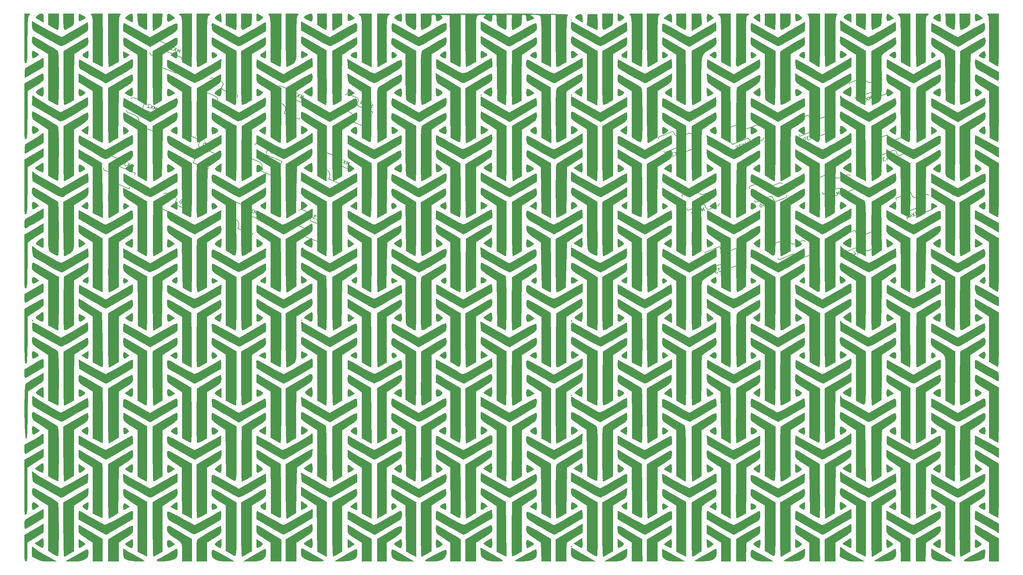
<source format=gbr>
G04 #@! TF.GenerationSoftware,KiCad,Pcbnew,(5.1.4)-1*
G04 #@! TF.CreationDate,2023-12-29T13:03:47-05:00*
G04 #@! TF.ProjectId,ThumbsUp,5468756d-6273-4557-902e-6b696361645f,rev?*
G04 #@! TF.SameCoordinates,Original*
G04 #@! TF.FileFunction,Legend,Bot*
G04 #@! TF.FilePolarity,Positive*
%FSLAX46Y46*%
G04 Gerber Fmt 4.6, Leading zero omitted, Abs format (unit mm)*
G04 Created by KiCad (PCBNEW (5.1.4)-1) date 2023-12-29 13:03:47*
%MOMM*%
%LPD*%
G04 APERTURE LIST*
%ADD10C,0.010000*%
%ADD11C,0.150000*%
G04 APERTURE END LIST*
D10*
G36*
X166956842Y-162035789D02*
G01*
X167090526Y-162169473D01*
X167224210Y-162035789D01*
X167090526Y-161902105D01*
X166956842Y-162035789D01*
X166956842Y-162035789D01*
G37*
X166956842Y-162035789D02*
X167090526Y-162169473D01*
X167224210Y-162035789D01*
X167090526Y-161902105D01*
X166956842Y-162035789D01*
G36*
X28536990Y-160524160D02*
G01*
X28466389Y-161075187D01*
X28460000Y-161345087D01*
X28495881Y-162089296D01*
X28680881Y-162370217D01*
X29131035Y-162256416D01*
X29596316Y-162016545D01*
X30119646Y-161697648D01*
X30304895Y-161431070D01*
X30112586Y-161146546D01*
X29503238Y-160773812D01*
X28660526Y-160351035D01*
X28536990Y-160524160D01*
X28536990Y-160524160D01*
G37*
X28536990Y-160524160D02*
X28466389Y-161075187D01*
X28460000Y-161345087D01*
X28495881Y-162089296D01*
X28680881Y-162370217D01*
X29131035Y-162256416D01*
X29596316Y-162016545D01*
X30119646Y-161697648D01*
X30304895Y-161431070D01*
X30112586Y-161146546D01*
X29503238Y-160773812D01*
X28660526Y-160351035D01*
X28536990Y-160524160D01*
G36*
X78535566Y-160535226D02*
G01*
X78463176Y-161128068D01*
X78457895Y-161367368D01*
X78537902Y-162125429D01*
X78812402Y-162406844D01*
X79333116Y-162232841D01*
X79790742Y-161914446D01*
X80212148Y-161533629D01*
X80331516Y-161303510D01*
X80325479Y-161296997D01*
X79808130Y-160920723D01*
X79218457Y-160554509D01*
X78765200Y-160324008D01*
X78665772Y-160297895D01*
X78535566Y-160535226D01*
X78535566Y-160535226D01*
G37*
X78535566Y-160535226D02*
X78463176Y-161128068D01*
X78457895Y-161367368D01*
X78537902Y-162125429D01*
X78812402Y-162406844D01*
X79333116Y-162232841D01*
X79790742Y-161914446D01*
X80212148Y-161533629D01*
X80331516Y-161303510D01*
X80325479Y-161296997D01*
X79808130Y-160920723D01*
X79218457Y-160554509D01*
X78765200Y-160324008D01*
X78665772Y-160297895D01*
X78535566Y-160535226D01*
G36*
X93141171Y-160422603D02*
G01*
X92512885Y-160720034D01*
X92007524Y-161075144D01*
X91826316Y-161348598D01*
X92043556Y-161564767D01*
X92567037Y-161876722D01*
X93204401Y-162187011D01*
X93763289Y-162398180D01*
X93974334Y-162436842D01*
X94136087Y-162199623D01*
X94226049Y-161607028D01*
X94232631Y-161367368D01*
X94188596Y-160668940D01*
X94008516Y-160359966D01*
X93688488Y-160297895D01*
X93141171Y-160422603D01*
X93141171Y-160422603D01*
G37*
X93141171Y-160422603D02*
X92512885Y-160720034D01*
X92007524Y-161075144D01*
X91826316Y-161348598D01*
X92043556Y-161564767D01*
X92567037Y-161876722D01*
X93204401Y-162187011D01*
X93763289Y-162398180D01*
X93974334Y-162436842D01*
X94136087Y-162199623D01*
X94226049Y-161607028D01*
X94232631Y-161367368D01*
X94188596Y-160668940D01*
X94008516Y-160359966D01*
X93688488Y-160297895D01*
X93141171Y-160422603D01*
G36*
X104200199Y-160535675D02*
G01*
X104130364Y-161127952D01*
X104125263Y-161367368D01*
X104159265Y-162088192D01*
X104337741Y-162367381D01*
X104775397Y-162264862D01*
X105314634Y-161988747D01*
X106102952Y-161562062D01*
X105314634Y-160931306D01*
X104753138Y-160520573D01*
X104367848Y-160307503D01*
X104325789Y-160299223D01*
X104200199Y-160535675D01*
X104200199Y-160535675D01*
G37*
X104200199Y-160535675D02*
X104130364Y-161127952D01*
X104125263Y-161367368D01*
X104159265Y-162088192D01*
X104337741Y-162367381D01*
X104775397Y-162264862D01*
X105314634Y-161988747D01*
X106102952Y-161562062D01*
X105314634Y-160931306D01*
X104753138Y-160520573D01*
X104367848Y-160307503D01*
X104325789Y-160299223D01*
X104200199Y-160535675D01*
G36*
X180135566Y-160535226D02*
G01*
X180063176Y-161128068D01*
X180057895Y-161367368D01*
X180137902Y-162125429D01*
X180412402Y-162406844D01*
X180933116Y-162232841D01*
X181390742Y-161914446D01*
X181812148Y-161533629D01*
X181931516Y-161303510D01*
X181925479Y-161296997D01*
X181408130Y-160920723D01*
X180818457Y-160554509D01*
X180365200Y-160324008D01*
X180265772Y-160297895D01*
X180135566Y-160535226D01*
X180135566Y-160535226D01*
G37*
X180135566Y-160535226D02*
X180063176Y-161128068D01*
X180057895Y-161367368D01*
X180137902Y-162125429D01*
X180412402Y-162406844D01*
X180933116Y-162232841D01*
X181390742Y-161914446D01*
X181812148Y-161533629D01*
X181931516Y-161303510D01*
X181925479Y-161296997D01*
X181408130Y-160920723D01*
X180818457Y-160554509D01*
X180365200Y-160324008D01*
X180265772Y-160297895D01*
X180135566Y-160535226D01*
G36*
X230065839Y-160808609D02*
G01*
X230055789Y-161367368D01*
X230119157Y-162095672D01*
X230373733Y-162375812D01*
X230916230Y-162261543D01*
X231325789Y-162073244D01*
X231831691Y-161699867D01*
X231825867Y-161305544D01*
X231302944Y-160849823D01*
X231150852Y-160756594D01*
X230494796Y-160400684D01*
X230172623Y-160395992D01*
X230065839Y-160808609D01*
X230065839Y-160808609D01*
G37*
X230065839Y-160808609D02*
X230055789Y-161367368D01*
X230119157Y-162095672D01*
X230373733Y-162375812D01*
X230916230Y-162261543D01*
X231325789Y-162073244D01*
X231831691Y-161699867D01*
X231825867Y-161305544D01*
X231302944Y-160849823D01*
X231150852Y-160756594D01*
X230494796Y-160400684D01*
X230172623Y-160395992D01*
X230065839Y-160808609D01*
G36*
X255753303Y-160771043D02*
G01*
X255723158Y-161367368D01*
X255757201Y-162088368D01*
X255935816Y-162367462D01*
X256373730Y-162264685D01*
X256911569Y-161989250D01*
X257698927Y-161563068D01*
X256963501Y-160930481D01*
X256305656Y-160435800D01*
X255924339Y-160374876D01*
X255753303Y-160771043D01*
X255753303Y-160771043D01*
G37*
X255753303Y-160771043D02*
X255723158Y-161367368D01*
X255757201Y-162088368D01*
X255935816Y-162367462D01*
X256373730Y-162264685D01*
X256911569Y-161989250D01*
X257698927Y-161563068D01*
X256963501Y-160930481D01*
X256305656Y-160435800D01*
X255924339Y-160374876D01*
X255753303Y-160771043D01*
G36*
X280635375Y-160732245D02*
G01*
X280588421Y-161367368D01*
X280645796Y-162077636D01*
X280880244Y-162369215D01*
X281385251Y-162281773D01*
X282025167Y-161976992D01*
X282793493Y-161573865D01*
X282025167Y-160945495D01*
X281299629Y-160435130D01*
X280853986Y-160358872D01*
X280635375Y-160732245D01*
X280635375Y-160732245D01*
G37*
X280635375Y-160732245D02*
X280588421Y-161367368D01*
X280645796Y-162077636D01*
X280880244Y-162369215D01*
X281385251Y-162281773D01*
X282025167Y-161976992D01*
X282793493Y-161573865D01*
X282025167Y-160945495D01*
X281299629Y-160435130D01*
X280853986Y-160358872D01*
X280635375Y-160732245D01*
G36*
X17473471Y-160429176D02*
G01*
X16956560Y-160739745D01*
X16550115Y-161104693D01*
X16414595Y-161399109D01*
X16452341Y-161456261D01*
X16729210Y-161634735D01*
X17295915Y-161982484D01*
X17564737Y-162144850D01*
X18567368Y-162747823D01*
X18567368Y-161522859D01*
X18539016Y-160770229D01*
X18405857Y-160410372D01*
X18095740Y-160302320D01*
X17940386Y-160297895D01*
X17473471Y-160429176D01*
X17473471Y-160429176D01*
G37*
X17473471Y-160429176D02*
X16956560Y-160739745D01*
X16550115Y-161104693D01*
X16414595Y-161399109D01*
X16452341Y-161456261D01*
X16729210Y-161634735D01*
X17295915Y-161982484D01*
X17564737Y-162144850D01*
X18567368Y-162747823D01*
X18567368Y-161522859D01*
X18539016Y-160770229D01*
X18405857Y-160410372D01*
X18095740Y-160302320D01*
X17940386Y-160297895D01*
X17473471Y-160429176D01*
G36*
X42853631Y-160438008D02*
G01*
X42206984Y-160917840D01*
X41486254Y-161537785D01*
X42474726Y-162120998D01*
X43106337Y-162478863D01*
X43518157Y-162684680D01*
X43581599Y-162704210D01*
X43652239Y-162465019D01*
X43694589Y-161859901D01*
X43700000Y-161501052D01*
X43618751Y-160664838D01*
X43349420Y-160315487D01*
X42853631Y-160438008D01*
X42853631Y-160438008D01*
G37*
X42853631Y-160438008D02*
X42206984Y-160917840D01*
X41486254Y-161537785D01*
X42474726Y-162120998D01*
X43106337Y-162478863D01*
X43518157Y-162684680D01*
X43581599Y-162704210D01*
X43652239Y-162465019D01*
X43694589Y-161859901D01*
X43700000Y-161501052D01*
X43618751Y-160664838D01*
X43349420Y-160315487D01*
X42853631Y-160438008D01*
G36*
X53370449Y-160735648D02*
G01*
X53325263Y-161351589D01*
X53371395Y-162047500D01*
X53486122Y-162473135D01*
X53525789Y-162515856D01*
X53861471Y-162461517D01*
X54448637Y-162189589D01*
X54634376Y-162083127D01*
X55542436Y-161539827D01*
X54768060Y-160920189D01*
X54037791Y-160420400D01*
X53589387Y-160353664D01*
X53370449Y-160735648D01*
X53370449Y-160735648D01*
G37*
X53370449Y-160735648D02*
X53325263Y-161351589D01*
X53371395Y-162047500D01*
X53486122Y-162473135D01*
X53525789Y-162515856D01*
X53861471Y-162461517D01*
X54448637Y-162189589D01*
X54634376Y-162083127D01*
X55542436Y-161539827D01*
X54768060Y-160920189D01*
X54037791Y-160420400D01*
X53589387Y-160353664D01*
X53370449Y-160735648D01*
G36*
X68015195Y-160432967D02*
G01*
X67484285Y-160749965D01*
X67003639Y-161116561D01*
X66763634Y-161400424D01*
X66762534Y-161440235D01*
X67018176Y-161715623D01*
X67556810Y-162115801D01*
X67700885Y-162209437D01*
X68565263Y-162756722D01*
X68565263Y-161527308D01*
X68534241Y-160800491D01*
X68455585Y-160359280D01*
X68405990Y-160297895D01*
X68015195Y-160432967D01*
X68015195Y-160432967D01*
G37*
X68015195Y-160432967D02*
X67484285Y-160749965D01*
X67003639Y-161116561D01*
X66763634Y-161400424D01*
X66762534Y-161440235D01*
X67018176Y-161715623D01*
X67556810Y-162115801D01*
X67700885Y-162209437D01*
X68565263Y-162756722D01*
X68565263Y-161527308D01*
X68534241Y-160800491D01*
X68455585Y-160359280D01*
X68405990Y-160297895D01*
X68015195Y-160432967D01*
G36*
X118649283Y-160424023D02*
G01*
X118068523Y-160722483D01*
X117531086Y-161073392D01*
X117238027Y-161356864D01*
X117226316Y-161398605D01*
X117434176Y-161653143D01*
X117929780Y-161994095D01*
X118521165Y-162314471D01*
X119016366Y-162507282D01*
X119209224Y-162503758D01*
X119337694Y-162130076D01*
X119368153Y-161514026D01*
X119313755Y-160867524D01*
X119187654Y-160402487D01*
X119072305Y-160297895D01*
X118649283Y-160424023D01*
X118649283Y-160424023D01*
G37*
X118649283Y-160424023D02*
X118068523Y-160722483D01*
X117531086Y-161073392D01*
X117238027Y-161356864D01*
X117226316Y-161398605D01*
X117434176Y-161653143D01*
X117929780Y-161994095D01*
X118521165Y-162314471D01*
X119016366Y-162507282D01*
X119209224Y-162503758D01*
X119337694Y-162130076D01*
X119368153Y-161514026D01*
X119313755Y-160867524D01*
X119187654Y-160402487D01*
X119072305Y-160297895D01*
X118649283Y-160424023D01*
G36*
X169263671Y-160468962D02*
G01*
X168916091Y-160616996D01*
X168305156Y-160997333D01*
X168179238Y-161355770D01*
X168546868Y-161762359D01*
X169098028Y-162110615D01*
X170165263Y-162720177D01*
X170165263Y-161658499D01*
X170083465Y-160808639D01*
X169801313Y-160427450D01*
X169263671Y-160468962D01*
X169263671Y-160468962D01*
G37*
X169263671Y-160468962D02*
X168916091Y-160616996D01*
X168305156Y-160997333D01*
X168179238Y-161355770D01*
X168546868Y-161762359D01*
X169098028Y-162110615D01*
X170165263Y-162720177D01*
X170165263Y-161658499D01*
X170083465Y-160808639D01*
X169801313Y-160427450D01*
X169263671Y-160468962D01*
G36*
X194525977Y-160449762D02*
G01*
X193838221Y-160933646D01*
X193046968Y-161566741D01*
X194172431Y-162140910D01*
X195297895Y-162715078D01*
X195297895Y-161506486D01*
X195231788Y-160684863D01*
X194994145Y-160340338D01*
X194525977Y-160449762D01*
X194525977Y-160449762D01*
G37*
X194525977Y-160449762D02*
X193838221Y-160933646D01*
X193046968Y-161566741D01*
X194172431Y-162140910D01*
X195297895Y-162715078D01*
X195297895Y-161506486D01*
X195231788Y-160684863D01*
X194994145Y-160340338D01*
X194525977Y-160449762D01*
G36*
X205223184Y-160805870D02*
G01*
X205190526Y-161501052D01*
X205203766Y-162213315D01*
X205237273Y-162632832D01*
X205257368Y-162682060D01*
X205504431Y-162541720D01*
X206038313Y-162219050D01*
X206231957Y-162100052D01*
X207139703Y-161540194D01*
X206417574Y-160919044D01*
X205768405Y-160432213D01*
X205392769Y-160383820D01*
X205223184Y-160805870D01*
X205223184Y-160805870D01*
G37*
X205223184Y-160805870D02*
X205190526Y-161501052D01*
X205203766Y-162213315D01*
X205237273Y-162632832D01*
X205257368Y-162682060D01*
X205504431Y-162541720D01*
X206038313Y-162219050D01*
X206231957Y-162100052D01*
X207139703Y-161540194D01*
X206417574Y-160919044D01*
X205768405Y-160432213D01*
X205392769Y-160383820D01*
X205223184Y-160805870D01*
G36*
X219642375Y-160429269D02*
G01*
X219103949Y-160736850D01*
X218590549Y-161090823D01*
X218304122Y-161361373D01*
X218291579Y-161398605D01*
X218499985Y-161636567D01*
X219020351Y-162007353D01*
X219227368Y-162134047D01*
X220163158Y-162686176D01*
X220163158Y-161492035D01*
X220131275Y-160777395D01*
X220050677Y-160350799D01*
X220003884Y-160297895D01*
X219642375Y-160429269D01*
X219642375Y-160429269D01*
G37*
X219642375Y-160429269D02*
X219103949Y-160736850D01*
X218590549Y-161090823D01*
X218304122Y-161361373D01*
X218291579Y-161398605D01*
X218499985Y-161636567D01*
X219020351Y-162007353D01*
X219227368Y-162134047D01*
X220163158Y-162686176D01*
X220163158Y-161492035D01*
X220131275Y-160777395D01*
X220050677Y-160350799D01*
X220003884Y-160297895D01*
X219642375Y-160429269D01*
G36*
X244656697Y-160459271D02*
G01*
X244070668Y-160802140D01*
X243706047Y-161147080D01*
X243667916Y-161435276D01*
X244007766Y-161751946D01*
X244777089Y-162182306D01*
X244961579Y-162276608D01*
X245830526Y-162717942D01*
X245830526Y-161507918D01*
X245797661Y-160756192D01*
X245656524Y-160399324D01*
X245343304Y-160299289D01*
X245271119Y-160297895D01*
X244656697Y-160459271D01*
X244656697Y-160459271D01*
G37*
X244656697Y-160459271D02*
X244070668Y-160802140D01*
X243706047Y-161147080D01*
X243667916Y-161435276D01*
X244007766Y-161751946D01*
X244777089Y-162182306D01*
X244961579Y-162276608D01*
X245830526Y-162717942D01*
X245830526Y-161507918D01*
X245797661Y-160756192D01*
X245656524Y-160399324D01*
X245343304Y-160299289D01*
X245271119Y-160297895D01*
X244656697Y-160459271D01*
G36*
X270247177Y-160424023D02*
G01*
X269666418Y-160722483D01*
X269128980Y-161073392D01*
X268835922Y-161356864D01*
X268824210Y-161398605D01*
X269032071Y-161653143D01*
X269527675Y-161994095D01*
X270119060Y-162314471D01*
X270614260Y-162507282D01*
X270807119Y-162503758D01*
X270935589Y-162130076D01*
X270966048Y-161514026D01*
X270911650Y-160867524D01*
X270785549Y-160402487D01*
X270670200Y-160297895D01*
X270247177Y-160424023D01*
X270247177Y-160424023D01*
G37*
X270247177Y-160424023D02*
X269666418Y-160722483D01*
X269128980Y-161073392D01*
X268835922Y-161356864D01*
X268824210Y-161398605D01*
X269032071Y-161653143D01*
X269527675Y-161994095D01*
X270119060Y-162314471D01*
X270614260Y-162507282D01*
X270807119Y-162503758D01*
X270935589Y-162130076D01*
X270966048Y-161514026D01*
X270911650Y-160867524D01*
X270785549Y-160402487D01*
X270670200Y-160297895D01*
X270247177Y-160424023D01*
G36*
X19904210Y-163460598D02*
G01*
X21141044Y-164151878D01*
X21880208Y-164542055D01*
X22433927Y-164792718D01*
X22611571Y-164843158D01*
X22717173Y-164596314D01*
X22797940Y-163937603D01*
X22841250Y-162989753D01*
X22845263Y-162570526D01*
X22845263Y-160297895D01*
X19904210Y-160297895D01*
X19904210Y-163460598D01*
X19904210Y-163460598D01*
G37*
X19904210Y-163460598D02*
X21141044Y-164151878D01*
X21880208Y-164542055D01*
X22433927Y-164792718D01*
X22611571Y-164843158D01*
X22717173Y-164596314D01*
X22797940Y-163937603D01*
X22841250Y-162989753D01*
X22845263Y-162570526D01*
X22845263Y-160297895D01*
X19904210Y-160297895D01*
X19904210Y-163460598D01*
G36*
X24182105Y-162570526D02*
G01*
X24196889Y-163753972D01*
X24286280Y-164461028D01*
X24517835Y-164749994D01*
X24959113Y-164679172D01*
X25677672Y-164306862D01*
X25986842Y-164127960D01*
X26618940Y-163738291D01*
X26958290Y-163391299D01*
X27095958Y-162906996D01*
X27123008Y-162105396D01*
X27123158Y-161882073D01*
X27123158Y-160297895D01*
X24182105Y-160297895D01*
X24182105Y-162570526D01*
X24182105Y-162570526D01*
G37*
X24182105Y-162570526D02*
X24196889Y-163753972D01*
X24286280Y-164461028D01*
X24517835Y-164749994D01*
X24959113Y-164679172D01*
X25677672Y-164306862D01*
X25986842Y-164127960D01*
X26618940Y-163738291D01*
X26958290Y-163391299D01*
X27095958Y-162906996D01*
X27123008Y-162105396D01*
X27123158Y-161882073D01*
X27123158Y-160297895D01*
X24182105Y-160297895D01*
X24182105Y-162570526D01*
G36*
X45090926Y-161929512D02*
G01*
X45151352Y-162837384D01*
X45283567Y-163385859D01*
X45581685Y-163749809D01*
X46139821Y-164104109D01*
X46314019Y-164202144D01*
X47000949Y-164573980D01*
X47473740Y-164805294D01*
X47584019Y-164843158D01*
X47641190Y-164596270D01*
X47684914Y-163937451D01*
X47708357Y-162989462D01*
X47710526Y-162570526D01*
X47710526Y-160297895D01*
X45011326Y-160297895D01*
X45090926Y-161929512D01*
X45090926Y-161929512D01*
G37*
X45090926Y-161929512D02*
X45151352Y-162837384D01*
X45283567Y-163385859D01*
X45581685Y-163749809D01*
X46139821Y-164104109D01*
X46314019Y-164202144D01*
X47000949Y-164573980D01*
X47473740Y-164805294D01*
X47584019Y-164843158D01*
X47641190Y-164596270D01*
X47684914Y-163937451D01*
X47708357Y-162989462D01*
X47710526Y-162570526D01*
X47710526Y-160297895D01*
X45011326Y-160297895D01*
X45090926Y-161929512D01*
G36*
X69902105Y-163497307D02*
G01*
X71230059Y-164170233D01*
X71983300Y-164539965D01*
X72526493Y-164784384D01*
X72700585Y-164843158D01*
X72765017Y-164596275D01*
X72814293Y-163937468D01*
X72840712Y-162989495D01*
X72843158Y-162570526D01*
X72843158Y-160297895D01*
X69902105Y-160297895D01*
X69902105Y-163497307D01*
X69902105Y-163497307D01*
G37*
X69902105Y-163497307D02*
X71230059Y-164170233D01*
X71983300Y-164539965D01*
X72526493Y-164784384D01*
X72700585Y-164843158D01*
X72765017Y-164596275D01*
X72814293Y-163937468D01*
X72840712Y-162989495D01*
X72843158Y-162570526D01*
X72843158Y-160297895D01*
X69902105Y-160297895D01*
X69902105Y-163497307D01*
G36*
X74180000Y-162570526D02*
G01*
X74194784Y-163753972D01*
X74284175Y-164461028D01*
X74515730Y-164749994D01*
X74957008Y-164679172D01*
X75675567Y-164306862D01*
X75984737Y-164127960D01*
X76616835Y-163738291D01*
X76956185Y-163391299D01*
X77093852Y-162906996D01*
X77120903Y-162105396D01*
X77121053Y-161882073D01*
X77121053Y-160297895D01*
X74180000Y-160297895D01*
X74180000Y-162570526D01*
X74180000Y-162570526D01*
G37*
X74180000Y-162570526D02*
X74194784Y-163753972D01*
X74284175Y-164461028D01*
X74515730Y-164749994D01*
X74957008Y-164679172D01*
X75675567Y-164306862D01*
X75984737Y-164127960D01*
X76616835Y-163738291D01*
X76956185Y-163391299D01*
X77093852Y-162906996D01*
X77120903Y-162105396D01*
X77121053Y-161882073D01*
X77121053Y-160297895D01*
X74180000Y-160297895D01*
X74180000Y-162570526D01*
G36*
X95569474Y-163455504D02*
G01*
X96753400Y-164149331D01*
X97455126Y-164544506D01*
X97954009Y-164795783D01*
X98090242Y-164843158D01*
X98159347Y-164596279D01*
X98212198Y-163937480D01*
X98240535Y-162989518D01*
X98243158Y-162570526D01*
X98243158Y-160297895D01*
X95569474Y-160297895D01*
X95569474Y-163455504D01*
X95569474Y-163455504D01*
G37*
X95569474Y-163455504D02*
X96753400Y-164149331D01*
X97455126Y-164544506D01*
X97954009Y-164795783D01*
X98090242Y-164843158D01*
X98159347Y-164596279D01*
X98212198Y-163937480D01*
X98240535Y-162989518D01*
X98243158Y-162570526D01*
X98243158Y-160297895D01*
X95569474Y-160297895D01*
X95569474Y-163455504D01*
G36*
X120434737Y-161726982D02*
G01*
X120506909Y-162756703D01*
X120743691Y-163388301D01*
X120902631Y-163566319D01*
X121394313Y-163919619D01*
X122069674Y-164321438D01*
X122731638Y-164663602D01*
X123183126Y-164837935D01*
X123228828Y-164843158D01*
X123295243Y-164596277D01*
X123346036Y-163937473D01*
X123373269Y-162989504D01*
X123375789Y-162570526D01*
X123375789Y-160297895D01*
X120434737Y-160297895D01*
X120434737Y-161726982D01*
X120434737Y-161726982D01*
G37*
X120434737Y-161726982D02*
X120506909Y-162756703D01*
X120743691Y-163388301D01*
X120902631Y-163566319D01*
X121394313Y-163919619D01*
X122069674Y-164321438D01*
X122731638Y-164663602D01*
X123183126Y-164837935D01*
X123228828Y-164843158D01*
X123295243Y-164596277D01*
X123346036Y-163937473D01*
X123373269Y-162989504D01*
X123375789Y-162570526D01*
X123375789Y-160297895D01*
X120434737Y-160297895D01*
X120434737Y-161726982D01*
G36*
X171555936Y-161957850D02*
G01*
X171476082Y-163484120D01*
X172817047Y-164163639D01*
X173576330Y-164535630D01*
X174128399Y-164782447D01*
X174311398Y-164843158D01*
X174372947Y-164596862D01*
X174403171Y-163940900D01*
X174397800Y-162999655D01*
X174387129Y-162637368D01*
X174309474Y-160431579D01*
X171635789Y-160431579D01*
X171555936Y-161957850D01*
X171555936Y-161957850D01*
G37*
X171555936Y-161957850D02*
X171476082Y-163484120D01*
X172817047Y-164163639D01*
X173576330Y-164535630D01*
X174128399Y-164782447D01*
X174311398Y-164843158D01*
X174372947Y-164596862D01*
X174403171Y-163940900D01*
X174397800Y-162999655D01*
X174387129Y-162637368D01*
X174309474Y-160431579D01*
X171635789Y-160431579D01*
X171555936Y-161957850D01*
G36*
X175780000Y-162570526D02*
G01*
X175794784Y-163753972D01*
X175884175Y-164461028D01*
X176115730Y-164749994D01*
X176557008Y-164679172D01*
X177275567Y-164306862D01*
X177584737Y-164127960D01*
X178216835Y-163738291D01*
X178556185Y-163391299D01*
X178693852Y-162906996D01*
X178720903Y-162105396D01*
X178721053Y-161882073D01*
X178721053Y-160297895D01*
X175780000Y-160297895D01*
X175780000Y-162570526D01*
X175780000Y-162570526D01*
G37*
X175780000Y-162570526D02*
X175794784Y-163753972D01*
X175884175Y-164461028D01*
X176115730Y-164749994D01*
X176557008Y-164679172D01*
X177275567Y-164306862D01*
X177584737Y-164127960D01*
X178216835Y-163738291D01*
X178556185Y-163391299D01*
X178693852Y-162906996D01*
X178720903Y-162105396D01*
X178721053Y-161882073D01*
X178721053Y-160297895D01*
X175780000Y-160297895D01*
X175780000Y-162570526D01*
G36*
X196634737Y-163455504D02*
G01*
X197818663Y-164149331D01*
X198520389Y-164544506D01*
X199019272Y-164795783D01*
X199155505Y-164843158D01*
X199224610Y-164596279D01*
X199277461Y-163937480D01*
X199305798Y-162989518D01*
X199308421Y-162570526D01*
X199308421Y-160297895D01*
X196634737Y-160297895D01*
X196634737Y-163455504D01*
X196634737Y-163455504D01*
G37*
X196634737Y-163455504D02*
X197818663Y-164149331D01*
X198520389Y-164544506D01*
X199019272Y-164795783D01*
X199155505Y-164843158D01*
X199224610Y-164596279D01*
X199277461Y-163937480D01*
X199305798Y-162989518D01*
X199308421Y-162570526D01*
X199308421Y-160297895D01*
X196634737Y-160297895D01*
X196634737Y-163455504D01*
G36*
X221500000Y-163497307D02*
G01*
X222827954Y-164170233D01*
X223581194Y-164539965D01*
X224124388Y-164784384D01*
X224298480Y-164843158D01*
X224362911Y-164596275D01*
X224412188Y-163937468D01*
X224438607Y-162989495D01*
X224441053Y-162570526D01*
X224441053Y-160297895D01*
X221500000Y-160297895D01*
X221500000Y-163497307D01*
X221500000Y-163497307D01*
G37*
X221500000Y-163497307D02*
X222827954Y-164170233D01*
X223581194Y-164539965D01*
X224124388Y-164784384D01*
X224298480Y-164843158D01*
X224362911Y-164596275D01*
X224412188Y-163937468D01*
X224438607Y-162989495D01*
X224441053Y-162570526D01*
X224441053Y-160297895D01*
X221500000Y-160297895D01*
X221500000Y-163497307D01*
G36*
X225777895Y-162570526D02*
G01*
X225792679Y-163753972D01*
X225882069Y-164461028D01*
X226113625Y-164749994D01*
X226554903Y-164679172D01*
X227273462Y-164306862D01*
X227582631Y-164127960D01*
X228214730Y-163738291D01*
X228554080Y-163391299D01*
X228691747Y-162906996D01*
X228718797Y-162105396D01*
X228718947Y-161882073D01*
X228718947Y-160297895D01*
X225777895Y-160297895D01*
X225777895Y-162570526D01*
X225777895Y-162570526D01*
G37*
X225777895Y-162570526D02*
X225792679Y-163753972D01*
X225882069Y-164461028D01*
X226113625Y-164749994D01*
X226554903Y-164679172D01*
X227273462Y-164306862D01*
X227582631Y-164127960D01*
X228214730Y-163738291D01*
X228554080Y-163391299D01*
X228691747Y-162906996D01*
X228718797Y-162105396D01*
X228718947Y-161882073D01*
X228718947Y-160297895D01*
X225777895Y-160297895D01*
X225777895Y-162570526D01*
G36*
X247167368Y-163460598D02*
G01*
X248404202Y-164151878D01*
X249114037Y-164538962D01*
X249607206Y-164789825D01*
X249741044Y-164843158D01*
X249786241Y-164596263D01*
X249820806Y-163937427D01*
X249839338Y-162989417D01*
X249841053Y-162570526D01*
X249841053Y-160297895D01*
X247167368Y-160297895D01*
X247167368Y-163460598D01*
X247167368Y-163460598D01*
G37*
X247167368Y-163460598D02*
X248404202Y-164151878D01*
X249114037Y-164538962D01*
X249607206Y-164789825D01*
X249741044Y-164843158D01*
X249786241Y-164596263D01*
X249820806Y-163937427D01*
X249839338Y-162989417D01*
X249841053Y-162570526D01*
X249841053Y-160297895D01*
X247167368Y-160297895D01*
X247167368Y-163460598D01*
G36*
X251445263Y-162570526D02*
G01*
X251467021Y-163595714D01*
X251525086Y-164377562D01*
X251608648Y-164794177D01*
X251645789Y-164831341D01*
X251986275Y-164710133D01*
X252610260Y-164418356D01*
X252915789Y-164263047D01*
X253580300Y-163909789D01*
X254012802Y-163665830D01*
X254085717Y-163617392D01*
X254155243Y-163324638D01*
X254234363Y-162654132D01*
X254294267Y-161913055D01*
X254402363Y-160297895D01*
X251445263Y-160297895D01*
X251445263Y-162570526D01*
X251445263Y-162570526D01*
G37*
X251445263Y-162570526D02*
X251467021Y-163595714D01*
X251525086Y-164377562D01*
X251608648Y-164794177D01*
X251645789Y-164831341D01*
X251986275Y-164710133D01*
X252610260Y-164418356D01*
X252915789Y-164263047D01*
X253580300Y-163909789D01*
X254012802Y-163665830D01*
X254085717Y-163617392D01*
X254155243Y-163324638D01*
X254234363Y-162654132D01*
X254294267Y-161913055D01*
X254402363Y-160297895D01*
X251445263Y-160297895D01*
X251445263Y-162570526D01*
G36*
X272354084Y-161961682D02*
G01*
X272414363Y-162881968D01*
X272541789Y-163438108D01*
X272822609Y-163800350D01*
X273343071Y-164138944D01*
X273503158Y-164229916D01*
X274184689Y-164593206D01*
X274668305Y-164811206D01*
X274773158Y-164838759D01*
X274863758Y-164593988D01*
X274933057Y-163937009D01*
X274970231Y-162990247D01*
X274973684Y-162570526D01*
X274973684Y-160297895D01*
X272274484Y-160297895D01*
X272354084Y-161961682D01*
X272354084Y-161961682D01*
G37*
X272354084Y-161961682D02*
X272414363Y-162881968D01*
X272541789Y-163438108D01*
X272822609Y-163800350D01*
X273343071Y-164138944D01*
X273503158Y-164229916D01*
X274184689Y-164593206D01*
X274668305Y-164811206D01*
X274773158Y-164838759D01*
X274863758Y-164593988D01*
X274933057Y-163937009D01*
X274970231Y-162990247D01*
X274973684Y-162570526D01*
X274973684Y-160297895D01*
X272274484Y-160297895D01*
X272354084Y-161961682D01*
G36*
X276310526Y-162570526D02*
G01*
X276327772Y-163765614D01*
X276422516Y-164482832D01*
X276659270Y-164778893D01*
X277102542Y-164710506D01*
X277816845Y-164334381D01*
X278115263Y-164157053D01*
X278746783Y-163756619D01*
X279086163Y-163402824D01*
X279224133Y-162914413D01*
X279251419Y-162110133D01*
X279251579Y-161886951D01*
X279251579Y-160297895D01*
X276310526Y-160297895D01*
X276310526Y-162570526D01*
X276310526Y-162570526D01*
G37*
X276310526Y-162570526D02*
X276327772Y-163765614D01*
X276422516Y-164482832D01*
X276659270Y-164778893D01*
X277102542Y-164710506D01*
X277816845Y-164334381D01*
X278115263Y-164157053D01*
X278746783Y-163756619D01*
X279086163Y-163402824D01*
X279224133Y-162914413D01*
X279251419Y-162110133D01*
X279251579Y-161886951D01*
X279251579Y-160297895D01*
X276310526Y-160297895D01*
X276310526Y-162570526D01*
G36*
X49314737Y-162704210D02*
G01*
X49321598Y-163760876D01*
X49339980Y-164576353D01*
X49366577Y-165032712D01*
X49381579Y-165089510D01*
X49627493Y-164951160D01*
X50186680Y-164618707D01*
X50651579Y-164337901D01*
X51311263Y-163915906D01*
X51678165Y-163548404D01*
X51848663Y-163056181D01*
X51919134Y-162260020D01*
X51934337Y-161952602D01*
X52013937Y-160297895D01*
X49314737Y-160297895D01*
X49314737Y-162704210D01*
X49314737Y-162704210D01*
G37*
X49314737Y-162704210D02*
X49321598Y-163760876D01*
X49339980Y-164576353D01*
X49366577Y-165032712D01*
X49381579Y-165089510D01*
X49627493Y-164951160D01*
X50186680Y-164618707D01*
X50651579Y-164337901D01*
X51311263Y-163915906D01*
X51678165Y-163548404D01*
X51848663Y-163056181D01*
X51919134Y-162260020D01*
X51934337Y-161952602D01*
X52013937Y-160297895D01*
X49314737Y-160297895D01*
X49314737Y-162704210D01*
G36*
X99847368Y-162704210D02*
G01*
X99854231Y-163761230D01*
X99872617Y-164577410D01*
X99899219Y-165034663D01*
X99914210Y-165091922D01*
X100157045Y-164950766D01*
X100714372Y-164605666D01*
X101251053Y-164267209D01*
X102521053Y-163461101D01*
X102521053Y-160297895D01*
X99847368Y-160297895D01*
X99847368Y-162704210D01*
X99847368Y-162704210D01*
G37*
X99847368Y-162704210D02*
X99854231Y-163761230D01*
X99872617Y-164577410D01*
X99899219Y-165034663D01*
X99914210Y-165091922D01*
X100157045Y-164950766D01*
X100714372Y-164605666D01*
X101251053Y-164267209D01*
X102521053Y-163461101D01*
X102521053Y-160297895D01*
X99847368Y-160297895D01*
X99847368Y-162704210D01*
G36*
X200912631Y-162704210D02*
G01*
X200919487Y-163759290D01*
X200937852Y-164571618D01*
X200964428Y-165023974D01*
X200979474Y-165078691D01*
X201230143Y-164942423D01*
X201804159Y-164625592D01*
X202313080Y-164343428D01*
X203039711Y-163903360D01*
X203545401Y-163528640D01*
X203683696Y-163370097D01*
X203718698Y-162966860D01*
X203694880Y-162229639D01*
X203652914Y-161699044D01*
X203518282Y-160297895D01*
X200912631Y-160297895D01*
X200912631Y-162704210D01*
X200912631Y-162704210D01*
G37*
X200912631Y-162704210D02*
X200919487Y-163759290D01*
X200937852Y-164571618D01*
X200964428Y-165023974D01*
X200979474Y-165078691D01*
X201230143Y-164942423D01*
X201804159Y-164625592D01*
X202313080Y-164343428D01*
X203039711Y-163903360D01*
X203545401Y-163528640D01*
X203683696Y-163370097D01*
X203718698Y-162966860D01*
X203694880Y-162229639D01*
X203652914Y-161699044D01*
X203518282Y-160297895D01*
X200912631Y-160297895D01*
X200912631Y-162704210D01*
G36*
X15358947Y-163595235D02*
G01*
X15380673Y-164251613D01*
X15514483Y-164694197D01*
X15863326Y-165066154D01*
X16530152Y-165510650D01*
X16896316Y-165733180D01*
X18754837Y-166840393D01*
X20387507Y-167782095D01*
X21744840Y-168531391D01*
X22777352Y-169061389D01*
X23435558Y-169345196D01*
X23618893Y-169386618D01*
X23993405Y-169254073D01*
X24728649Y-168891206D01*
X25730051Y-168348119D01*
X26903033Y-167674913D01*
X27346758Y-167411754D01*
X28546623Y-166686978D01*
X29589265Y-166043991D01*
X30384449Y-165539434D01*
X30841944Y-165229946D01*
X30906538Y-165177251D01*
X31053373Y-164763064D01*
X31095516Y-164055717D01*
X31083990Y-163833282D01*
X31000000Y-162750755D01*
X27524210Y-164755927D01*
X26287859Y-165466464D01*
X25207326Y-166082358D01*
X24371184Y-166553515D01*
X23868004Y-166829840D01*
X23772328Y-166877905D01*
X23434902Y-166794945D01*
X22698845Y-166466543D01*
X21623264Y-165923704D01*
X20267262Y-165197433D01*
X18689944Y-164318736D01*
X16950414Y-163318617D01*
X16628947Y-163130622D01*
X15358947Y-162386030D01*
X15358947Y-163595235D01*
X15358947Y-163595235D01*
G37*
X15358947Y-163595235D02*
X15380673Y-164251613D01*
X15514483Y-164694197D01*
X15863326Y-165066154D01*
X16530152Y-165510650D01*
X16896316Y-165733180D01*
X18754837Y-166840393D01*
X20387507Y-167782095D01*
X21744840Y-168531391D01*
X22777352Y-169061389D01*
X23435558Y-169345196D01*
X23618893Y-169386618D01*
X23993405Y-169254073D01*
X24728649Y-168891206D01*
X25730051Y-168348119D01*
X26903033Y-167674913D01*
X27346758Y-167411754D01*
X28546623Y-166686978D01*
X29589265Y-166043991D01*
X30384449Y-165539434D01*
X30841944Y-165229946D01*
X30906538Y-165177251D01*
X31053373Y-164763064D01*
X31095516Y-164055717D01*
X31083990Y-163833282D01*
X31000000Y-162750755D01*
X27524210Y-164755927D01*
X26287859Y-165466464D01*
X25207326Y-166082358D01*
X24371184Y-166553515D01*
X23868004Y-166829840D01*
X23772328Y-166877905D01*
X23434902Y-166794945D01*
X22698845Y-166466543D01*
X21623264Y-165923704D01*
X20267262Y-165197433D01*
X18689944Y-164318736D01*
X16950414Y-163318617D01*
X16628947Y-163130622D01*
X15358947Y-162386030D01*
X15358947Y-163595235D01*
G36*
X91035936Y-163729415D02*
G01*
X91047661Y-164976842D01*
X94882102Y-167182631D01*
X96198511Y-167922021D01*
X97382258Y-168553525D01*
X98344338Y-169032245D01*
X98995746Y-169313276D01*
X99215114Y-169368577D01*
X99611563Y-169229554D01*
X100369947Y-168860027D01*
X101396519Y-168309306D01*
X102597532Y-167626704D01*
X103189474Y-167278003D01*
X106665263Y-165207272D01*
X106747478Y-164089426D01*
X106736031Y-163304785D01*
X106561313Y-162978186D01*
X106518588Y-162971579D01*
X106188151Y-163097979D01*
X105483673Y-163446321D01*
X104493710Y-163970314D01*
X103306815Y-164623668D01*
X102658238Y-164989481D01*
X99108994Y-167007383D01*
X91024210Y-162481989D01*
X91035936Y-163729415D01*
X91035936Y-163729415D01*
G37*
X91035936Y-163729415D02*
X91047661Y-164976842D01*
X94882102Y-167182631D01*
X96198511Y-167922021D01*
X97382258Y-168553525D01*
X98344338Y-169032245D01*
X98995746Y-169313276D01*
X99215114Y-169368577D01*
X99611563Y-169229554D01*
X100369947Y-168860027D01*
X101396519Y-168309306D01*
X102597532Y-167626704D01*
X103189474Y-167278003D01*
X106665263Y-165207272D01*
X106747478Y-164089426D01*
X106736031Y-163304785D01*
X106561313Y-162978186D01*
X106518588Y-162971579D01*
X106188151Y-163097979D01*
X105483673Y-163446321D01*
X104493710Y-163970314D01*
X103306815Y-164623668D01*
X102658238Y-164989481D01*
X99108994Y-167007383D01*
X91024210Y-162481989D01*
X91035936Y-163729415D01*
G36*
X131442958Y-162967949D02*
G01*
X130777127Y-163282763D01*
X129816335Y-163784131D01*
X128643351Y-164429432D01*
X127847561Y-164882117D01*
X124164596Y-167002742D01*
X122767561Y-166234784D01*
X121873930Y-165738990D01*
X120723737Y-165094592D01*
X119524785Y-164418145D01*
X119174011Y-164219202D01*
X118194653Y-163677033D01*
X117383006Y-163253876D01*
X116855062Y-163008921D01*
X116729070Y-162971579D01*
X116585198Y-163209146D01*
X116517816Y-163806315D01*
X116519270Y-164100595D01*
X116557895Y-165229612D01*
X120167368Y-167304604D01*
X121437334Y-168020630D01*
X122564940Y-168630133D01*
X123460314Y-169086546D01*
X124033583Y-169343304D01*
X124177895Y-169382546D01*
X124585706Y-169254700D01*
X125309751Y-168912820D01*
X126211317Y-168423887D01*
X126450526Y-168285154D01*
X128177342Y-167271411D01*
X129499609Y-166491734D01*
X130470946Y-165904460D01*
X131144970Y-165467926D01*
X131575299Y-165140467D01*
X131815552Y-164880421D01*
X131919347Y-164646125D01*
X131940301Y-164395914D01*
X131932034Y-164088125D01*
X131931579Y-164026156D01*
X131884024Y-163337885D01*
X131766210Y-162919350D01*
X131731053Y-162882315D01*
X131442958Y-162967949D01*
X131442958Y-162967949D01*
G37*
X131442958Y-162967949D02*
X130777127Y-163282763D01*
X129816335Y-163784131D01*
X128643351Y-164429432D01*
X127847561Y-164882117D01*
X124164596Y-167002742D01*
X122767561Y-166234784D01*
X121873930Y-165738990D01*
X120723737Y-165094592D01*
X119524785Y-164418145D01*
X119174011Y-164219202D01*
X118194653Y-163677033D01*
X117383006Y-163253876D01*
X116855062Y-163008921D01*
X116729070Y-162971579D01*
X116585198Y-163209146D01*
X116517816Y-163806315D01*
X116519270Y-164100595D01*
X116557895Y-165229612D01*
X120167368Y-167304604D01*
X121437334Y-168020630D01*
X122564940Y-168630133D01*
X123460314Y-169086546D01*
X124033583Y-169343304D01*
X124177895Y-169382546D01*
X124585706Y-169254700D01*
X125309751Y-168912820D01*
X126211317Y-168423887D01*
X126450526Y-168285154D01*
X128177342Y-167271411D01*
X129499609Y-166491734D01*
X130470946Y-165904460D01*
X131144970Y-165467926D01*
X131575299Y-165140467D01*
X131815552Y-164880421D01*
X131919347Y-164646125D01*
X131940301Y-164395914D01*
X131932034Y-164088125D01*
X131931579Y-164026156D01*
X131884024Y-163337885D01*
X131766210Y-162919350D01*
X131731053Y-162882315D01*
X131442958Y-162967949D01*
G36*
X167005074Y-163585636D02*
G01*
X167006156Y-164374960D01*
X167208963Y-164851350D01*
X167509696Y-165109939D01*
X168246977Y-165582588D01*
X169240738Y-166179676D01*
X170393852Y-166847447D01*
X171609191Y-167532147D01*
X172789629Y-168180022D01*
X173838038Y-168737316D01*
X174657290Y-169150275D01*
X175150259Y-169365143D01*
X175231741Y-169383674D01*
X175597757Y-169252173D01*
X176331236Y-168892972D01*
X177341297Y-168353804D01*
X178537058Y-167682402D01*
X179176964Y-167311568D01*
X182707612Y-165244210D01*
X182719596Y-163958431D01*
X182689734Y-163239105D01*
X182600269Y-162826319D01*
X182531053Y-162783909D01*
X182240626Y-162950613D01*
X181573159Y-163336283D01*
X180614101Y-163891472D01*
X179448902Y-164566730D01*
X178807595Y-164938636D01*
X177580106Y-165646486D01*
X176523376Y-166247993D01*
X175720004Y-166696760D01*
X175252585Y-166946394D01*
X175169613Y-166982105D01*
X174910857Y-166856676D01*
X174265730Y-166509059D01*
X173312206Y-165982256D01*
X172128258Y-165319270D01*
X171072544Y-164722538D01*
X167090526Y-162462972D01*
X167005074Y-163585636D01*
X167005074Y-163585636D01*
G37*
X167005074Y-163585636D02*
X167006156Y-164374960D01*
X167208963Y-164851350D01*
X167509696Y-165109939D01*
X168246977Y-165582588D01*
X169240738Y-166179676D01*
X170393852Y-166847447D01*
X171609191Y-167532147D01*
X172789629Y-168180022D01*
X173838038Y-168737316D01*
X174657290Y-169150275D01*
X175150259Y-169365143D01*
X175231741Y-169383674D01*
X175597757Y-169252173D01*
X176331236Y-168892972D01*
X177341297Y-168353804D01*
X178537058Y-167682402D01*
X179176964Y-167311568D01*
X182707612Y-165244210D01*
X182719596Y-163958431D01*
X182689734Y-163239105D01*
X182600269Y-162826319D01*
X182531053Y-162783909D01*
X182240626Y-162950613D01*
X181573159Y-163336283D01*
X180614101Y-163891472D01*
X179448902Y-164566730D01*
X178807595Y-164938636D01*
X177580106Y-165646486D01*
X176523376Y-166247993D01*
X175720004Y-166696760D01*
X175252585Y-166946394D01*
X175169613Y-166982105D01*
X174910857Y-166856676D01*
X174265730Y-166509059D01*
X173312206Y-165982256D01*
X172128258Y-165319270D01*
X171072544Y-164722538D01*
X167090526Y-162462972D01*
X167005074Y-163585636D01*
G36*
X231860526Y-163190735D02*
G01*
X231046127Y-163673066D01*
X230122156Y-164200787D01*
X229922105Y-164312152D01*
X229148098Y-164747252D01*
X228127722Y-165330242D01*
X227075788Y-165938355D01*
X227029600Y-165965247D01*
X225206568Y-167027062D01*
X221578517Y-164999320D01*
X220315028Y-164301581D01*
X219210566Y-163707554D01*
X218351228Y-163262306D01*
X217823110Y-163010901D01*
X217704597Y-162971579D01*
X217571694Y-163208310D01*
X217527990Y-163803704D01*
X217540943Y-164101990D01*
X217623158Y-165232401D01*
X221232631Y-167305999D01*
X222502660Y-168021423D01*
X223630310Y-168630108D01*
X224525694Y-169085569D01*
X225098926Y-169341320D01*
X225243158Y-169380023D01*
X225604229Y-169250465D01*
X226333309Y-168893158D01*
X227339966Y-168355627D01*
X228533768Y-167685395D01*
X229177777Y-167312331D01*
X232711345Y-165244210D01*
X232720409Y-163952404D01*
X232729474Y-162660597D01*
X231860526Y-163190735D01*
X231860526Y-163190735D01*
G37*
X231860526Y-163190735D02*
X231046127Y-163673066D01*
X230122156Y-164200787D01*
X229922105Y-164312152D01*
X229148098Y-164747252D01*
X228127722Y-165330242D01*
X227075788Y-165938355D01*
X227029600Y-165965247D01*
X225206568Y-167027062D01*
X221578517Y-164999320D01*
X220315028Y-164301581D01*
X219210566Y-163707554D01*
X218351228Y-163262306D01*
X217823110Y-163010901D01*
X217704597Y-162971579D01*
X217571694Y-163208310D01*
X217527990Y-163803704D01*
X217540943Y-164101990D01*
X217623158Y-165232401D01*
X221232631Y-167305999D01*
X222502660Y-168021423D01*
X223630310Y-168630108D01*
X224525694Y-169085569D01*
X225098926Y-169341320D01*
X225243158Y-169380023D01*
X225604229Y-169250465D01*
X226333309Y-168893158D01*
X227339966Y-168355627D01*
X228533768Y-167685395D01*
X229177777Y-167312331D01*
X232711345Y-165244210D01*
X232720409Y-163952404D01*
X232729474Y-162660597D01*
X231860526Y-163190735D01*
G36*
X41085126Y-163209899D02*
G01*
X41033167Y-163809189D01*
X41028430Y-164107895D01*
X41030545Y-165244210D01*
X44036325Y-166971219D01*
X45249604Y-167668319D01*
X46365198Y-168309283D01*
X47263422Y-168825347D01*
X47824593Y-169147749D01*
X47844210Y-169159019D01*
X48646316Y-169619810D01*
X52389474Y-167413740D01*
X53788213Y-166583092D01*
X54790787Y-165963602D01*
X55465043Y-165500652D01*
X55878830Y-165139626D01*
X56099994Y-164825908D01*
X56196383Y-164504879D01*
X56218312Y-164331540D01*
X56260526Y-163703991D01*
X56203362Y-163296841D01*
X55986734Y-163118470D01*
X55550556Y-163177255D01*
X54834743Y-163481574D01*
X53779208Y-164039806D01*
X52323867Y-164860330D01*
X52290760Y-164879193D01*
X48549299Y-167011202D01*
X44937838Y-164991390D01*
X43685967Y-164296395D01*
X42602608Y-163704701D01*
X41771353Y-163261193D01*
X41275794Y-163010760D01*
X41176347Y-162971579D01*
X41085126Y-163209899D01*
X41085126Y-163209899D01*
G37*
X41085126Y-163209899D02*
X41033167Y-163809189D01*
X41028430Y-164107895D01*
X41030545Y-165244210D01*
X44036325Y-166971219D01*
X45249604Y-167668319D01*
X46365198Y-168309283D01*
X47263422Y-168825347D01*
X47824593Y-169147749D01*
X47844210Y-169159019D01*
X48646316Y-169619810D01*
X52389474Y-167413740D01*
X53788213Y-166583092D01*
X54790787Y-165963602D01*
X55465043Y-165500652D01*
X55878830Y-165139626D01*
X56099994Y-164825908D01*
X56196383Y-164504879D01*
X56218312Y-164331540D01*
X56260526Y-163703991D01*
X56203362Y-163296841D01*
X55986734Y-163118470D01*
X55550556Y-163177255D01*
X54834743Y-163481574D01*
X53779208Y-164039806D01*
X52323867Y-164860330D01*
X52290760Y-164879193D01*
X48549299Y-167011202D01*
X44937838Y-164991390D01*
X43685967Y-164296395D01*
X42602608Y-163704701D01*
X41771353Y-163261193D01*
X41275794Y-163010760D01*
X41176347Y-162971579D01*
X41085126Y-163209899D01*
G36*
X80640756Y-162956528D02*
G01*
X79972790Y-163343267D01*
X79012229Y-163899467D01*
X77844147Y-164575868D01*
X77175275Y-164963206D01*
X73620024Y-167022044D01*
X70090012Y-165063653D01*
X68831785Y-164372286D01*
X67723323Y-163775714D01*
X66855805Y-163322056D01*
X66320410Y-163059431D01*
X66209303Y-163015641D01*
X65988325Y-163111421D01*
X65921350Y-163606834D01*
X65941935Y-164064933D01*
X66003709Y-164625834D01*
X66154013Y-165036303D01*
X66487661Y-165401795D01*
X67099468Y-165827768D01*
X68030526Y-166387962D01*
X69184287Y-167061930D01*
X70383068Y-167750456D01*
X71391680Y-168318616D01*
X71506316Y-168381971D01*
X72326667Y-168844000D01*
X72972661Y-169226337D01*
X73263140Y-169416801D01*
X73598670Y-169370765D01*
X74331050Y-169062677D01*
X75406634Y-168518573D01*
X76771773Y-167764489D01*
X77330064Y-167442974D01*
X81110688Y-165244210D01*
X81121134Y-163958431D01*
X81090411Y-163240163D01*
X81000448Y-162829466D01*
X80931053Y-162788510D01*
X80640756Y-162956528D01*
X80640756Y-162956528D01*
G37*
X80640756Y-162956528D02*
X79972790Y-163343267D01*
X79012229Y-163899467D01*
X77844147Y-164575868D01*
X77175275Y-164963206D01*
X73620024Y-167022044D01*
X70090012Y-165063653D01*
X68831785Y-164372286D01*
X67723323Y-163775714D01*
X66855805Y-163322056D01*
X66320410Y-163059431D01*
X66209303Y-163015641D01*
X65988325Y-163111421D01*
X65921350Y-163606834D01*
X65941935Y-164064933D01*
X66003709Y-164625834D01*
X66154013Y-165036303D01*
X66487661Y-165401795D01*
X67099468Y-165827768D01*
X68030526Y-166387962D01*
X69184287Y-167061930D01*
X70383068Y-167750456D01*
X71391680Y-168318616D01*
X71506316Y-168381971D01*
X72326667Y-168844000D01*
X72972661Y-169226337D01*
X73263140Y-169416801D01*
X73598670Y-169370765D01*
X74331050Y-169062677D01*
X75406634Y-168518573D01*
X76771773Y-167764489D01*
X77330064Y-167442974D01*
X81110688Y-165244210D01*
X81121134Y-163958431D01*
X81090411Y-163240163D01*
X81000448Y-162829466D01*
X80931053Y-162788510D01*
X80640756Y-162956528D01*
G36*
X141558532Y-163721360D02*
G01*
X141555858Y-164229975D01*
X141593695Y-164604662D01*
X141743250Y-164913436D01*
X142075729Y-165224313D01*
X142662338Y-165605310D01*
X143574284Y-166124444D01*
X144765263Y-166784428D01*
X145736216Y-167334831D01*
X146675252Y-167885072D01*
X147171579Y-168187204D01*
X148263745Y-168857798D01*
X149024164Y-169262337D01*
X149569200Y-169426549D01*
X150015221Y-169376163D01*
X150478592Y-169136906D01*
X150725886Y-168973042D01*
X151341887Y-168573725D01*
X151753862Y-168342240D01*
X151823906Y-168318947D01*
X152092581Y-168188671D01*
X152722465Y-167834307D01*
X153618450Y-167310552D01*
X154645459Y-166696256D01*
X155787898Y-166000610D01*
X156549459Y-165503915D01*
X157007376Y-165129297D01*
X157238881Y-164799880D01*
X157321205Y-164438791D01*
X157331579Y-164022572D01*
X157263130Y-163339517D01*
X157088106Y-162988714D01*
X157031433Y-162971579D01*
X156704908Y-163097247D01*
X156002813Y-163443709D01*
X155013112Y-163965148D01*
X153823771Y-164615752D01*
X153147683Y-164994379D01*
X149564078Y-167017179D01*
X148702039Y-166497619D01*
X147983164Y-166077260D01*
X147040222Y-165542219D01*
X146369474Y-165169457D01*
X145319765Y-164587767D01*
X144107606Y-163909612D01*
X143227895Y-163413367D01*
X141556842Y-162465878D01*
X141558532Y-163721360D01*
X141558532Y-163721360D01*
G37*
X141558532Y-163721360D02*
X141555858Y-164229975D01*
X141593695Y-164604662D01*
X141743250Y-164913436D01*
X142075729Y-165224313D01*
X142662338Y-165605310D01*
X143574284Y-166124444D01*
X144765263Y-166784428D01*
X145736216Y-167334831D01*
X146675252Y-167885072D01*
X147171579Y-168187204D01*
X148263745Y-168857798D01*
X149024164Y-169262337D01*
X149569200Y-169426549D01*
X150015221Y-169376163D01*
X150478592Y-169136906D01*
X150725886Y-168973042D01*
X151341887Y-168573725D01*
X151753862Y-168342240D01*
X151823906Y-168318947D01*
X152092581Y-168188671D01*
X152722465Y-167834307D01*
X153618450Y-167310552D01*
X154645459Y-166696256D01*
X155787898Y-166000610D01*
X156549459Y-165503915D01*
X157007376Y-165129297D01*
X157238881Y-164799880D01*
X157321205Y-164438791D01*
X157331579Y-164022572D01*
X157263130Y-163339517D01*
X157088106Y-162988714D01*
X157031433Y-162971579D01*
X156704908Y-163097247D01*
X156002813Y-163443709D01*
X155013112Y-163965148D01*
X153823771Y-164615752D01*
X153147683Y-164994379D01*
X149564078Y-167017179D01*
X148702039Y-166497619D01*
X147983164Y-166077260D01*
X147040222Y-165542219D01*
X146369474Y-165169457D01*
X145319765Y-164587767D01*
X144107606Y-163909612D01*
X143227895Y-163413367D01*
X141556842Y-162465878D01*
X141558532Y-163721360D01*
G36*
X205591579Y-163934712D02*
G01*
X204485108Y-164567153D01*
X203413030Y-165177695D01*
X202560166Y-165661151D01*
X202362088Y-165772761D01*
X201577669Y-166220641D01*
X200911871Y-166612449D01*
X200746148Y-166713782D01*
X200483814Y-166814624D01*
X200132720Y-166789856D01*
X199612525Y-166607058D01*
X198842886Y-166233805D01*
X197743462Y-165637677D01*
X196885524Y-165155820D01*
X195376060Y-164301799D01*
X194272047Y-163689398D01*
X193510325Y-163302657D01*
X193027737Y-163125612D01*
X192761123Y-163142301D01*
X192647324Y-163336762D01*
X192623183Y-163693033D01*
X192625975Y-164079289D01*
X192627739Y-165244210D01*
X194959500Y-166581052D01*
X196163583Y-167271257D01*
X197388727Y-167973339D01*
X198434128Y-168572233D01*
X198767736Y-168763280D01*
X200244210Y-169608666D01*
X203832545Y-167501051D01*
X205084789Y-166759467D01*
X206178309Y-166100429D01*
X207027431Y-165576462D01*
X207546481Y-165240095D01*
X207659693Y-165154623D01*
X207791114Y-164757082D01*
X207827027Y-164057230D01*
X207814516Y-163812689D01*
X207730526Y-162709569D01*
X205591579Y-163934712D01*
X205591579Y-163934712D01*
G37*
X205591579Y-163934712D02*
X204485108Y-164567153D01*
X203413030Y-165177695D01*
X202560166Y-165661151D01*
X202362088Y-165772761D01*
X201577669Y-166220641D01*
X200911871Y-166612449D01*
X200746148Y-166713782D01*
X200483814Y-166814624D01*
X200132720Y-166789856D01*
X199612525Y-166607058D01*
X198842886Y-166233805D01*
X197743462Y-165637677D01*
X196885524Y-165155820D01*
X195376060Y-164301799D01*
X194272047Y-163689398D01*
X193510325Y-163302657D01*
X193027737Y-163125612D01*
X192761123Y-163142301D01*
X192647324Y-163336762D01*
X192623183Y-163693033D01*
X192625975Y-164079289D01*
X192627739Y-165244210D01*
X194959500Y-166581052D01*
X196163583Y-167271257D01*
X197388727Y-167973339D01*
X198434128Y-168572233D01*
X198767736Y-168763280D01*
X200244210Y-169608666D01*
X203832545Y-167501051D01*
X205084789Y-166759467D01*
X206178309Y-166100429D01*
X207027431Y-165576462D01*
X207546481Y-165240095D01*
X207659693Y-165154623D01*
X207791114Y-164757082D01*
X207827027Y-164057230D01*
X207814516Y-163812689D01*
X207730526Y-162709569D01*
X205591579Y-163934712D01*
G36*
X242733450Y-162202155D02*
G01*
X242706159Y-162649838D01*
X242712172Y-163358805D01*
X242755789Y-164949189D01*
X246097895Y-166911121D01*
X247351684Y-167645113D01*
X248492467Y-168309230D01*
X249415622Y-168842832D01*
X250016529Y-169185278D01*
X250124631Y-169245105D01*
X250408801Y-169371625D01*
X250711663Y-169401361D01*
X251113605Y-169301311D01*
X251695017Y-169038472D01*
X252536288Y-168579843D01*
X253717807Y-167892420D01*
X254394495Y-167492188D01*
X255643407Y-166746303D01*
X256732830Y-166085004D01*
X257577768Y-165560720D01*
X258093223Y-165225879D01*
X258205433Y-165141514D01*
X258328242Y-164753239D01*
X258360168Y-164058329D01*
X258347148Y-163805603D01*
X258263158Y-162695398D01*
X255455789Y-164326165D01*
X254254650Y-165018574D01*
X253122805Y-165661611D01*
X252195859Y-166178784D01*
X251652799Y-166471377D01*
X250657177Y-166985821D01*
X246783985Y-164798568D01*
X245483503Y-164043798D01*
X244354008Y-163349607D01*
X243476174Y-162768684D01*
X242930677Y-162353719D01*
X242789673Y-162189867D01*
X242733450Y-162202155D01*
X242733450Y-162202155D01*
G37*
X242733450Y-162202155D02*
X242706159Y-162649838D01*
X242712172Y-163358805D01*
X242755789Y-164949189D01*
X246097895Y-166911121D01*
X247351684Y-167645113D01*
X248492467Y-168309230D01*
X249415622Y-168842832D01*
X250016529Y-169185278D01*
X250124631Y-169245105D01*
X250408801Y-169371625D01*
X250711663Y-169401361D01*
X251113605Y-169301311D01*
X251695017Y-169038472D01*
X252536288Y-168579843D01*
X253717807Y-167892420D01*
X254394495Y-167492188D01*
X255643407Y-166746303D01*
X256732830Y-166085004D01*
X257577768Y-165560720D01*
X258093223Y-165225879D01*
X258205433Y-165141514D01*
X258328242Y-164753239D01*
X258360168Y-164058329D01*
X258347148Y-163805603D01*
X258263158Y-162695398D01*
X255455789Y-164326165D01*
X254254650Y-165018574D01*
X253122805Y-165661611D01*
X252195859Y-166178784D01*
X251652799Y-166471377D01*
X250657177Y-166985821D01*
X246783985Y-164798568D01*
X245483503Y-164043798D01*
X244354008Y-163349607D01*
X243476174Y-162768684D01*
X242930677Y-162353719D01*
X242789673Y-162189867D01*
X242733450Y-162202155D01*
G36*
X282877417Y-163049579D02*
G01*
X282204109Y-163389092D01*
X281239319Y-163908465D01*
X280067993Y-164562458D01*
X279369115Y-164961644D01*
X275785418Y-167024543D01*
X272195291Y-164998061D01*
X270947873Y-164299434D01*
X269867888Y-163704966D01*
X269039139Y-163259969D01*
X268545431Y-163009755D01*
X268447318Y-162971579D01*
X268351560Y-163210150D01*
X268295518Y-163811170D01*
X268289474Y-164127417D01*
X268289474Y-165283256D01*
X271030000Y-166852264D01*
X272233080Y-167538883D01*
X273377681Y-168188315D01*
X274320027Y-168719193D01*
X274840000Y-169008438D01*
X275909474Y-169595604D01*
X278984210Y-167758984D01*
X280187421Y-167041024D01*
X281278259Y-166391487D01*
X282146685Y-165875802D01*
X282682656Y-165559400D01*
X282727368Y-165533293D01*
X283182778Y-165149935D01*
X283371224Y-164582183D01*
X283395789Y-164057901D01*
X283347017Y-163371763D01*
X283225073Y-162972500D01*
X283174301Y-162935162D01*
X282877417Y-163049579D01*
X282877417Y-163049579D01*
G37*
X282877417Y-163049579D02*
X282204109Y-163389092D01*
X281239319Y-163908465D01*
X280067993Y-164562458D01*
X279369115Y-164961644D01*
X275785418Y-167024543D01*
X272195291Y-164998061D01*
X270947873Y-164299434D01*
X269867888Y-163704966D01*
X269039139Y-163259969D01*
X268545431Y-163009755D01*
X268447318Y-162971579D01*
X268351560Y-163210150D01*
X268295518Y-163811170D01*
X268289474Y-164127417D01*
X268289474Y-165283256D01*
X271030000Y-166852264D01*
X272233080Y-167538883D01*
X273377681Y-168188315D01*
X274320027Y-168719193D01*
X274840000Y-169008438D01*
X275909474Y-169595604D01*
X278984210Y-167758984D01*
X280187421Y-167041024D01*
X281278259Y-166391487D01*
X282146685Y-165875802D01*
X282682656Y-165559400D01*
X282727368Y-165533293D01*
X283182778Y-165149935D01*
X283371224Y-164582183D01*
X283395789Y-164057901D01*
X283347017Y-163371763D01*
X283225073Y-162972500D01*
X283174301Y-162935162D01*
X282877417Y-163049579D01*
G36*
X15368996Y-171235977D02*
G01*
X15358947Y-171794737D01*
X15395318Y-172525456D01*
X15581689Y-172799120D01*
X16033954Y-172681937D01*
X16495263Y-172443914D01*
X17071153Y-172063932D01*
X17158698Y-171741514D01*
X16754413Y-171370169D01*
X16454010Y-171183962D01*
X15797954Y-170828052D01*
X15475781Y-170823360D01*
X15368996Y-171235977D01*
X15368996Y-171235977D01*
G37*
X15368996Y-171235977D02*
X15358947Y-171794737D01*
X15395318Y-172525456D01*
X15581689Y-172799120D01*
X16033954Y-172681937D01*
X16495263Y-172443914D01*
X17071153Y-172063932D01*
X17158698Y-171741514D01*
X16754413Y-171370169D01*
X16454010Y-171183962D01*
X15797954Y-170828052D01*
X15475781Y-170823360D01*
X15368996Y-171235977D01*
G36*
X30333269Y-171205593D02*
G01*
X29700100Y-171672286D01*
X29589747Y-172075434D01*
X29999165Y-172448500D01*
X30210475Y-172553925D01*
X30784893Y-172794787D01*
X31051931Y-172754631D01*
X31129317Y-172338232D01*
X31133684Y-171807172D01*
X31133684Y-170750134D01*
X30333269Y-171205593D01*
X30333269Y-171205593D01*
G37*
X30333269Y-171205593D02*
X29700100Y-171672286D01*
X29589747Y-172075434D01*
X29999165Y-172448500D01*
X30210475Y-172553925D01*
X30784893Y-172794787D01*
X31051931Y-172754631D01*
X31129317Y-172338232D01*
X31133684Y-171807172D01*
X31133684Y-170750134D01*
X30333269Y-171205593D01*
G36*
X41026316Y-171921555D02*
G01*
X41092246Y-172612291D01*
X41335663Y-172825828D01*
X41825002Y-172589860D01*
X42119590Y-172363964D01*
X42737367Y-171863718D01*
X41881842Y-171421309D01*
X41026316Y-170978899D01*
X41026316Y-171921555D01*
X41026316Y-171921555D01*
G37*
X41026316Y-171921555D02*
X41092246Y-172612291D01*
X41335663Y-172825828D01*
X41825002Y-172589860D01*
X42119590Y-172363964D01*
X42737367Y-171863718D01*
X41881842Y-171421309D01*
X41026316Y-170978899D01*
X41026316Y-171921555D01*
G36*
X55297487Y-171253671D02*
G01*
X54971526Y-171486320D01*
X54345157Y-171968119D01*
X55028961Y-172416165D01*
X55717014Y-172790596D01*
X56099820Y-172759615D01*
X56252584Y-172293577D01*
X56266316Y-171928421D01*
X56171899Y-171240535D01*
X55862187Y-171020135D01*
X55297487Y-171253671D01*
X55297487Y-171253671D01*
G37*
X55297487Y-171253671D02*
X54971526Y-171486320D01*
X54345157Y-171968119D01*
X55028961Y-172416165D01*
X55717014Y-172790596D01*
X56099820Y-172759615D01*
X56252584Y-172293577D01*
X56266316Y-171928421D01*
X56171899Y-171240535D01*
X55862187Y-171020135D01*
X55297487Y-171253671D01*
G36*
X65902711Y-171522031D02*
G01*
X65891579Y-171928421D01*
X65991326Y-172622781D01*
X66311901Y-172839232D01*
X66885304Y-172591415D01*
X67094737Y-172441284D01*
X67439616Y-172141052D01*
X67414539Y-171904915D01*
X66992084Y-171543881D01*
X66961053Y-171519943D01*
X66344938Y-171101423D01*
X66021941Y-171090743D01*
X65902711Y-171522031D01*
X65902711Y-171522031D01*
G37*
X65902711Y-171522031D02*
X65891579Y-171928421D01*
X65991326Y-172622781D01*
X66311901Y-172839232D01*
X66885304Y-172591415D01*
X67094737Y-172441284D01*
X67439616Y-172141052D01*
X67414539Y-171904915D01*
X66992084Y-171543881D01*
X66961053Y-171519943D01*
X66344938Y-171101423D01*
X66021941Y-171090743D01*
X65902711Y-171522031D01*
G36*
X80329474Y-171260000D02*
G01*
X79722603Y-171753258D01*
X79580962Y-172099279D01*
X79895257Y-172397349D01*
X80208370Y-172553925D01*
X80777685Y-172793149D01*
X81045913Y-172756828D01*
X81126346Y-172349564D01*
X81131579Y-171776530D01*
X81131579Y-170688850D01*
X80329474Y-171260000D01*
X80329474Y-171260000D01*
G37*
X80329474Y-171260000D02*
X79722603Y-171753258D01*
X79580962Y-172099279D01*
X79895257Y-172397349D01*
X80208370Y-172553925D01*
X80777685Y-172793149D01*
X81045913Y-172756828D01*
X81126346Y-172349564D01*
X81131579Y-171776530D01*
X81131579Y-170688850D01*
X80329474Y-171260000D01*
G36*
X91101201Y-170951529D02*
G01*
X91030599Y-171502556D01*
X91024210Y-171772456D01*
X91060091Y-172516664D01*
X91245091Y-172797585D01*
X91695245Y-172683784D01*
X92160526Y-172443914D01*
X92683856Y-172125017D01*
X92869106Y-171858438D01*
X92676796Y-171573914D01*
X92067449Y-171201180D01*
X91224737Y-170778403D01*
X91101201Y-170951529D01*
X91101201Y-170951529D01*
G37*
X91101201Y-170951529D02*
X91030599Y-171502556D01*
X91024210Y-171772456D01*
X91060091Y-172516664D01*
X91245091Y-172797585D01*
X91695245Y-172683784D01*
X92160526Y-172443914D01*
X92683856Y-172125017D01*
X92869106Y-171858438D01*
X92676796Y-171573914D01*
X92067449Y-171201180D01*
X91224737Y-170778403D01*
X91101201Y-170951529D01*
G36*
X105907366Y-171226337D02*
G01*
X105586382Y-171424434D01*
X105056184Y-171836112D01*
X105016153Y-172136910D01*
X105473209Y-172444894D01*
X105651179Y-172530000D01*
X106337191Y-172804434D01*
X106677396Y-172751732D01*
X106790483Y-172309685D01*
X106798947Y-171928421D01*
X106724537Y-171250801D01*
X106451998Y-171027020D01*
X105907366Y-171226337D01*
X105907366Y-171226337D01*
G37*
X105907366Y-171226337D02*
X105586382Y-171424434D01*
X105056184Y-171836112D01*
X105016153Y-172136910D01*
X105473209Y-172444894D01*
X105651179Y-172530000D01*
X106337191Y-172804434D01*
X106677396Y-172751732D01*
X106790483Y-172309685D01*
X106798947Y-171928421D01*
X106724537Y-171250801D01*
X106451998Y-171027020D01*
X105907366Y-171226337D01*
G36*
X116627581Y-171093379D02*
G01*
X116498138Y-171558800D01*
X116475674Y-171928421D01*
X116545734Y-172621576D01*
X116845697Y-172840457D01*
X117404830Y-172597996D01*
X117627368Y-172437318D01*
X117977145Y-172130667D01*
X117953096Y-171889292D01*
X117534383Y-171512882D01*
X117530906Y-171510032D01*
X116941367Y-171089204D01*
X116627581Y-171093379D01*
X116627581Y-171093379D01*
G37*
X116627581Y-171093379D02*
X116498138Y-171558800D01*
X116475674Y-171928421D01*
X116545734Y-172621576D01*
X116845697Y-172840457D01*
X117404830Y-172597996D01*
X117627368Y-172437318D01*
X117977145Y-172130667D01*
X117953096Y-171889292D01*
X117534383Y-171512882D01*
X117530906Y-171510032D01*
X116941367Y-171089204D01*
X116627581Y-171093379D01*
G36*
X131202844Y-171038692D02*
G01*
X130843334Y-171273366D01*
X130245479Y-171762281D01*
X130115582Y-172107045D01*
X130445682Y-172407309D01*
X130741001Y-172553925D01*
X131412777Y-172813150D01*
X131744823Y-172746562D01*
X131861103Y-172294677D01*
X131874489Y-172010035D01*
X131840918Y-171222838D01*
X131638347Y-170914282D01*
X131202844Y-171038692D01*
X131202844Y-171038692D01*
G37*
X131202844Y-171038692D02*
X130843334Y-171273366D01*
X130245479Y-171762281D01*
X130115582Y-172107045D01*
X130445682Y-172407309D01*
X130741001Y-172553925D01*
X131412777Y-172813150D01*
X131744823Y-172746562D01*
X131861103Y-172294677D01*
X131874489Y-172010035D01*
X131840918Y-171222838D01*
X131638347Y-170914282D01*
X131202844Y-171038692D01*
G36*
X141633832Y-170951529D02*
G01*
X141563231Y-171502556D01*
X141556842Y-171772456D01*
X141592723Y-172516664D01*
X141777723Y-172797585D01*
X142227877Y-172683784D01*
X142693158Y-172443914D01*
X143216488Y-172125017D01*
X143401737Y-171858438D01*
X143209428Y-171573914D01*
X142600080Y-171201180D01*
X141757368Y-170778403D01*
X141633832Y-170951529D01*
X141633832Y-170951529D01*
G37*
X141633832Y-170951529D02*
X141563231Y-171502556D01*
X141556842Y-171772456D01*
X141592723Y-172516664D01*
X141777723Y-172797585D01*
X142227877Y-172683784D01*
X142693158Y-172443914D01*
X143216488Y-172125017D01*
X143401737Y-171858438D01*
X143209428Y-171573914D01*
X142600080Y-171201180D01*
X141757368Y-170778403D01*
X141633832Y-170951529D01*
G36*
X156439997Y-171226337D02*
G01*
X156119014Y-171424434D01*
X155588816Y-171836112D01*
X155548785Y-172136910D01*
X156005840Y-172444894D01*
X156183811Y-172530000D01*
X156869823Y-172804434D01*
X157210028Y-172751732D01*
X157323114Y-172309685D01*
X157331579Y-171928421D01*
X157257169Y-171250801D01*
X156984629Y-171027020D01*
X156439997Y-171226337D01*
X156439997Y-171226337D01*
G37*
X156439997Y-171226337D02*
X156119014Y-171424434D01*
X155588816Y-171836112D01*
X155548785Y-172136910D01*
X156005840Y-172444894D01*
X156183811Y-172530000D01*
X156869823Y-172804434D01*
X157210028Y-172751732D01*
X157323114Y-172309685D01*
X157331579Y-171928421D01*
X157257169Y-171250801D01*
X156984629Y-171027020D01*
X156439997Y-171226337D01*
G36*
X166987996Y-171259521D02*
G01*
X166956842Y-171794737D01*
X167037169Y-172553435D01*
X167312374Y-172834605D01*
X167833793Y-172659566D01*
X168284178Y-172345971D01*
X168943094Y-171839623D01*
X168284178Y-171291338D01*
X167602155Y-170822093D01*
X167184983Y-170805841D01*
X166987996Y-171259521D01*
X166987996Y-171259521D01*
G37*
X166987996Y-171259521D02*
X166956842Y-171794737D01*
X167037169Y-172553435D01*
X167312374Y-172834605D01*
X167833793Y-172659566D01*
X168284178Y-172345971D01*
X168943094Y-171839623D01*
X168284178Y-171291338D01*
X167602155Y-170822093D01*
X167184983Y-170805841D01*
X166987996Y-171259521D01*
G36*
X181929474Y-171260000D02*
G01*
X181322603Y-171753258D01*
X181180962Y-172099279D01*
X181495257Y-172397349D01*
X181808370Y-172553925D01*
X182377685Y-172793149D01*
X182645913Y-172756828D01*
X182726346Y-172349564D01*
X182731579Y-171776530D01*
X182731579Y-170688850D01*
X181929474Y-171260000D01*
X181929474Y-171260000D01*
G37*
X181929474Y-171260000D02*
X181322603Y-171753258D01*
X181180962Y-172099279D01*
X181495257Y-172397349D01*
X181808370Y-172553925D01*
X182377685Y-172793149D01*
X182645913Y-172756828D01*
X182726346Y-172349564D01*
X182731579Y-171776530D01*
X182731579Y-170688850D01*
X181929474Y-171260000D01*
G36*
X192707059Y-171104578D02*
G01*
X192628044Y-171572464D01*
X192624210Y-171928421D01*
X192667183Y-172590658D01*
X192880187Y-172805445D01*
X193389348Y-172649450D01*
X193626842Y-172537889D01*
X194124582Y-172215290D01*
X194136970Y-171896039D01*
X193659050Y-171484078D01*
X193569407Y-171424434D01*
X192980983Y-171076490D01*
X192707059Y-171104578D01*
X192707059Y-171104578D01*
G37*
X192707059Y-171104578D02*
X192628044Y-171572464D01*
X192624210Y-171928421D01*
X192667183Y-172590658D01*
X192880187Y-172805445D01*
X193389348Y-172649450D01*
X193626842Y-172537889D01*
X194124582Y-172215290D01*
X194136970Y-171896039D01*
X193659050Y-171484078D01*
X193569407Y-171424434D01*
X192980983Y-171076490D01*
X192707059Y-171104578D01*
G36*
X206895382Y-171253671D02*
G01*
X206569421Y-171486320D01*
X205943052Y-171968119D01*
X206626856Y-172416165D01*
X207314908Y-172790596D01*
X207697715Y-172759615D01*
X207850479Y-172293577D01*
X207864210Y-171928421D01*
X207769794Y-171240535D01*
X207460081Y-171020135D01*
X206895382Y-171253671D01*
X206895382Y-171253671D01*
G37*
X206895382Y-171253671D02*
X206569421Y-171486320D01*
X205943052Y-171968119D01*
X206626856Y-172416165D01*
X207314908Y-172790596D01*
X207697715Y-172759615D01*
X207850479Y-172293577D01*
X207864210Y-171928421D01*
X207769794Y-171240535D01*
X207460081Y-171020135D01*
X206895382Y-171253671D01*
G36*
X217500606Y-171522031D02*
G01*
X217489474Y-171928421D01*
X217589221Y-172622781D01*
X217909795Y-172839232D01*
X218483199Y-172591415D01*
X218692631Y-172441284D01*
X219037511Y-172141052D01*
X219012434Y-171904915D01*
X218589979Y-171543881D01*
X218558947Y-171519943D01*
X217942833Y-171101423D01*
X217619835Y-171090743D01*
X217500606Y-171522031D01*
X217500606Y-171522031D01*
G37*
X217500606Y-171522031D02*
X217489474Y-171928421D01*
X217589221Y-172622781D01*
X217909795Y-172839232D01*
X218483199Y-172591415D01*
X218692631Y-172441284D01*
X219037511Y-172141052D01*
X219012434Y-171904915D01*
X218589979Y-171543881D01*
X218558947Y-171519943D01*
X217942833Y-171101423D01*
X217619835Y-171090743D01*
X217500606Y-171522031D01*
G36*
X231950198Y-171252993D02*
G01*
X231719491Y-171408845D01*
X231221670Y-171850383D01*
X231228516Y-172191164D01*
X231747264Y-172526653D01*
X231806265Y-172553925D01*
X232402354Y-172801600D01*
X232663391Y-172744213D01*
X232727779Y-172287990D01*
X232729474Y-171928421D01*
X232673518Y-171239774D01*
X232444390Y-171030389D01*
X231950198Y-171252993D01*
X231950198Y-171252993D01*
G37*
X231950198Y-171252993D02*
X231719491Y-171408845D01*
X231221670Y-171850383D01*
X231228516Y-172191164D01*
X231747264Y-172526653D01*
X231806265Y-172553925D01*
X232402354Y-172801600D01*
X232663391Y-172744213D01*
X232727779Y-172287990D01*
X232729474Y-171928421D01*
X232673518Y-171239774D01*
X232444390Y-171030389D01*
X231950198Y-171252993D01*
G36*
X242632154Y-171235977D02*
G01*
X242622105Y-171794737D01*
X242658476Y-172525456D01*
X242844847Y-172799120D01*
X243297112Y-172681937D01*
X243758421Y-172443914D01*
X244334311Y-172063932D01*
X244421856Y-171741514D01*
X244017570Y-171370169D01*
X243717168Y-171183962D01*
X243061112Y-170828052D01*
X242738939Y-170823360D01*
X242632154Y-171235977D01*
X242632154Y-171235977D01*
G37*
X242632154Y-171235977D02*
X242622105Y-171794737D01*
X242658476Y-172525456D01*
X242844847Y-172799120D01*
X243297112Y-172681937D01*
X243758421Y-172443914D01*
X244334311Y-172063932D01*
X244421856Y-171741514D01*
X244017570Y-171370169D01*
X243717168Y-171183962D01*
X243061112Y-170828052D01*
X242738939Y-170823360D01*
X242632154Y-171235977D01*
G36*
X257428013Y-171253671D02*
G01*
X257102052Y-171486320D01*
X256475683Y-171968119D01*
X257159487Y-172416165D01*
X257847540Y-172790596D01*
X258230347Y-172759615D01*
X258383111Y-172293577D01*
X258396842Y-171928421D01*
X258302425Y-171240535D01*
X257992713Y-171020135D01*
X257428013Y-171253671D01*
X257428013Y-171253671D01*
G37*
X257428013Y-171253671D02*
X257102052Y-171486320D01*
X256475683Y-171968119D01*
X257159487Y-172416165D01*
X257847540Y-172790596D01*
X258230347Y-172759615D01*
X258383111Y-172293577D01*
X258396842Y-171928421D01*
X258302425Y-171240535D01*
X257992713Y-171020135D01*
X257428013Y-171253671D01*
G36*
X268318841Y-171316824D02*
G01*
X268289474Y-171919014D01*
X268343629Y-172609264D01*
X268558482Y-172819670D01*
X269012610Y-172598784D01*
X269185195Y-172472444D01*
X269513201Y-172035771D01*
X269319419Y-171600435D01*
X268809320Y-171252031D01*
X268464218Y-171123794D01*
X268318841Y-171316824D01*
X268318841Y-171316824D01*
G37*
X268318841Y-171316824D02*
X268289474Y-171919014D01*
X268343629Y-172609264D01*
X268558482Y-172819670D01*
X269012610Y-172598784D01*
X269185195Y-172472444D01*
X269513201Y-172035771D01*
X269319419Y-171600435D01*
X268809320Y-171252031D01*
X268464218Y-171123794D01*
X268318841Y-171316824D01*
G36*
X282789945Y-171077779D02*
G01*
X282429778Y-171324620D01*
X281847079Y-171805155D01*
X281714176Y-172124931D01*
X282022583Y-172398730D01*
X282338896Y-172553925D01*
X283040779Y-172816887D01*
X283398974Y-172741382D01*
X283521895Y-172274509D01*
X283529474Y-171972982D01*
X283471072Y-171204053D01*
X283248330Y-170919665D01*
X282789945Y-171077779D01*
X282789945Y-171077779D01*
G37*
X282789945Y-171077779D02*
X282429778Y-171324620D01*
X281847079Y-171805155D01*
X281714176Y-172124931D01*
X282022583Y-172398730D01*
X282338896Y-172553925D01*
X283040779Y-172816887D01*
X283398974Y-172741382D01*
X283521895Y-172274509D01*
X283529474Y-171972982D01*
X283471072Y-171204053D01*
X283248330Y-170919665D01*
X282789945Y-171077779D01*
G36*
X13220000Y-167249473D02*
G01*
X13222457Y-169113017D01*
X13229377Y-170786272D01*
X13240087Y-172199320D01*
X13253913Y-173282246D01*
X13270179Y-173965133D01*
X13286842Y-174179944D01*
X13556925Y-174076392D01*
X13687895Y-174023979D01*
X13800210Y-173846362D01*
X13886472Y-173382508D01*
X13949235Y-172583154D01*
X13991056Y-171399034D01*
X14014490Y-169780884D01*
X14022094Y-167679440D01*
X14022105Y-167582456D01*
X14026138Y-165549029D01*
X14041146Y-163983262D01*
X14071494Y-162818117D01*
X14121547Y-161986557D01*
X14195671Y-161421546D01*
X14298230Y-161056047D01*
X14433590Y-160823024D01*
X14464597Y-160786842D01*
X14726238Y-160450891D01*
X14607403Y-160319864D01*
X14063544Y-160297895D01*
X13220000Y-160297895D01*
X13220000Y-167249473D01*
X13220000Y-167249473D01*
G37*
X13220000Y-167249473D02*
X13222457Y-169113017D01*
X13229377Y-170786272D01*
X13240087Y-172199320D01*
X13253913Y-173282246D01*
X13270179Y-173965133D01*
X13286842Y-174179944D01*
X13556925Y-174076392D01*
X13687895Y-174023979D01*
X13800210Y-173846362D01*
X13886472Y-173382508D01*
X13949235Y-172583154D01*
X13991056Y-171399034D01*
X14014490Y-169780884D01*
X14022094Y-167679440D01*
X14022105Y-167582456D01*
X14026138Y-165549029D01*
X14041146Y-163983262D01*
X14071494Y-162818117D01*
X14121547Y-161986557D01*
X14195671Y-161421546D01*
X14298230Y-161056047D01*
X14433590Y-160823024D01*
X14464597Y-160786842D01*
X14726238Y-160450891D01*
X14607403Y-160319864D01*
X14063544Y-160297895D01*
X13220000Y-160297895D01*
X13220000Y-167249473D01*
G36*
X33331212Y-160306398D02*
G01*
X32398717Y-160323825D01*
X31922645Y-160379119D01*
X31824939Y-160493646D01*
X32002631Y-160670084D01*
X32150745Y-160825111D01*
X32264132Y-161080565D01*
X32347345Y-161502304D01*
X32404938Y-162156189D01*
X32441465Y-163108077D01*
X32461481Y-164423829D01*
X32469538Y-166169304D01*
X32470526Y-167436983D01*
X32470526Y-173848699D01*
X33767707Y-174554713D01*
X34496480Y-174924310D01*
X35012917Y-175135626D01*
X35171391Y-175154566D01*
X35196592Y-174870050D01*
X35214319Y-174120303D01*
X35224278Y-172974787D01*
X35226180Y-171502961D01*
X35219732Y-169774282D01*
X35204642Y-167858212D01*
X35202791Y-167673150D01*
X35127688Y-160297895D01*
X33331212Y-160306398D01*
X33331212Y-160306398D01*
G37*
X33331212Y-160306398D02*
X32398717Y-160323825D01*
X31922645Y-160379119D01*
X31824939Y-160493646D01*
X32002631Y-160670084D01*
X32150745Y-160825111D01*
X32264132Y-161080565D01*
X32347345Y-161502304D01*
X32404938Y-162156189D01*
X32441465Y-163108077D01*
X32461481Y-164423829D01*
X32469538Y-166169304D01*
X32470526Y-167436983D01*
X32470526Y-173848699D01*
X33767707Y-174554713D01*
X34496480Y-174924310D01*
X35012917Y-175135626D01*
X35171391Y-175154566D01*
X35196592Y-174870050D01*
X35214319Y-174120303D01*
X35224278Y-172974787D01*
X35226180Y-171502961D01*
X35219732Y-169774282D01*
X35204642Y-167858212D01*
X35202791Y-167673150D01*
X35127688Y-160297895D01*
X33331212Y-160306398D01*
G36*
X36748421Y-167784210D02*
G01*
X36755279Y-169722152D01*
X36774645Y-171473192D01*
X36804709Y-172969778D01*
X36843659Y-174144355D01*
X36889683Y-174929371D01*
X36940970Y-175257274D01*
X36948947Y-175262860D01*
X37275659Y-175135144D01*
X37902180Y-174814861D01*
X38418385Y-174527597D01*
X39687297Y-173800000D01*
X39688385Y-167412633D01*
X39691861Y-165384795D01*
X39704571Y-163825681D01*
X39731105Y-162669297D01*
X39776053Y-161849652D01*
X39844005Y-161300752D01*
X39939552Y-160956603D01*
X40067283Y-160751214D01*
X40157368Y-160670084D01*
X40331848Y-160487219D01*
X40207689Y-160378431D01*
X39707699Y-160324630D01*
X38754688Y-160306724D01*
X38686842Y-160306398D01*
X36748421Y-160297895D01*
X36748421Y-167784210D01*
X36748421Y-167784210D01*
G37*
X36748421Y-167784210D02*
X36755279Y-169722152D01*
X36774645Y-171473192D01*
X36804709Y-172969778D01*
X36843659Y-174144355D01*
X36889683Y-174929371D01*
X36940970Y-175257274D01*
X36948947Y-175262860D01*
X37275659Y-175135144D01*
X37902180Y-174814861D01*
X38418385Y-174527597D01*
X39687297Y-173800000D01*
X39688385Y-167412633D01*
X39691861Y-165384795D01*
X39704571Y-163825681D01*
X39731105Y-162669297D01*
X39776053Y-161849652D01*
X39844005Y-161300752D01*
X39939552Y-160956603D01*
X40067283Y-160751214D01*
X40157368Y-160670084D01*
X40331848Y-160487219D01*
X40207689Y-160378431D01*
X39707699Y-160324630D01*
X38754688Y-160306724D01*
X38686842Y-160306398D01*
X36748421Y-160297895D01*
X36748421Y-167784210D01*
G36*
X57365448Y-160305408D02*
G01*
X56842966Y-160343898D01*
X56701477Y-160437292D01*
X56864131Y-160609516D01*
X57008930Y-160714108D01*
X57195820Y-160859452D01*
X57338743Y-161045069D01*
X57443594Y-161338364D01*
X57516267Y-161806743D01*
X57562658Y-162517611D01*
X57588661Y-163538375D01*
X57600170Y-164936440D01*
X57603080Y-166779212D01*
X57603158Y-167509144D01*
X57603158Y-173887967D01*
X58839992Y-174579246D01*
X59549826Y-174966331D01*
X60042995Y-175217193D01*
X60176834Y-175270526D01*
X60202729Y-175014433D01*
X60226133Y-174291253D01*
X60246142Y-173168631D01*
X60261853Y-171714215D01*
X60272361Y-169995652D01*
X60276764Y-168080588D01*
X60276842Y-167784210D01*
X60276842Y-160297895D01*
X58345772Y-160297895D01*
X57365448Y-160305408D01*
X57365448Y-160305408D01*
G37*
X57365448Y-160305408D02*
X56842966Y-160343898D01*
X56701477Y-160437292D01*
X56864131Y-160609516D01*
X57008930Y-160714108D01*
X57195820Y-160859452D01*
X57338743Y-161045069D01*
X57443594Y-161338364D01*
X57516267Y-161806743D01*
X57562658Y-162517611D01*
X57588661Y-163538375D01*
X57600170Y-164936440D01*
X57603080Y-166779212D01*
X57603158Y-167509144D01*
X57603158Y-173887967D01*
X58839992Y-174579246D01*
X59549826Y-174966331D01*
X60042995Y-175217193D01*
X60176834Y-175270526D01*
X60202729Y-175014433D01*
X60226133Y-174291253D01*
X60246142Y-173168631D01*
X60261853Y-171714215D01*
X60272361Y-169995652D01*
X60276764Y-168080588D01*
X60276842Y-167784210D01*
X60276842Y-160297895D01*
X58345772Y-160297895D01*
X57365448Y-160305408D01*
G36*
X61613684Y-167784210D02*
G01*
X61618788Y-170079298D01*
X61635495Y-171886475D01*
X61665899Y-173252482D01*
X61712096Y-174224060D01*
X61776178Y-174847950D01*
X61860239Y-175170893D01*
X61947895Y-175243782D01*
X62362521Y-175100966D01*
X63036959Y-174768589D01*
X63418421Y-174555329D01*
X64554737Y-173893619D01*
X64554737Y-167511970D01*
X64556081Y-165504336D01*
X64564040Y-163964050D01*
X64584505Y-162823722D01*
X64623366Y-162015963D01*
X64686515Y-161473386D01*
X64779841Y-161128600D01*
X64909236Y-160914217D01*
X65080591Y-160762848D01*
X65148965Y-160714108D01*
X65411096Y-160505915D01*
X65411317Y-160381871D01*
X65073182Y-160320337D01*
X64320241Y-160299677D01*
X63678438Y-160297895D01*
X61613684Y-160297895D01*
X61613684Y-167784210D01*
X61613684Y-167784210D01*
G37*
X61613684Y-167784210D02*
X61618788Y-170079298D01*
X61635495Y-171886475D01*
X61665899Y-173252482D01*
X61712096Y-174224060D01*
X61776178Y-174847950D01*
X61860239Y-175170893D01*
X61947895Y-175243782D01*
X62362521Y-175100966D01*
X63036959Y-174768589D01*
X63418421Y-174555329D01*
X64554737Y-173893619D01*
X64554737Y-167511970D01*
X64556081Y-165504336D01*
X64564040Y-163964050D01*
X64584505Y-162823722D01*
X64623366Y-162015963D01*
X64686515Y-161473386D01*
X64779841Y-161128600D01*
X64909236Y-160914217D01*
X65080591Y-160762848D01*
X65148965Y-160714108D01*
X65411096Y-160505915D01*
X65411317Y-160381871D01*
X65073182Y-160320337D01*
X64320241Y-160299677D01*
X63678438Y-160297895D01*
X61613684Y-160297895D01*
X61613684Y-167784210D01*
G36*
X83471053Y-160306398D02*
G01*
X82490584Y-160322868D01*
X81967428Y-160374172D01*
X81824396Y-160479401D01*
X81984295Y-160657645D01*
X82000526Y-160670084D01*
X82148640Y-160825111D01*
X82262027Y-161080565D01*
X82345239Y-161502304D01*
X82402833Y-162156189D01*
X82439360Y-163108077D01*
X82459375Y-164423829D01*
X82467432Y-166169304D01*
X82468421Y-167436983D01*
X82468421Y-173848699D01*
X83765601Y-174554713D01*
X84506606Y-174913745D01*
X85051680Y-175096271D01*
X85236128Y-175087381D01*
X85281647Y-174784581D01*
X85322697Y-174017700D01*
X85357639Y-172857385D01*
X85384837Y-171374282D01*
X85402653Y-169639041D01*
X85409452Y-167722309D01*
X85409474Y-167605965D01*
X85409474Y-160297895D01*
X83471053Y-160306398D01*
X83471053Y-160306398D01*
G37*
X83471053Y-160306398D02*
X82490584Y-160322868D01*
X81967428Y-160374172D01*
X81824396Y-160479401D01*
X81984295Y-160657645D01*
X82000526Y-160670084D01*
X82148640Y-160825111D01*
X82262027Y-161080565D01*
X82345239Y-161502304D01*
X82402833Y-162156189D01*
X82439360Y-163108077D01*
X82459375Y-164423829D01*
X82467432Y-166169304D01*
X82468421Y-167436983D01*
X82468421Y-173848699D01*
X83765601Y-174554713D01*
X84506606Y-174913745D01*
X85051680Y-175096271D01*
X85236128Y-175087381D01*
X85281647Y-174784581D01*
X85322697Y-174017700D01*
X85357639Y-172857385D01*
X85384837Y-171374282D01*
X85402653Y-169639041D01*
X85409452Y-167722309D01*
X85409474Y-167605965D01*
X85409474Y-160297895D01*
X83471053Y-160306398D01*
G36*
X86746316Y-167784210D02*
G01*
X86753173Y-169721965D01*
X86772538Y-171472647D01*
X86802599Y-172968743D01*
X86841546Y-174142733D01*
X86887566Y-174927103D01*
X86938850Y-175254335D01*
X86946842Y-175259821D01*
X87300316Y-175138005D01*
X87891158Y-174855871D01*
X87949474Y-174825305D01*
X88486738Y-174542351D01*
X88900243Y-174285689D01*
X89206155Y-173985367D01*
X89420638Y-173571429D01*
X89559856Y-172973923D01*
X89639974Y-172122895D01*
X89677155Y-170948391D01*
X89687566Y-169380457D01*
X89687369Y-167349139D01*
X89687368Y-167304352D01*
X89690583Y-165295435D01*
X89703358Y-163754619D01*
X89730391Y-162615293D01*
X89776382Y-161810843D01*
X89846027Y-161274656D01*
X89944025Y-160940120D01*
X90075073Y-160740621D01*
X90155263Y-160670084D01*
X90329743Y-160487219D01*
X90205583Y-160378431D01*
X89705594Y-160324630D01*
X88752583Y-160306724D01*
X88684737Y-160306398D01*
X86746316Y-160297895D01*
X86746316Y-167784210D01*
X86746316Y-167784210D01*
G37*
X86746316Y-167784210D02*
X86753173Y-169721965D01*
X86772538Y-171472647D01*
X86802599Y-172968743D01*
X86841546Y-174142733D01*
X86887566Y-174927103D01*
X86938850Y-175254335D01*
X86946842Y-175259821D01*
X87300316Y-175138005D01*
X87891158Y-174855871D01*
X87949474Y-174825305D01*
X88486738Y-174542351D01*
X88900243Y-174285689D01*
X89206155Y-173985367D01*
X89420638Y-173571429D01*
X89559856Y-172973923D01*
X89639974Y-172122895D01*
X89677155Y-170948391D01*
X89687566Y-169380457D01*
X89687369Y-167349139D01*
X89687368Y-167304352D01*
X89690583Y-165295435D01*
X89703358Y-163754619D01*
X89730391Y-162615293D01*
X89776382Y-161810843D01*
X89846027Y-161274656D01*
X89944025Y-160940120D01*
X90075073Y-160740621D01*
X90155263Y-160670084D01*
X90329743Y-160487219D01*
X90205583Y-160378431D01*
X89705594Y-160324630D01*
X88752583Y-160306724D01*
X88684737Y-160306398D01*
X86746316Y-160297895D01*
X86746316Y-167784210D01*
G36*
X107898080Y-160305408D02*
G01*
X107375598Y-160343898D01*
X107234108Y-160437292D01*
X107396763Y-160609516D01*
X107541561Y-160714108D01*
X107728215Y-160859233D01*
X107871019Y-161044543D01*
X107975844Y-161337337D01*
X108048560Y-161804909D01*
X108095034Y-162514557D01*
X108121137Y-163533576D01*
X108132737Y-164929264D01*
X108135704Y-166768916D01*
X108135789Y-167527499D01*
X108135789Y-173924676D01*
X109472631Y-174602105D01*
X110809474Y-175279534D01*
X110809474Y-160297895D01*
X108878404Y-160297895D01*
X107898080Y-160305408D01*
X107898080Y-160305408D01*
G37*
X107898080Y-160305408D02*
X107375598Y-160343898D01*
X107234108Y-160437292D01*
X107396763Y-160609516D01*
X107541561Y-160714108D01*
X107728215Y-160859233D01*
X107871019Y-161044543D01*
X107975844Y-161337337D01*
X108048560Y-161804909D01*
X108095034Y-162514557D01*
X108121137Y-163533576D01*
X108132737Y-164929264D01*
X108135704Y-166768916D01*
X108135789Y-167527499D01*
X108135789Y-173924676D01*
X109472631Y-174602105D01*
X110809474Y-175279534D01*
X110809474Y-160297895D01*
X108878404Y-160297895D01*
X107898080Y-160305408D01*
G36*
X112413684Y-167784210D02*
G01*
X112420538Y-169720975D01*
X112439894Y-171469773D01*
X112469943Y-172963282D01*
X112508873Y-174134177D01*
X112554877Y-174915135D01*
X112606143Y-175238832D01*
X112614210Y-175243782D01*
X112945194Y-175103487D01*
X113562418Y-174776512D01*
X113951053Y-174555329D01*
X115087368Y-173893619D01*
X115087368Y-167511970D01*
X115088712Y-165504336D01*
X115096671Y-163964050D01*
X115117136Y-162823722D01*
X115155997Y-162015963D01*
X115219146Y-161473386D01*
X115312473Y-161128600D01*
X115441868Y-160914217D01*
X115613223Y-160762848D01*
X115681596Y-160714108D01*
X115951703Y-160500502D01*
X115950810Y-160376044D01*
X115602067Y-160316809D01*
X114828627Y-160298870D01*
X114344754Y-160297895D01*
X112413684Y-160297895D01*
X112413684Y-167784210D01*
X112413684Y-167784210D01*
G37*
X112413684Y-167784210D02*
X112420538Y-169720975D01*
X112439894Y-171469773D01*
X112469943Y-172963282D01*
X112508873Y-174134177D01*
X112554877Y-174915135D01*
X112606143Y-175238832D01*
X112614210Y-175243782D01*
X112945194Y-175103487D01*
X113562418Y-174776512D01*
X113951053Y-174555329D01*
X115087368Y-173893619D01*
X115087368Y-167511970D01*
X115088712Y-165504336D01*
X115096671Y-163964050D01*
X115117136Y-162823722D01*
X115155997Y-162015963D01*
X115219146Y-161473386D01*
X115312473Y-161128600D01*
X115441868Y-160914217D01*
X115613223Y-160762848D01*
X115681596Y-160714108D01*
X115951703Y-160500502D01*
X115950810Y-160376044D01*
X115602067Y-160316809D01*
X114828627Y-160298870D01*
X114344754Y-160297895D01*
X112413684Y-160297895D01*
X112413684Y-167784210D01*
G36*
X124712631Y-162565969D02*
G01*
X124737966Y-163594072D01*
X124805579Y-164380769D01*
X124902891Y-164803452D01*
X124946324Y-164843158D01*
X125295541Y-164721698D01*
X125937237Y-164410409D01*
X126416850Y-164151878D01*
X127128302Y-163731351D01*
X127495874Y-163368618D01*
X127633142Y-162867265D01*
X127653684Y-162030873D01*
X127653684Y-162012931D01*
X127671682Y-161178931D01*
X127766251Y-160747619D01*
X127998254Y-160587175D01*
X128322105Y-160565263D01*
X128774131Y-160635179D01*
X128959182Y-160949804D01*
X128990526Y-161501052D01*
X129082199Y-162184821D01*
X129386027Y-162407152D01*
X129945226Y-162181251D01*
X130327368Y-161909530D01*
X130769958Y-161537368D01*
X130814060Y-161297427D01*
X130487108Y-160998608D01*
X130461053Y-160978336D01*
X130197819Y-160744344D01*
X130241642Y-160629475D01*
X130672128Y-160604162D01*
X131396842Y-160630756D01*
X132867368Y-160698947D01*
X133010110Y-173803513D01*
X134314986Y-174537019D01*
X135057414Y-174939412D01*
X135599937Y-175205839D01*
X135780984Y-175270526D01*
X135823064Y-175014537D01*
X135861045Y-174292076D01*
X135893430Y-173171401D01*
X135918724Y-171720769D01*
X135935431Y-170008440D01*
X135942055Y-168102671D01*
X135942105Y-167917895D01*
X135942105Y-160565263D01*
X137278947Y-160565263D01*
X137278947Y-167917895D01*
X137284669Y-169838193D01*
X137300817Y-171571405D01*
X137325866Y-173049272D01*
X137358290Y-174203535D01*
X137396564Y-174965937D01*
X137439161Y-175268220D01*
X137443291Y-175270526D01*
X137750776Y-175152396D01*
X138369777Y-174847981D01*
X138913817Y-174559612D01*
X140220000Y-173848699D01*
X140220000Y-167369271D01*
X140218685Y-165286471D01*
X140226342Y-163677444D01*
X140260376Y-162481291D01*
X140338192Y-161637113D01*
X140477193Y-161084013D01*
X140694784Y-160761092D01*
X141008370Y-160607452D01*
X141435354Y-160562194D01*
X141993142Y-160564420D01*
X142164548Y-160565263D01*
X142831941Y-160581445D01*
X143039390Y-160662478D01*
X142861449Y-160857091D01*
X142744680Y-160944455D01*
X142434215Y-161187542D01*
X142378725Y-161375600D01*
X142642491Y-161610538D01*
X143289795Y-161994266D01*
X143472908Y-162098961D01*
X144195476Y-162458205D01*
X144586343Y-162449942D01*
X144742913Y-162025752D01*
X144765263Y-161456491D01*
X144821306Y-160843102D01*
X145069108Y-160600202D01*
X145433684Y-160565263D01*
X145819015Y-160604334D01*
X146018140Y-160809499D01*
X146092080Y-161312685D01*
X146102105Y-162010383D01*
X146123311Y-162856209D01*
X146260128Y-163365694D01*
X146622352Y-163737205D01*
X147286031Y-164149331D01*
X147987757Y-164544506D01*
X148486641Y-164795783D01*
X148622873Y-164843158D01*
X148693890Y-164596912D01*
X148747366Y-163942529D01*
X148774256Y-163006541D01*
X148775789Y-162704210D01*
X148775789Y-160565263D01*
X150420719Y-160565263D01*
X150333517Y-162704838D01*
X150321075Y-163697339D01*
X150365045Y-164445044D01*
X150456193Y-164821877D01*
X150490194Y-164843786D01*
X150845885Y-164717573D01*
X151481403Y-164396526D01*
X151893878Y-164163466D01*
X152560474Y-163746673D01*
X152905266Y-163377223D01*
X153034315Y-162859515D01*
X153053684Y-162024519D01*
X153071350Y-161186354D01*
X153164451Y-160751380D01*
X153393143Y-160588268D01*
X153722105Y-160565263D01*
X154174131Y-160635179D01*
X154359182Y-160949804D01*
X154390526Y-161501052D01*
X154449924Y-162144576D01*
X154691702Y-162392591D01*
X155211239Y-162279095D01*
X155794066Y-162001298D01*
X156636315Y-161565755D01*
X156018537Y-161065509D01*
X155400760Y-160565263D01*
X156713748Y-160565263D01*
X157548168Y-160627099D01*
X158177064Y-160784066D01*
X158347579Y-160886105D01*
X158459437Y-161177338D01*
X158545321Y-161826097D01*
X158607104Y-162871381D01*
X158646658Y-164352192D01*
X158665857Y-166307529D01*
X158668421Y-167565811D01*
X158668421Y-173924676D01*
X161342105Y-175279534D01*
X161342105Y-160565263D01*
X162678947Y-160565263D01*
X162678947Y-167917895D01*
X162684162Y-170190602D01*
X162701238Y-171975751D01*
X162732323Y-173320434D01*
X162779567Y-174271740D01*
X162845117Y-174876762D01*
X162931122Y-175182590D01*
X163013158Y-175243782D01*
X163427784Y-175100966D01*
X164102222Y-174768589D01*
X164483684Y-174555329D01*
X165620000Y-173893619D01*
X165620000Y-167512589D01*
X165631385Y-165326141D01*
X165664686Y-163547797D01*
X165718618Y-162208499D01*
X165791898Y-161339187D01*
X165883241Y-160970801D01*
X165891730Y-160963620D01*
X166049764Y-160649146D01*
X166015498Y-160556276D01*
X165728342Y-160515633D01*
X164942035Y-160477225D01*
X163692160Y-160441486D01*
X162014299Y-160408853D01*
X159944035Y-160379759D01*
X157516951Y-160354641D01*
X154768629Y-160333933D01*
X151734653Y-160318070D01*
X148450605Y-160307488D01*
X145290084Y-160302825D01*
X124712631Y-160288781D01*
X124712631Y-162565969D01*
X124712631Y-162565969D01*
G37*
X124712631Y-162565969D02*
X124737966Y-163594072D01*
X124805579Y-164380769D01*
X124902891Y-164803452D01*
X124946324Y-164843158D01*
X125295541Y-164721698D01*
X125937237Y-164410409D01*
X126416850Y-164151878D01*
X127128302Y-163731351D01*
X127495874Y-163368618D01*
X127633142Y-162867265D01*
X127653684Y-162030873D01*
X127653684Y-162012931D01*
X127671682Y-161178931D01*
X127766251Y-160747619D01*
X127998254Y-160587175D01*
X128322105Y-160565263D01*
X128774131Y-160635179D01*
X128959182Y-160949804D01*
X128990526Y-161501052D01*
X129082199Y-162184821D01*
X129386027Y-162407152D01*
X129945226Y-162181251D01*
X130327368Y-161909530D01*
X130769958Y-161537368D01*
X130814060Y-161297427D01*
X130487108Y-160998608D01*
X130461053Y-160978336D01*
X130197819Y-160744344D01*
X130241642Y-160629475D01*
X130672128Y-160604162D01*
X131396842Y-160630756D01*
X132867368Y-160698947D01*
X133010110Y-173803513D01*
X134314986Y-174537019D01*
X135057414Y-174939412D01*
X135599937Y-175205839D01*
X135780984Y-175270526D01*
X135823064Y-175014537D01*
X135861045Y-174292076D01*
X135893430Y-173171401D01*
X135918724Y-171720769D01*
X135935431Y-170008440D01*
X135942055Y-168102671D01*
X135942105Y-167917895D01*
X135942105Y-160565263D01*
X137278947Y-160565263D01*
X137278947Y-167917895D01*
X137284669Y-169838193D01*
X137300817Y-171571405D01*
X137325866Y-173049272D01*
X137358290Y-174203535D01*
X137396564Y-174965937D01*
X137439161Y-175268220D01*
X137443291Y-175270526D01*
X137750776Y-175152396D01*
X138369777Y-174847981D01*
X138913817Y-174559612D01*
X140220000Y-173848699D01*
X140220000Y-167369271D01*
X140218685Y-165286471D01*
X140226342Y-163677444D01*
X140260376Y-162481291D01*
X140338192Y-161637113D01*
X140477193Y-161084013D01*
X140694784Y-160761092D01*
X141008370Y-160607452D01*
X141435354Y-160562194D01*
X141993142Y-160564420D01*
X142164548Y-160565263D01*
X142831941Y-160581445D01*
X143039390Y-160662478D01*
X142861449Y-160857091D01*
X142744680Y-160944455D01*
X142434215Y-161187542D01*
X142378725Y-161375600D01*
X142642491Y-161610538D01*
X143289795Y-161994266D01*
X143472908Y-162098961D01*
X144195476Y-162458205D01*
X144586343Y-162449942D01*
X144742913Y-162025752D01*
X144765263Y-161456491D01*
X144821306Y-160843102D01*
X145069108Y-160600202D01*
X145433684Y-160565263D01*
X145819015Y-160604334D01*
X146018140Y-160809499D01*
X146092080Y-161312685D01*
X146102105Y-162010383D01*
X146123311Y-162856209D01*
X146260128Y-163365694D01*
X146622352Y-163737205D01*
X147286031Y-164149331D01*
X147987757Y-164544506D01*
X148486641Y-164795783D01*
X148622873Y-164843158D01*
X148693890Y-164596912D01*
X148747366Y-163942529D01*
X148774256Y-163006541D01*
X148775789Y-162704210D01*
X148775789Y-160565263D01*
X150420719Y-160565263D01*
X150333517Y-162704838D01*
X150321075Y-163697339D01*
X150365045Y-164445044D01*
X150456193Y-164821877D01*
X150490194Y-164843786D01*
X150845885Y-164717573D01*
X151481403Y-164396526D01*
X151893878Y-164163466D01*
X152560474Y-163746673D01*
X152905266Y-163377223D01*
X153034315Y-162859515D01*
X153053684Y-162024519D01*
X153071350Y-161186354D01*
X153164451Y-160751380D01*
X153393143Y-160588268D01*
X153722105Y-160565263D01*
X154174131Y-160635179D01*
X154359182Y-160949804D01*
X154390526Y-161501052D01*
X154449924Y-162144576D01*
X154691702Y-162392591D01*
X155211239Y-162279095D01*
X155794066Y-162001298D01*
X156636315Y-161565755D01*
X156018537Y-161065509D01*
X155400760Y-160565263D01*
X156713748Y-160565263D01*
X157548168Y-160627099D01*
X158177064Y-160784066D01*
X158347579Y-160886105D01*
X158459437Y-161177338D01*
X158545321Y-161826097D01*
X158607104Y-162871381D01*
X158646658Y-164352192D01*
X158665857Y-166307529D01*
X158668421Y-167565811D01*
X158668421Y-173924676D01*
X161342105Y-175279534D01*
X161342105Y-160565263D01*
X162678947Y-160565263D01*
X162678947Y-167917895D01*
X162684162Y-170190602D01*
X162701238Y-171975751D01*
X162732323Y-173320434D01*
X162779567Y-174271740D01*
X162845117Y-174876762D01*
X162931122Y-175182590D01*
X163013158Y-175243782D01*
X163427784Y-175100966D01*
X164102222Y-174768589D01*
X164483684Y-174555329D01*
X165620000Y-173893619D01*
X165620000Y-167512589D01*
X165631385Y-165326141D01*
X165664686Y-163547797D01*
X165718618Y-162208499D01*
X165791898Y-161339187D01*
X165883241Y-160970801D01*
X165891730Y-160963620D01*
X166049764Y-160649146D01*
X166015498Y-160556276D01*
X165728342Y-160515633D01*
X164942035Y-160477225D01*
X163692160Y-160441486D01*
X162014299Y-160408853D01*
X159944035Y-160379759D01*
X157516951Y-160354641D01*
X154768629Y-160333933D01*
X151734653Y-160318070D01*
X148450605Y-160307488D01*
X145290084Y-160302825D01*
X124712631Y-160288781D01*
X124712631Y-162565969D01*
G36*
X185071053Y-160306398D02*
G01*
X184090584Y-160322868D01*
X183567428Y-160374172D01*
X183424396Y-160479401D01*
X183584295Y-160657645D01*
X183600526Y-160670084D01*
X183748897Y-160825415D01*
X183862420Y-161081376D01*
X183945678Y-161503960D01*
X184003253Y-162159163D01*
X184039728Y-163112981D01*
X184059684Y-164431408D01*
X184067704Y-166180438D01*
X184068693Y-167412633D01*
X184068965Y-173800000D01*
X185367136Y-174529101D01*
X186105559Y-174899749D01*
X186649912Y-175091748D01*
X186837390Y-175086118D01*
X186882578Y-174783661D01*
X186923327Y-174017105D01*
X186958015Y-172857084D01*
X186985014Y-171374227D01*
X187002702Y-169639168D01*
X187009452Y-167722537D01*
X187009474Y-167605965D01*
X187009474Y-160297895D01*
X185071053Y-160306398D01*
X185071053Y-160306398D01*
G37*
X185071053Y-160306398D02*
X184090584Y-160322868D01*
X183567428Y-160374172D01*
X183424396Y-160479401D01*
X183584295Y-160657645D01*
X183600526Y-160670084D01*
X183748897Y-160825415D01*
X183862420Y-161081376D01*
X183945678Y-161503960D01*
X184003253Y-162159163D01*
X184039728Y-163112981D01*
X184059684Y-164431408D01*
X184067704Y-166180438D01*
X184068693Y-167412633D01*
X184068965Y-173800000D01*
X185367136Y-174529101D01*
X186105559Y-174899749D01*
X186649912Y-175091748D01*
X186837390Y-175086118D01*
X186882578Y-174783661D01*
X186923327Y-174017105D01*
X186958015Y-172857084D01*
X186985014Y-171374227D01*
X187002702Y-169639168D01*
X187009452Y-167722537D01*
X187009474Y-167605965D01*
X187009474Y-160297895D01*
X185071053Y-160306398D01*
G36*
X188346316Y-167784210D02*
G01*
X188353174Y-169722152D01*
X188372540Y-171473192D01*
X188402604Y-172969778D01*
X188441553Y-174144355D01*
X188487577Y-174929371D01*
X188538865Y-175257274D01*
X188546842Y-175262860D01*
X188873554Y-175135144D01*
X189500074Y-174814861D01*
X190016280Y-174527597D01*
X191285192Y-173800000D01*
X191286280Y-167412633D01*
X191289756Y-165384795D01*
X191302466Y-163825681D01*
X191329000Y-162669297D01*
X191373947Y-161849652D01*
X191441900Y-161300752D01*
X191537446Y-160956603D01*
X191665178Y-160751214D01*
X191755263Y-160670084D01*
X191929743Y-160487219D01*
X191805583Y-160378431D01*
X191305594Y-160324630D01*
X190352583Y-160306724D01*
X190284737Y-160306398D01*
X188346316Y-160297895D01*
X188346316Y-167784210D01*
X188346316Y-167784210D01*
G37*
X188346316Y-167784210D02*
X188353174Y-169722152D01*
X188372540Y-171473192D01*
X188402604Y-172969778D01*
X188441553Y-174144355D01*
X188487577Y-174929371D01*
X188538865Y-175257274D01*
X188546842Y-175262860D01*
X188873554Y-175135144D01*
X189500074Y-174814861D01*
X190016280Y-174527597D01*
X191285192Y-173800000D01*
X191286280Y-167412633D01*
X191289756Y-165384795D01*
X191302466Y-163825681D01*
X191329000Y-162669297D01*
X191373947Y-161849652D01*
X191441900Y-161300752D01*
X191537446Y-160956603D01*
X191665178Y-160751214D01*
X191755263Y-160670084D01*
X191929743Y-160487219D01*
X191805583Y-160378431D01*
X191305594Y-160324630D01*
X190352583Y-160306724D01*
X190284737Y-160306398D01*
X188346316Y-160297895D01*
X188346316Y-167784210D01*
G36*
X208963343Y-160305408D02*
G01*
X208440861Y-160343898D01*
X208299371Y-160437292D01*
X208462026Y-160609516D01*
X208606825Y-160714108D01*
X208793969Y-160859689D01*
X208937019Y-161045634D01*
X209041897Y-161339468D01*
X209114526Y-161808714D01*
X209160826Y-162520894D01*
X209186721Y-163543534D01*
X209198132Y-164944155D01*
X209200982Y-166790282D01*
X209201053Y-167489510D01*
X209201053Y-173848699D01*
X210537895Y-174576299D01*
X211874737Y-175303900D01*
X211874737Y-160297895D01*
X209943667Y-160297895D01*
X208963343Y-160305408D01*
X208963343Y-160305408D01*
G37*
X208963343Y-160305408D02*
X208440861Y-160343898D01*
X208299371Y-160437292D01*
X208462026Y-160609516D01*
X208606825Y-160714108D01*
X208793969Y-160859689D01*
X208937019Y-161045634D01*
X209041897Y-161339468D01*
X209114526Y-161808714D01*
X209160826Y-162520894D01*
X209186721Y-163543534D01*
X209198132Y-164944155D01*
X209200982Y-166790282D01*
X209201053Y-167489510D01*
X209201053Y-173848699D01*
X210537895Y-174576299D01*
X211874737Y-175303900D01*
X211874737Y-160297895D01*
X209943667Y-160297895D01*
X208963343Y-160305408D01*
G36*
X213452017Y-166915263D02*
G01*
X213442946Y-168786773D01*
X213431815Y-170517240D01*
X213419382Y-172022975D01*
X213406402Y-173220289D01*
X213393633Y-174025492D01*
X213385175Y-174311971D01*
X213424703Y-174892857D01*
X213670514Y-175113868D01*
X214195999Y-174985881D01*
X215016316Y-174553724D01*
X216152631Y-173893619D01*
X216152631Y-167511970D01*
X216153975Y-165504336D01*
X216161934Y-163964050D01*
X216182399Y-162823722D01*
X216221261Y-162015963D01*
X216284409Y-161473386D01*
X216377736Y-161128600D01*
X216507131Y-160914217D01*
X216678486Y-160762848D01*
X216746859Y-160714108D01*
X217016966Y-160500502D01*
X217016073Y-160376044D01*
X216667330Y-160316809D01*
X215893890Y-160298870D01*
X215410017Y-160297895D01*
X213478947Y-160297895D01*
X213452017Y-166915263D01*
X213452017Y-166915263D01*
G37*
X213452017Y-166915263D02*
X213442946Y-168786773D01*
X213431815Y-170517240D01*
X213419382Y-172022975D01*
X213406402Y-173220289D01*
X213393633Y-174025492D01*
X213385175Y-174311971D01*
X213424703Y-174892857D01*
X213670514Y-175113868D01*
X214195999Y-174985881D01*
X215016316Y-174553724D01*
X216152631Y-173893619D01*
X216152631Y-167511970D01*
X216153975Y-165504336D01*
X216161934Y-163964050D01*
X216182399Y-162823722D01*
X216221261Y-162015963D01*
X216284409Y-161473386D01*
X216377736Y-161128600D01*
X216507131Y-160914217D01*
X216678486Y-160762848D01*
X216746859Y-160714108D01*
X217016966Y-160500502D01*
X217016073Y-160376044D01*
X216667330Y-160316809D01*
X215893890Y-160298870D01*
X215410017Y-160297895D01*
X213478947Y-160297895D01*
X213452017Y-166915263D01*
G36*
X235068947Y-160306398D02*
G01*
X234088478Y-160322868D01*
X233565323Y-160374172D01*
X233422291Y-160479401D01*
X233582190Y-160657645D01*
X233598421Y-160670084D01*
X233747431Y-160826138D01*
X233861271Y-161083250D01*
X233944585Y-161507759D01*
X234002020Y-162166008D01*
X234038221Y-163124336D01*
X234057834Y-164449086D01*
X234065504Y-166206597D01*
X234066316Y-167351679D01*
X234066316Y-173678093D01*
X235321819Y-174474309D01*
X236050436Y-174913599D01*
X236598963Y-175202776D01*
X236792345Y-175270526D01*
X236848021Y-175014437D01*
X236898340Y-174291268D01*
X236941361Y-173168662D01*
X236975140Y-171714266D01*
X236997734Y-169995725D01*
X237007201Y-168080683D01*
X237007368Y-167784210D01*
X237007368Y-160297895D01*
X235068947Y-160306398D01*
X235068947Y-160306398D01*
G37*
X235068947Y-160306398D02*
X234088478Y-160322868D01*
X233565323Y-160374172D01*
X233422291Y-160479401D01*
X233582190Y-160657645D01*
X233598421Y-160670084D01*
X233747431Y-160826138D01*
X233861271Y-161083250D01*
X233944585Y-161507759D01*
X234002020Y-162166008D01*
X234038221Y-163124336D01*
X234057834Y-164449086D01*
X234065504Y-166206597D01*
X234066316Y-167351679D01*
X234066316Y-173678093D01*
X235321819Y-174474309D01*
X236050436Y-174913599D01*
X236598963Y-175202776D01*
X236792345Y-175270526D01*
X236848021Y-175014437D01*
X236898340Y-174291268D01*
X236941361Y-173168662D01*
X236975140Y-171714266D01*
X236997734Y-169995725D01*
X237007201Y-168080683D01*
X237007368Y-167784210D01*
X237007368Y-160297895D01*
X235068947Y-160306398D01*
G36*
X238344210Y-167784210D02*
G01*
X238351068Y-169722152D01*
X238370435Y-171473192D01*
X238400499Y-172969778D01*
X238439448Y-174144355D01*
X238485472Y-174929371D01*
X238536760Y-175257274D01*
X238544737Y-175262860D01*
X238871449Y-175135144D01*
X239497969Y-174814861D01*
X240014175Y-174527597D01*
X241283086Y-173800000D01*
X241284175Y-167412633D01*
X241287651Y-165384795D01*
X241300361Y-163825681D01*
X241326894Y-162669297D01*
X241371842Y-161849652D01*
X241439794Y-161300752D01*
X241535341Y-160956603D01*
X241663072Y-160751214D01*
X241753158Y-160670084D01*
X241927637Y-160487219D01*
X241803478Y-160378431D01*
X241303488Y-160324630D01*
X240350477Y-160306724D01*
X240282631Y-160306398D01*
X238344210Y-160297895D01*
X238344210Y-167784210D01*
X238344210Y-167784210D01*
G37*
X238344210Y-167784210D02*
X238351068Y-169722152D01*
X238370435Y-171473192D01*
X238400499Y-172969778D01*
X238439448Y-174144355D01*
X238485472Y-174929371D01*
X238536760Y-175257274D01*
X238544737Y-175262860D01*
X238871449Y-175135144D01*
X239497969Y-174814861D01*
X240014175Y-174527597D01*
X241283086Y-173800000D01*
X241284175Y-167412633D01*
X241287651Y-165384795D01*
X241300361Y-163825681D01*
X241326894Y-162669297D01*
X241371842Y-161849652D01*
X241439794Y-161300752D01*
X241535341Y-160956603D01*
X241663072Y-160751214D01*
X241753158Y-160670084D01*
X241927637Y-160487219D01*
X241803478Y-160378431D01*
X241303488Y-160324630D01*
X240350477Y-160306724D01*
X240282631Y-160306398D01*
X238344210Y-160297895D01*
X238344210Y-167784210D01*
G36*
X259495975Y-160305408D02*
G01*
X258973492Y-160343898D01*
X258832003Y-160437292D01*
X258994657Y-160609516D01*
X259139456Y-160714108D01*
X259326600Y-160859689D01*
X259469651Y-161045634D01*
X259574529Y-161339468D01*
X259647157Y-161808714D01*
X259693458Y-162520894D01*
X259719353Y-163543534D01*
X259730764Y-164944155D01*
X259733613Y-166790282D01*
X259733684Y-167489510D01*
X259733684Y-173848699D01*
X261070526Y-174576299D01*
X262407368Y-175303900D01*
X262407368Y-160297895D01*
X260476298Y-160297895D01*
X259495975Y-160305408D01*
X259495975Y-160305408D01*
G37*
X259495975Y-160305408D02*
X258973492Y-160343898D01*
X258832003Y-160437292D01*
X258994657Y-160609516D01*
X259139456Y-160714108D01*
X259326600Y-160859689D01*
X259469651Y-161045634D01*
X259574529Y-161339468D01*
X259647157Y-161808714D01*
X259693458Y-162520894D01*
X259719353Y-163543534D01*
X259730764Y-164944155D01*
X259733613Y-166790282D01*
X259733684Y-167489510D01*
X259733684Y-173848699D01*
X261070526Y-174576299D01*
X262407368Y-175303900D01*
X262407368Y-160297895D01*
X260476298Y-160297895D01*
X259495975Y-160305408D01*
G36*
X264011579Y-167784210D02*
G01*
X264018433Y-169720975D01*
X264037789Y-171469773D01*
X264067838Y-172963282D01*
X264106768Y-174134177D01*
X264152771Y-174915135D01*
X264204037Y-175238832D01*
X264212105Y-175243782D01*
X264543089Y-175103487D01*
X265160313Y-174776512D01*
X265548947Y-174555329D01*
X266685263Y-173893619D01*
X266685263Y-167511970D01*
X266686607Y-165504336D01*
X266694566Y-163964050D01*
X266715031Y-162823722D01*
X266753892Y-162015963D01*
X266817041Y-161473386D01*
X266910367Y-161128600D01*
X267039763Y-160914217D01*
X267211117Y-160762848D01*
X267279491Y-160714108D01*
X267549598Y-160500502D01*
X267548705Y-160376044D01*
X267199962Y-160316809D01*
X266426521Y-160298870D01*
X265942649Y-160297895D01*
X264011579Y-160297895D01*
X264011579Y-167784210D01*
X264011579Y-167784210D01*
G37*
X264011579Y-167784210D02*
X264018433Y-169720975D01*
X264037789Y-171469773D01*
X264067838Y-172963282D01*
X264106768Y-174134177D01*
X264152771Y-174915135D01*
X264204037Y-175238832D01*
X264212105Y-175243782D01*
X264543089Y-175103487D01*
X265160313Y-174776512D01*
X265548947Y-174555329D01*
X266685263Y-173893619D01*
X266685263Y-167511970D01*
X266686607Y-165504336D01*
X266694566Y-163964050D01*
X266715031Y-162823722D01*
X266753892Y-162015963D01*
X266817041Y-161473386D01*
X266910367Y-161128600D01*
X267039763Y-160914217D01*
X267211117Y-160762848D01*
X267279491Y-160714108D01*
X267549598Y-160500502D01*
X267548705Y-160376044D01*
X267199962Y-160316809D01*
X266426521Y-160298870D01*
X265942649Y-160297895D01*
X264011579Y-160297895D01*
X264011579Y-167784210D01*
G36*
X285467895Y-160306025D02*
G01*
X284526898Y-160329822D01*
X284067300Y-160397731D01*
X284036791Y-160520733D01*
X284131053Y-160586679D01*
X284279061Y-160713455D01*
X284392355Y-160942769D01*
X284475498Y-161339712D01*
X284533055Y-161969373D01*
X284569589Y-162896842D01*
X284589664Y-164187209D01*
X284597846Y-165905564D01*
X284598947Y-167259405D01*
X284598947Y-173659608D01*
X285601579Y-174283363D01*
X286296483Y-174713407D01*
X286829742Y-175039478D01*
X286938421Y-175104601D01*
X287039784Y-175060807D01*
X287119698Y-174764853D01*
X287180308Y-174169845D01*
X287223761Y-173228886D01*
X287252202Y-171895083D01*
X287267776Y-170121540D01*
X287272629Y-167861362D01*
X287272631Y-167799990D01*
X287272631Y-160297895D01*
X285467895Y-160306025D01*
X285467895Y-160306025D01*
G37*
X285467895Y-160306025D02*
X284526898Y-160329822D01*
X284067300Y-160397731D01*
X284036791Y-160520733D01*
X284131053Y-160586679D01*
X284279061Y-160713455D01*
X284392355Y-160942769D01*
X284475498Y-161339712D01*
X284533055Y-161969373D01*
X284569589Y-162896842D01*
X284589664Y-164187209D01*
X284597846Y-165905564D01*
X284598947Y-167259405D01*
X284598947Y-173659608D01*
X285601579Y-174283363D01*
X286296483Y-174713407D01*
X286829742Y-175039478D01*
X286938421Y-175104601D01*
X287039784Y-175060807D01*
X287119698Y-174764853D01*
X287180308Y-174169845D01*
X287223761Y-173228886D01*
X287252202Y-171895083D01*
X287267776Y-170121540D01*
X287272629Y-167861362D01*
X287272631Y-167799990D01*
X287272631Y-160297895D01*
X285467895Y-160306025D01*
G36*
X18243338Y-172860936D02*
G01*
X18233158Y-172869742D01*
X17864748Y-173123369D01*
X17149778Y-173563077D01*
X16209299Y-174115553D01*
X15626316Y-174448529D01*
X13353684Y-175733333D01*
X13272193Y-176972456D01*
X13265677Y-177700800D01*
X13341485Y-178145790D01*
X13405877Y-178210556D01*
X13710354Y-178080134D01*
X14367185Y-177727979D01*
X15272583Y-177211426D01*
X16094210Y-176725493D01*
X18567368Y-175241453D01*
X18567368Y-173908606D01*
X18539735Y-173130775D01*
X18440095Y-172807569D01*
X18243338Y-172860936D01*
X18243338Y-172860936D01*
G37*
X18243338Y-172860936D02*
X18233158Y-172869742D01*
X17864748Y-173123369D01*
X17149778Y-173563077D01*
X16209299Y-174115553D01*
X15626316Y-174448529D01*
X13353684Y-175733333D01*
X13272193Y-176972456D01*
X13265677Y-177700800D01*
X13341485Y-178145790D01*
X13405877Y-178210556D01*
X13710354Y-178080134D01*
X14367185Y-177727979D01*
X15272583Y-177211426D01*
X16094210Y-176725493D01*
X18567368Y-175241453D01*
X18567368Y-173908606D01*
X18539735Y-173130775D01*
X18440095Y-172807569D01*
X18243338Y-172860936D01*
G36*
X280675397Y-173350755D02*
G01*
X280625871Y-173919714D01*
X280639489Y-174335008D01*
X280725517Y-175102968D01*
X280943488Y-175583131D01*
X281425859Y-175974275D01*
X281925263Y-176264535D01*
X282768028Y-176738998D01*
X283848084Y-177353036D01*
X284939891Y-177978398D01*
X285000000Y-178012991D01*
X285898228Y-178529578D01*
X286616581Y-178941774D01*
X287029803Y-179177735D01*
X287072105Y-179201519D01*
X287186289Y-179029714D01*
X287255743Y-178468345D01*
X287266138Y-178026832D01*
X287259644Y-176741052D01*
X284156792Y-175003158D01*
X282988084Y-174351784D01*
X281981607Y-173796858D01*
X281232176Y-173390220D01*
X280834609Y-173183706D01*
X280805406Y-173170882D01*
X280675397Y-173350755D01*
X280675397Y-173350755D01*
G37*
X280675397Y-173350755D02*
X280625871Y-173919714D01*
X280639489Y-174335008D01*
X280725517Y-175102968D01*
X280943488Y-175583131D01*
X281425859Y-175974275D01*
X281925263Y-176264535D01*
X282768028Y-176738998D01*
X283848084Y-177353036D01*
X284939891Y-177978398D01*
X285000000Y-178012991D01*
X285898228Y-178529578D01*
X286616581Y-178941774D01*
X287029803Y-179177735D01*
X287072105Y-179201519D01*
X287186289Y-179029714D01*
X287255743Y-178468345D01*
X287266138Y-178026832D01*
X287259644Y-176741052D01*
X284156792Y-175003158D01*
X282988084Y-174351784D01*
X281981607Y-173796858D01*
X281232176Y-173390220D01*
X280834609Y-173183706D01*
X280805406Y-173170882D01*
X280675397Y-173350755D01*
G36*
X43299741Y-173256434D02*
G01*
X42708907Y-173578692D01*
X42160353Y-173895616D01*
X41112882Y-174504422D01*
X39974591Y-175153352D01*
X39541745Y-175396128D01*
X38555330Y-175950437D01*
X37555257Y-176520219D01*
X37149474Y-176754498D01*
X36080000Y-177376392D01*
X28593684Y-173147202D01*
X28508677Y-174266010D01*
X28523665Y-175108087D01*
X28761092Y-175613880D01*
X28909729Y-175746011D01*
X29357401Y-176038474D01*
X30127510Y-176502146D01*
X31120035Y-177080716D01*
X32234954Y-177717875D01*
X33372248Y-178357312D01*
X34431894Y-178942717D01*
X35313871Y-179417782D01*
X35918159Y-179726194D01*
X36137799Y-179815278D01*
X36443543Y-179685212D01*
X37094599Y-179335922D01*
X37980637Y-178828069D01*
X38569255Y-178478436D01*
X39529728Y-177907361D01*
X40306288Y-177458038D01*
X40794088Y-177190459D01*
X40904712Y-177142105D01*
X41174961Y-177013208D01*
X41759128Y-176679126D01*
X42359141Y-176317066D01*
X43112640Y-175827405D01*
X43513263Y-175437661D01*
X43672038Y-174981789D01*
X43700000Y-174311803D01*
X43675320Y-173601965D01*
X43613008Y-173181232D01*
X43578082Y-173131579D01*
X43299741Y-173256434D01*
X43299741Y-173256434D01*
G37*
X43299741Y-173256434D02*
X42708907Y-173578692D01*
X42160353Y-173895616D01*
X41112882Y-174504422D01*
X39974591Y-175153352D01*
X39541745Y-175396128D01*
X38555330Y-175950437D01*
X37555257Y-176520219D01*
X37149474Y-176754498D01*
X36080000Y-177376392D01*
X28593684Y-173147202D01*
X28508677Y-174266010D01*
X28523665Y-175108087D01*
X28761092Y-175613880D01*
X28909729Y-175746011D01*
X29357401Y-176038474D01*
X30127510Y-176502146D01*
X31120035Y-177080716D01*
X32234954Y-177717875D01*
X33372248Y-178357312D01*
X34431894Y-178942717D01*
X35313871Y-179417782D01*
X35918159Y-179726194D01*
X36137799Y-179815278D01*
X36443543Y-179685212D01*
X37094599Y-179335922D01*
X37980637Y-178828069D01*
X38569255Y-178478436D01*
X39529728Y-177907361D01*
X40306288Y-177458038D01*
X40794088Y-177190459D01*
X40904712Y-177142105D01*
X41174961Y-177013208D01*
X41759128Y-176679126D01*
X42359141Y-176317066D01*
X43112640Y-175827405D01*
X43513263Y-175437661D01*
X43672038Y-174981789D01*
X43700000Y-174311803D01*
X43675320Y-173601965D01*
X43613008Y-173181232D01*
X43578082Y-173131579D01*
X43299741Y-173256434D01*
G36*
X67444428Y-173749324D02*
G01*
X66721637Y-174162351D01*
X65692173Y-174750418D01*
X64513748Y-175423440D01*
X63711543Y-175881522D01*
X61130455Y-177355289D01*
X57369584Y-175279955D01*
X56092137Y-174587993D01*
X54982815Y-174011671D01*
X54123101Y-173591361D01*
X53594477Y-173367435D01*
X53466988Y-173346345D01*
X53374002Y-173682782D01*
X53326752Y-174330027D01*
X53325263Y-174474134D01*
X53337394Y-174857071D01*
X53419359Y-175170444D01*
X53639513Y-175473148D01*
X54066212Y-175824077D01*
X54767813Y-176282125D01*
X55812672Y-176906187D01*
X56850853Y-177511715D01*
X58120236Y-178237655D01*
X59262551Y-178867373D01*
X60182018Y-179349828D01*
X60782857Y-179633978D01*
X60928221Y-179684568D01*
X61425763Y-179591013D01*
X62336959Y-179191082D01*
X63643530Y-178493640D01*
X64955789Y-177730654D01*
X68431579Y-175655403D01*
X68513901Y-174373148D01*
X68596224Y-173090893D01*
X67444428Y-173749324D01*
X67444428Y-173749324D01*
G37*
X67444428Y-173749324D02*
X66721637Y-174162351D01*
X65692173Y-174750418D01*
X64513748Y-175423440D01*
X63711543Y-175881522D01*
X61130455Y-177355289D01*
X57369584Y-175279955D01*
X56092137Y-174587993D01*
X54982815Y-174011671D01*
X54123101Y-173591361D01*
X53594477Y-173367435D01*
X53466988Y-173346345D01*
X53374002Y-173682782D01*
X53326752Y-174330027D01*
X53325263Y-174474134D01*
X53337394Y-174857071D01*
X53419359Y-175170444D01*
X53639513Y-175473148D01*
X54066212Y-175824077D01*
X54767813Y-176282125D01*
X55812672Y-176906187D01*
X56850853Y-177511715D01*
X58120236Y-178237655D01*
X59262551Y-178867373D01*
X60182018Y-179349828D01*
X60782857Y-179633978D01*
X60928221Y-179684568D01*
X61425763Y-179591013D01*
X62336959Y-179191082D01*
X63643530Y-178493640D01*
X64955789Y-177730654D01*
X68431579Y-175655403D01*
X68513901Y-174373148D01*
X68596224Y-173090893D01*
X67444428Y-173749324D01*
G36*
X93790254Y-172989680D02*
G01*
X93165495Y-173321932D01*
X92328008Y-173794734D01*
X92140333Y-173903547D01*
X91098111Y-174506795D01*
X90075214Y-175092701D01*
X89291629Y-175535264D01*
X89286316Y-175538222D01*
X88326006Y-176079170D01*
X87322401Y-176653578D01*
X87147368Y-176754977D01*
X86077895Y-177376392D01*
X78591579Y-173147202D01*
X78507589Y-174245190D01*
X78503519Y-174982334D01*
X78596002Y-175479898D01*
X78641273Y-175551382D01*
X78971749Y-175781660D01*
X79655477Y-176203466D01*
X80594146Y-176760693D01*
X81689442Y-177397232D01*
X82843054Y-178056977D01*
X83956668Y-178683820D01*
X84931973Y-179221654D01*
X85670657Y-179614371D01*
X86074406Y-179805864D01*
X86113437Y-179815789D01*
X86413224Y-179687230D01*
X87092779Y-179331086D01*
X88071413Y-178791656D01*
X89268435Y-178113238D01*
X90293105Y-177521155D01*
X94232631Y-175226520D01*
X94232631Y-174045365D01*
X94201510Y-173335248D01*
X94122926Y-172914110D01*
X94078754Y-172864210D01*
X93790254Y-172989680D01*
X93790254Y-172989680D01*
G37*
X93790254Y-172989680D02*
X93165495Y-173321932D01*
X92328008Y-173794734D01*
X92140333Y-173903547D01*
X91098111Y-174506795D01*
X90075214Y-175092701D01*
X89291629Y-175535264D01*
X89286316Y-175538222D01*
X88326006Y-176079170D01*
X87322401Y-176653578D01*
X87147368Y-176754977D01*
X86077895Y-177376392D01*
X78591579Y-173147202D01*
X78507589Y-174245190D01*
X78503519Y-174982334D01*
X78596002Y-175479898D01*
X78641273Y-175551382D01*
X78971749Y-175781660D01*
X79655477Y-176203466D01*
X80594146Y-176760693D01*
X81689442Y-177397232D01*
X82843054Y-178056977D01*
X83956668Y-178683820D01*
X84931973Y-179221654D01*
X85670657Y-179614371D01*
X86074406Y-179805864D01*
X86113437Y-179815789D01*
X86413224Y-179687230D01*
X87092779Y-179331086D01*
X88071413Y-178791656D01*
X89268435Y-178113238D01*
X90293105Y-177521155D01*
X94232631Y-175226520D01*
X94232631Y-174045365D01*
X94201510Y-173335248D01*
X94122926Y-172914110D01*
X94078754Y-172864210D01*
X93790254Y-172989680D01*
G36*
X104175763Y-174352033D02*
G01*
X104258947Y-175655403D01*
X107734737Y-177724225D01*
X108975824Y-178447990D01*
X110076094Y-179061729D01*
X110944770Y-179516923D01*
X111491075Y-179765053D01*
X111611579Y-179796357D01*
X111968859Y-179666086D01*
X112694989Y-179304200D01*
X113702365Y-178757648D01*
X114903387Y-178073376D01*
X115688947Y-177611214D01*
X117062099Y-176790766D01*
X118042055Y-176186333D01*
X118695141Y-175740463D01*
X119087681Y-175395702D01*
X119285999Y-175094598D01*
X119356419Y-174779698D01*
X119365263Y-174426634D01*
X119314849Y-173745654D01*
X119190385Y-173334442D01*
X119158334Y-173302617D01*
X118866045Y-173384032D01*
X118199275Y-173693600D01*
X117244077Y-174187721D01*
X116086506Y-174822795D01*
X115495540Y-175158416D01*
X114251149Y-175857053D01*
X113147955Y-176447220D01*
X112278770Y-176881465D01*
X111736407Y-177112336D01*
X111625101Y-177137262D01*
X111173701Y-177010431D01*
X110448920Y-176688822D01*
X109873684Y-176387758D01*
X108254223Y-175484728D01*
X107033204Y-174801199D01*
X106141233Y-174297683D01*
X105508921Y-173934692D01*
X105066873Y-173672736D01*
X104745700Y-173472328D01*
X104710499Y-173449575D01*
X104092578Y-173048662D01*
X104175763Y-174352033D01*
X104175763Y-174352033D01*
G37*
X104175763Y-174352033D02*
X104258947Y-175655403D01*
X107734737Y-177724225D01*
X108975824Y-178447990D01*
X110076094Y-179061729D01*
X110944770Y-179516923D01*
X111491075Y-179765053D01*
X111611579Y-179796357D01*
X111968859Y-179666086D01*
X112694989Y-179304200D01*
X113702365Y-178757648D01*
X114903387Y-178073376D01*
X115688947Y-177611214D01*
X117062099Y-176790766D01*
X118042055Y-176186333D01*
X118695141Y-175740463D01*
X119087681Y-175395702D01*
X119285999Y-175094598D01*
X119356419Y-174779698D01*
X119365263Y-174426634D01*
X119314849Y-173745654D01*
X119190385Y-173334442D01*
X119158334Y-173302617D01*
X118866045Y-173384032D01*
X118199275Y-173693600D01*
X117244077Y-174187721D01*
X116086506Y-174822795D01*
X115495540Y-175158416D01*
X114251149Y-175857053D01*
X113147955Y-176447220D01*
X112278770Y-176881465D01*
X111736407Y-177112336D01*
X111625101Y-177137262D01*
X111173701Y-177010431D01*
X110448920Y-176688822D01*
X109873684Y-176387758D01*
X108254223Y-175484728D01*
X107033204Y-174801199D01*
X106141233Y-174297683D01*
X105508921Y-173934692D01*
X105066873Y-173672736D01*
X104745700Y-173472328D01*
X104710499Y-173449575D01*
X104092578Y-173048662D01*
X104175763Y-174352033D01*
G36*
X144320586Y-172992933D02*
G01*
X143672065Y-173345659D01*
X142743515Y-173872225D01*
X141624472Y-174522470D01*
X141324277Y-174699163D01*
X139787526Y-175618251D01*
X138628447Y-176303878D01*
X137746842Y-176762540D01*
X137042509Y-177000739D01*
X136415250Y-177024972D01*
X135764864Y-176841739D01*
X134991151Y-176457538D01*
X133993912Y-175878869D01*
X132906490Y-175245142D01*
X131645170Y-174527941D01*
X130552979Y-173915000D01*
X129711112Y-173451240D01*
X129200766Y-173181584D01*
X129086317Y-173131579D01*
X129028284Y-173370229D01*
X129023521Y-173975510D01*
X129042719Y-174360167D01*
X129124210Y-175588755D01*
X132733684Y-177687897D01*
X134001829Y-178411255D01*
X135128177Y-179027271D01*
X136023257Y-179489043D01*
X136597599Y-179749668D01*
X136744210Y-179790280D01*
X137098305Y-179658658D01*
X137822132Y-179292468D01*
X138830472Y-178738138D01*
X140038103Y-178042098D01*
X140955263Y-177496091D01*
X144765263Y-175198661D01*
X144765263Y-174031435D01*
X144731372Y-173326228D01*
X144645902Y-172910984D01*
X144599540Y-172864210D01*
X144320586Y-172992933D01*
X144320586Y-172992933D01*
G37*
X144320586Y-172992933D02*
X143672065Y-173345659D01*
X142743515Y-173872225D01*
X141624472Y-174522470D01*
X141324277Y-174699163D01*
X139787526Y-175618251D01*
X138628447Y-176303878D01*
X137746842Y-176762540D01*
X137042509Y-177000739D01*
X136415250Y-177024972D01*
X135764864Y-176841739D01*
X134991151Y-176457538D01*
X133993912Y-175878869D01*
X132906490Y-175245142D01*
X131645170Y-174527941D01*
X130552979Y-173915000D01*
X129711112Y-173451240D01*
X129200766Y-173181584D01*
X129086317Y-173131579D01*
X129028284Y-173370229D01*
X129023521Y-173975510D01*
X129042719Y-174360167D01*
X129124210Y-175588755D01*
X132733684Y-177687897D01*
X134001829Y-178411255D01*
X135128177Y-179027271D01*
X136023257Y-179489043D01*
X136597599Y-179749668D01*
X136744210Y-179790280D01*
X137098305Y-179658658D01*
X137822132Y-179292468D01*
X138830472Y-178738138D01*
X140038103Y-178042098D01*
X140955263Y-177496091D01*
X144765263Y-175198661D01*
X144765263Y-174031435D01*
X144731372Y-173326228D01*
X144645902Y-172910984D01*
X144599540Y-172864210D01*
X144320586Y-172992933D01*
G36*
X169430000Y-173239974D02*
G01*
X168922413Y-173518289D01*
X168065606Y-173997919D01*
X166974304Y-174614287D01*
X165763232Y-175302818D01*
X165620000Y-175384543D01*
X164445276Y-176038245D01*
X163413923Y-176580888D01*
X162625742Y-176962182D01*
X162180533Y-177131838D01*
X162144210Y-177136017D01*
X161700838Y-177010095D01*
X160981887Y-176689450D01*
X160406316Y-176387758D01*
X158783395Y-175482839D01*
X157560637Y-174798516D01*
X156670387Y-174296362D01*
X156044993Y-173937948D01*
X155616804Y-173684847D01*
X155318166Y-173498630D01*
X155304973Y-173490095D01*
X154800931Y-173268417D01*
X154514501Y-173451178D01*
X154399172Y-174088380D01*
X154390526Y-174473204D01*
X154401737Y-174845906D01*
X154479577Y-175153167D01*
X154690356Y-175451092D01*
X155100386Y-175795784D01*
X155775978Y-176243349D01*
X156783441Y-176849889D01*
X158129968Y-177637064D01*
X159414462Y-178373147D01*
X160551429Y-179001575D01*
X161455168Y-179476787D01*
X162039980Y-179753221D01*
X162207337Y-179804777D01*
X162540575Y-179669849D01*
X163246836Y-179303621D01*
X164242064Y-178752323D01*
X165442200Y-178062180D01*
X166355263Y-177523573D01*
X170165263Y-175253381D01*
X170165263Y-172850478D01*
X169430000Y-173239974D01*
X169430000Y-173239974D01*
G37*
X169430000Y-173239974D02*
X168922413Y-173518289D01*
X168065606Y-173997919D01*
X166974304Y-174614287D01*
X165763232Y-175302818D01*
X165620000Y-175384543D01*
X164445276Y-176038245D01*
X163413923Y-176580888D01*
X162625742Y-176962182D01*
X162180533Y-177131838D01*
X162144210Y-177136017D01*
X161700838Y-177010095D01*
X160981887Y-176689450D01*
X160406316Y-176387758D01*
X158783395Y-175482839D01*
X157560637Y-174798516D01*
X156670387Y-174296362D01*
X156044993Y-173937948D01*
X155616804Y-173684847D01*
X155318166Y-173498630D01*
X155304973Y-173490095D01*
X154800931Y-173268417D01*
X154514501Y-173451178D01*
X154399172Y-174088380D01*
X154390526Y-174473204D01*
X154401737Y-174845906D01*
X154479577Y-175153167D01*
X154690356Y-175451092D01*
X155100386Y-175795784D01*
X155775978Y-176243349D01*
X156783441Y-176849889D01*
X158129968Y-177637064D01*
X159414462Y-178373147D01*
X160551429Y-179001575D01*
X161455168Y-179476787D01*
X162039980Y-179753221D01*
X162207337Y-179804777D01*
X162540575Y-179669849D01*
X163246836Y-179303621D01*
X164242064Y-178752323D01*
X165442200Y-178062180D01*
X166355263Y-177523573D01*
X170165263Y-175253381D01*
X170165263Y-172850478D01*
X169430000Y-173239974D01*
G36*
X194931224Y-173257840D02*
G01*
X194293157Y-173606081D01*
X193356589Y-174130482D01*
X192203694Y-174785229D01*
X191512300Y-175181348D01*
X190261890Y-175890078D01*
X189167269Y-176492052D01*
X188315090Y-176941046D01*
X187792009Y-177190840D01*
X187677895Y-177226660D01*
X187363502Y-177099420D01*
X186672103Y-176751405D01*
X185690299Y-176228319D01*
X184504690Y-175575866D01*
X183801053Y-175180662D01*
X180191579Y-173139121D01*
X180107589Y-174241149D01*
X180103429Y-174979596D01*
X180195500Y-175478649D01*
X180241273Y-175551382D01*
X180616047Y-175820088D01*
X181339503Y-176269109D01*
X182312299Y-176842929D01*
X183435094Y-177486028D01*
X184608549Y-178142889D01*
X185733322Y-178757993D01*
X186710072Y-179275822D01*
X187439459Y-179640857D01*
X187822141Y-179797581D01*
X187842963Y-179799717D01*
X188288473Y-179651233D01*
X188944366Y-179300985D01*
X189148421Y-179172778D01*
X189768874Y-178783684D01*
X190710032Y-178212349D01*
X191829804Y-177544414D01*
X192691053Y-177037618D01*
X195297895Y-175513326D01*
X195297895Y-174322452D01*
X195275958Y-173608880D01*
X195220522Y-173183670D01*
X195188616Y-173131579D01*
X194931224Y-173257840D01*
X194931224Y-173257840D01*
G37*
X194931224Y-173257840D02*
X194293157Y-173606081D01*
X193356589Y-174130482D01*
X192203694Y-174785229D01*
X191512300Y-175181348D01*
X190261890Y-175890078D01*
X189167269Y-176492052D01*
X188315090Y-176941046D01*
X187792009Y-177190840D01*
X187677895Y-177226660D01*
X187363502Y-177099420D01*
X186672103Y-176751405D01*
X185690299Y-176228319D01*
X184504690Y-175575866D01*
X183801053Y-175180662D01*
X180191579Y-173139121D01*
X180107589Y-174241149D01*
X180103429Y-174979596D01*
X180195500Y-175478649D01*
X180241273Y-175551382D01*
X180616047Y-175820088D01*
X181339503Y-176269109D01*
X182312299Y-176842929D01*
X183435094Y-177486028D01*
X184608549Y-178142889D01*
X185733322Y-178757993D01*
X186710072Y-179275822D01*
X187439459Y-179640857D01*
X187822141Y-179797581D01*
X187842963Y-179799717D01*
X188288473Y-179651233D01*
X188944366Y-179300985D01*
X189148421Y-179172778D01*
X189768874Y-178783684D01*
X190710032Y-178212349D01*
X191829804Y-177544414D01*
X192691053Y-177037618D01*
X195297895Y-175513326D01*
X195297895Y-174322452D01*
X195275958Y-173608880D01*
X195220522Y-173183670D01*
X195188616Y-173131579D01*
X194931224Y-173257840D01*
G36*
X217489474Y-174640932D02*
G01*
X216316155Y-175317148D01*
X215192029Y-175966680D01*
X214273067Y-176499324D01*
X213856023Y-176742251D01*
X212762573Y-177381773D01*
X209043392Y-175292983D01*
X205324210Y-173204194D01*
X205240042Y-174277327D01*
X205271582Y-175121529D01*
X205486971Y-175662176D01*
X205507411Y-175683018D01*
X205883919Y-175953817D01*
X206605146Y-176405552D01*
X207569848Y-176980837D01*
X208676784Y-177622284D01*
X209824709Y-178272506D01*
X210912381Y-178874116D01*
X211838558Y-179369726D01*
X212501996Y-179701949D01*
X212795284Y-179813986D01*
X213115198Y-179682382D01*
X213801833Y-179321965D01*
X214765340Y-178782285D01*
X215915871Y-178112894D01*
X216376232Y-177839123D01*
X217576097Y-177114347D01*
X218618739Y-176471360D01*
X219413923Y-175966802D01*
X219871417Y-175657314D01*
X219936011Y-175604620D01*
X220082871Y-175190403D01*
X220124980Y-174483114D01*
X220113464Y-174261156D01*
X220029474Y-173179135D01*
X217489474Y-174640932D01*
X217489474Y-174640932D01*
G37*
X217489474Y-174640932D02*
X216316155Y-175317148D01*
X215192029Y-175966680D01*
X214273067Y-176499324D01*
X213856023Y-176742251D01*
X212762573Y-177381773D01*
X209043392Y-175292983D01*
X205324210Y-173204194D01*
X205240042Y-174277327D01*
X205271582Y-175121529D01*
X205486971Y-175662176D01*
X205507411Y-175683018D01*
X205883919Y-175953817D01*
X206605146Y-176405552D01*
X207569848Y-176980837D01*
X208676784Y-177622284D01*
X209824709Y-178272506D01*
X210912381Y-178874116D01*
X211838558Y-179369726D01*
X212501996Y-179701949D01*
X212795284Y-179813986D01*
X213115198Y-179682382D01*
X213801833Y-179321965D01*
X214765340Y-178782285D01*
X215915871Y-178112894D01*
X216376232Y-177839123D01*
X217576097Y-177114347D01*
X218618739Y-176471360D01*
X219413923Y-175966802D01*
X219871417Y-175657314D01*
X219936011Y-175604620D01*
X220082871Y-175190403D01*
X220124980Y-174483114D01*
X220113464Y-174261156D01*
X220029474Y-173179135D01*
X217489474Y-174640932D01*
G36*
X243491053Y-174043188D02*
G01*
X242245071Y-174779117D01*
X240929384Y-175542372D01*
X239764194Y-176205636D01*
X239395684Y-176411056D01*
X237639788Y-177381017D01*
X235919894Y-176368877D01*
X234957841Y-175808811D01*
X233859471Y-175178817D01*
X232736384Y-174541737D01*
X231700183Y-173960412D01*
X230862470Y-173497685D01*
X230334845Y-173216398D01*
X230240542Y-173170882D01*
X230130414Y-173351057D01*
X230091732Y-173915360D01*
X230106857Y-174332628D01*
X230189474Y-175588755D01*
X233798947Y-177687897D01*
X235067059Y-178411112D01*
X236193383Y-179026774D01*
X237088457Y-179488029D01*
X237662819Y-179748025D01*
X237809474Y-179788261D01*
X238164113Y-179656634D01*
X238889129Y-179291750D01*
X239899051Y-178739891D01*
X241108403Y-178047341D01*
X242020526Y-177508010D01*
X245830526Y-175226535D01*
X245830526Y-172645281D01*
X243491053Y-174043188D01*
X243491053Y-174043188D01*
G37*
X243491053Y-174043188D02*
X242245071Y-174779117D01*
X240929384Y-175542372D01*
X239764194Y-176205636D01*
X239395684Y-176411056D01*
X237639788Y-177381017D01*
X235919894Y-176368877D01*
X234957841Y-175808811D01*
X233859471Y-175178817D01*
X232736384Y-174541737D01*
X231700183Y-173960412D01*
X230862470Y-173497685D01*
X230334845Y-173216398D01*
X230240542Y-173170882D01*
X230130414Y-173351057D01*
X230091732Y-173915360D01*
X230106857Y-174332628D01*
X230189474Y-175588755D01*
X233798947Y-177687897D01*
X235067059Y-178411112D01*
X236193383Y-179026774D01*
X237088457Y-179488029D01*
X237662819Y-179748025D01*
X237809474Y-179788261D01*
X238164113Y-179656634D01*
X238889129Y-179291750D01*
X239899051Y-178739891D01*
X241108403Y-178047341D01*
X242020526Y-177508010D01*
X245830526Y-175226535D01*
X245830526Y-172645281D01*
X243491053Y-174043188D01*
G36*
X270547116Y-173256758D02*
G01*
X269912732Y-173596104D01*
X269008594Y-174095332D01*
X267931057Y-174700154D01*
X266776477Y-175356285D01*
X265641212Y-176009439D01*
X264621616Y-176605328D01*
X264129059Y-176898600D01*
X263310749Y-177390495D01*
X259583796Y-175297086D01*
X255856842Y-173203678D01*
X255772184Y-174131535D01*
X255750456Y-174861043D01*
X255811979Y-175381326D01*
X255820378Y-175405599D01*
X256082397Y-175637577D01*
X256715676Y-176067846D01*
X257621899Y-176638886D01*
X258702747Y-177293178D01*
X259859901Y-177973201D01*
X260995045Y-178621437D01*
X262009859Y-179180366D01*
X262806026Y-179592467D01*
X263285227Y-179800223D01*
X263355904Y-179814151D01*
X263661320Y-179682496D01*
X264340238Y-179319870D01*
X265309199Y-178773021D01*
X266484743Y-178088700D01*
X267286842Y-177612224D01*
X270963158Y-175411937D01*
X270963158Y-174271758D01*
X270932262Y-173576106D01*
X270854544Y-173172467D01*
X270815388Y-173131579D01*
X270547116Y-173256758D01*
X270547116Y-173256758D01*
G37*
X270547116Y-173256758D02*
X269912732Y-173596104D01*
X269008594Y-174095332D01*
X267931057Y-174700154D01*
X266776477Y-175356285D01*
X265641212Y-176009439D01*
X264621616Y-176605328D01*
X264129059Y-176898600D01*
X263310749Y-177390495D01*
X259583796Y-175297086D01*
X255856842Y-173203678D01*
X255772184Y-174131535D01*
X255750456Y-174861043D01*
X255811979Y-175381326D01*
X255820378Y-175405599D01*
X256082397Y-175637577D01*
X256715676Y-176067846D01*
X257621899Y-176638886D01*
X258702747Y-177293178D01*
X259859901Y-177973201D01*
X260995045Y-178621437D01*
X262009859Y-179180366D01*
X262806026Y-179592467D01*
X263285227Y-179800223D01*
X263355904Y-179814151D01*
X263661320Y-179682496D01*
X264340238Y-179319870D01*
X265309199Y-178773021D01*
X266484743Y-178088700D01*
X267286842Y-177612224D01*
X270963158Y-175411937D01*
X270963158Y-174271758D01*
X270932262Y-173576106D01*
X270854544Y-173172467D01*
X270815388Y-173131579D01*
X270547116Y-173256758D01*
G36*
X91024210Y-183157895D02*
G01*
X91157895Y-183291579D01*
X91291579Y-183157895D01*
X91157895Y-183024210D01*
X91024210Y-183157895D01*
X91024210Y-183157895D01*
G37*
X91024210Y-183157895D02*
X91157895Y-183291579D01*
X91291579Y-183157895D01*
X91157895Y-183024210D01*
X91024210Y-183157895D01*
G36*
X141556842Y-183157895D02*
G01*
X141690526Y-183291579D01*
X141824210Y-183157895D01*
X141690526Y-183024210D01*
X141556842Y-183157895D01*
X141556842Y-183157895D01*
G37*
X141556842Y-183157895D02*
X141690526Y-183291579D01*
X141824210Y-183157895D01*
X141690526Y-183024210D01*
X141556842Y-183157895D01*
G36*
X166956842Y-183157895D02*
G01*
X167090526Y-183291579D01*
X167224210Y-183157895D01*
X167090526Y-183024210D01*
X166956842Y-183157895D01*
X166956842Y-183157895D01*
G37*
X166956842Y-183157895D02*
X167090526Y-183291579D01*
X167224210Y-183157895D01*
X167090526Y-183024210D01*
X166956842Y-183157895D01*
G36*
X17640995Y-181337563D02*
G01*
X16978362Y-181792356D01*
X16532001Y-182187788D01*
X16430111Y-182364985D01*
X16641521Y-182670003D01*
X17145894Y-183056221D01*
X17744390Y-183394914D01*
X18238164Y-183557353D01*
X18274411Y-183558947D01*
X18452954Y-183312030D01*
X18553808Y-182647832D01*
X18567368Y-182199824D01*
X18532359Y-181451600D01*
X18442577Y-181001425D01*
X18366842Y-180936316D01*
X17640995Y-181337563D01*
X17640995Y-181337563D01*
G37*
X17640995Y-181337563D02*
X16978362Y-181792356D01*
X16532001Y-182187788D01*
X16430111Y-182364985D01*
X16641521Y-182670003D01*
X17145894Y-183056221D01*
X17744390Y-183394914D01*
X18238164Y-183557353D01*
X18274411Y-183558947D01*
X18452954Y-183312030D01*
X18553808Y-182647832D01*
X18567368Y-182199824D01*
X18532359Y-181451600D01*
X18442577Y-181001425D01*
X18366842Y-180936316D01*
X17640995Y-181337563D01*
G36*
X28513446Y-181657440D02*
G01*
X28463625Y-182250522D01*
X28460000Y-182489473D01*
X28540007Y-183247535D01*
X28814508Y-183528949D01*
X29335221Y-183354946D01*
X29792847Y-183036551D01*
X30214083Y-182658060D01*
X30333707Y-182433051D01*
X30327584Y-182426838D01*
X29883418Y-182126038D01*
X29309059Y-181778736D01*
X28810350Y-181505111D01*
X28603091Y-181420000D01*
X28513446Y-181657440D01*
X28513446Y-181657440D01*
G37*
X28513446Y-181657440D02*
X28463625Y-182250522D01*
X28460000Y-182489473D01*
X28540007Y-183247535D01*
X28814508Y-183528949D01*
X29335221Y-183354946D01*
X29792847Y-183036551D01*
X30214083Y-182658060D01*
X30333707Y-182433051D01*
X30327584Y-182426838D01*
X29883418Y-182126038D01*
X29309059Y-181778736D01*
X28810350Y-181505111D01*
X28603091Y-181420000D01*
X28513446Y-181657440D01*
G36*
X43172833Y-181310305D02*
G01*
X42622117Y-181707606D01*
X42362028Y-181917943D01*
X41445307Y-182683255D01*
X42292008Y-183121101D01*
X43062661Y-183467708D01*
X43488278Y-183462269D01*
X43667561Y-183051135D01*
X43700000Y-182355789D01*
X43658147Y-181638115D01*
X43552261Y-181207732D01*
X43489374Y-181152631D01*
X43172833Y-181310305D01*
X43172833Y-181310305D01*
G37*
X43172833Y-181310305D02*
X42622117Y-181707606D01*
X42362028Y-181917943D01*
X41445307Y-182683255D01*
X42292008Y-183121101D01*
X43062661Y-183467708D01*
X43488278Y-183462269D01*
X43667561Y-183051135D01*
X43700000Y-182355789D01*
X43658147Y-181638115D01*
X43552261Y-181207732D01*
X43489374Y-181152631D01*
X43172833Y-181310305D01*
G36*
X53373646Y-181846390D02*
G01*
X53325263Y-182489473D01*
X53388088Y-183213318D01*
X53634936Y-183510388D01*
X54153368Y-183418031D01*
X54782002Y-183110852D01*
X55570321Y-182684167D01*
X54782002Y-182053411D01*
X54047099Y-181547889D01*
X53595574Y-181473516D01*
X53373646Y-181846390D01*
X53373646Y-181846390D01*
G37*
X53373646Y-181846390D02*
X53325263Y-182489473D01*
X53388088Y-183213318D01*
X53634936Y-183510388D01*
X54153368Y-183418031D01*
X54782002Y-183110852D01*
X55570321Y-182684167D01*
X54782002Y-182053411D01*
X54047099Y-181547889D01*
X53595574Y-181473516D01*
X53373646Y-181846390D01*
G36*
X67632783Y-181751752D02*
G01*
X66969990Y-182221635D01*
X66746812Y-182554770D01*
X66933591Y-182870782D01*
X67287912Y-183142734D01*
X67957836Y-183516768D01*
X68355841Y-183461312D01*
X68537262Y-182942169D01*
X68565263Y-182353331D01*
X68565263Y-181147715D01*
X67632783Y-181751752D01*
X67632783Y-181751752D01*
G37*
X67632783Y-181751752D02*
X66969990Y-182221635D01*
X66746812Y-182554770D01*
X66933591Y-182870782D01*
X67287912Y-183142734D01*
X67957836Y-183516768D01*
X68355841Y-183461312D01*
X68537262Y-182942169D01*
X68565263Y-182353331D01*
X68565263Y-181147715D01*
X67632783Y-181751752D01*
G36*
X78535566Y-181657331D02*
G01*
X78463176Y-182250174D01*
X78457895Y-182489473D01*
X78537902Y-183247535D01*
X78812402Y-183528949D01*
X79333116Y-183354946D01*
X79790742Y-183036551D01*
X80212148Y-182655734D01*
X80331516Y-182425616D01*
X80325479Y-182419102D01*
X79808130Y-182042829D01*
X79218457Y-181676614D01*
X78765200Y-181446114D01*
X78665772Y-181420000D01*
X78535566Y-181657331D01*
X78535566Y-181657331D01*
G37*
X78535566Y-181657331D02*
X78463176Y-182250174D01*
X78457895Y-182489473D01*
X78537902Y-183247535D01*
X78812402Y-183528949D01*
X79333116Y-183354946D01*
X79790742Y-183036551D01*
X80212148Y-182655734D01*
X80331516Y-182425616D01*
X80325479Y-182419102D01*
X79808130Y-182042829D01*
X79218457Y-181676614D01*
X78765200Y-181446114D01*
X78665772Y-181420000D01*
X78535566Y-181657331D01*
G36*
X93814820Y-181016899D02*
G01*
X93282568Y-181338609D01*
X92664156Y-181740592D01*
X92127280Y-182113050D01*
X91839638Y-182346183D01*
X91826316Y-182369512D01*
X92036518Y-182569177D01*
X92542347Y-182892913D01*
X93156633Y-183234892D01*
X93692209Y-183489288D01*
X93929980Y-183558947D01*
X94120906Y-183309417D01*
X94222039Y-182623354D01*
X94232631Y-182222105D01*
X94207537Y-181459279D01*
X94143379Y-180975270D01*
X94093215Y-180885263D01*
X93814820Y-181016899D01*
X93814820Y-181016899D01*
G37*
X93814820Y-181016899D02*
X93282568Y-181338609D01*
X92664156Y-181740592D01*
X92127280Y-182113050D01*
X91839638Y-182346183D01*
X91826316Y-182369512D01*
X92036518Y-182569177D01*
X92542347Y-182892913D01*
X93156633Y-183234892D01*
X93692209Y-183489288D01*
X93929980Y-183558947D01*
X94120906Y-183309417D01*
X94222039Y-182623354D01*
X94232631Y-182222105D01*
X94207537Y-181459279D01*
X94143379Y-180975270D01*
X94093215Y-180885263D01*
X93814820Y-181016899D01*
G36*
X104200199Y-181657781D02*
G01*
X104130364Y-182250058D01*
X104125263Y-182489473D01*
X104159265Y-183210297D01*
X104337741Y-183489486D01*
X104775397Y-183386967D01*
X105314634Y-183110852D01*
X106102952Y-182684167D01*
X105314634Y-182053411D01*
X104753138Y-181642678D01*
X104367848Y-181429608D01*
X104325789Y-181421328D01*
X104200199Y-181657781D01*
X104200199Y-181657781D01*
G37*
X104200199Y-181657781D02*
X104130364Y-182250058D01*
X104125263Y-182489473D01*
X104159265Y-183210297D01*
X104337741Y-183489486D01*
X104775397Y-183386967D01*
X105314634Y-183110852D01*
X106102952Y-182684167D01*
X105314634Y-182053411D01*
X104753138Y-181642678D01*
X104367848Y-181429608D01*
X104325789Y-181421328D01*
X104200199Y-181657781D01*
G36*
X128990526Y-182364806D02*
G01*
X129063755Y-183192380D01*
X129320238Y-183534391D01*
X129815167Y-183424452D01*
X130267877Y-183142734D01*
X130738598Y-182734333D01*
X130780015Y-182387889D01*
X130367008Y-181998977D01*
X129926316Y-181722795D01*
X128990526Y-181170666D01*
X128990526Y-182364806D01*
X128990526Y-182364806D01*
G37*
X128990526Y-182364806D02*
X129063755Y-183192380D01*
X129320238Y-183534391D01*
X129815167Y-183424452D01*
X130267877Y-183142734D01*
X130738598Y-182734333D01*
X130780015Y-182387889D01*
X130367008Y-181998977D01*
X129926316Y-181722795D01*
X128990526Y-181170666D01*
X128990526Y-182364806D01*
G36*
X144327188Y-181130055D02*
G01*
X143790669Y-181387333D01*
X143168126Y-181748015D01*
X142634762Y-182109310D01*
X142365779Y-182368425D01*
X142358947Y-182395249D01*
X142570832Y-182610076D01*
X143079613Y-182938515D01*
X143694984Y-183273781D01*
X144226637Y-183509089D01*
X144431053Y-183557948D01*
X144665091Y-183305582D01*
X144763000Y-182573805D01*
X144765263Y-182400351D01*
X144730727Y-181654334D01*
X144643996Y-181158915D01*
X144602480Y-181078971D01*
X144327188Y-181130055D01*
X144327188Y-181130055D01*
G37*
X144327188Y-181130055D02*
X143790669Y-181387333D01*
X143168126Y-181748015D01*
X142634762Y-182109310D01*
X142365779Y-182368425D01*
X142358947Y-182395249D01*
X142570832Y-182610076D01*
X143079613Y-182938515D01*
X143694984Y-183273781D01*
X144226637Y-183509089D01*
X144431053Y-183557948D01*
X144665091Y-183305582D01*
X144763000Y-182573805D01*
X144765263Y-182400351D01*
X144730727Y-181654334D01*
X144643996Y-181158915D01*
X144602480Y-181078971D01*
X144327188Y-181130055D01*
G36*
X154438909Y-181846390D02*
G01*
X154390526Y-182489473D01*
X154453351Y-183213318D01*
X154700199Y-183510388D01*
X155218631Y-183418031D01*
X155847266Y-183110852D01*
X156635584Y-182684167D01*
X155847266Y-182053411D01*
X155112362Y-181547889D01*
X154660837Y-181473516D01*
X154438909Y-181846390D01*
X154438909Y-181846390D01*
G37*
X154438909Y-181846390D02*
X154390526Y-182489473D01*
X154453351Y-183213318D01*
X154700199Y-183510388D01*
X155218631Y-183418031D01*
X155847266Y-183110852D01*
X156635584Y-182684167D01*
X155847266Y-182053411D01*
X155112362Y-181547889D01*
X154660837Y-181473516D01*
X154438909Y-181846390D01*
G36*
X169831053Y-181047007D02*
G01*
X169106148Y-181506214D01*
X168477413Y-181971060D01*
X168088182Y-182330742D01*
X168028006Y-182440838D01*
X168239940Y-182679157D01*
X168740753Y-183020503D01*
X169332068Y-183347613D01*
X169815509Y-183543228D01*
X169919562Y-183558947D01*
X170059031Y-183318288D01*
X170148059Y-182702279D01*
X170165263Y-182206326D01*
X170129934Y-181393965D01*
X170010241Y-181041216D01*
X169831053Y-181047007D01*
X169831053Y-181047007D01*
G37*
X169831053Y-181047007D02*
X169106148Y-181506214D01*
X168477413Y-181971060D01*
X168088182Y-182330742D01*
X168028006Y-182440838D01*
X168239940Y-182679157D01*
X168740753Y-183020503D01*
X169332068Y-183347613D01*
X169815509Y-183543228D01*
X169919562Y-183558947D01*
X170059031Y-183318288D01*
X170148059Y-182702279D01*
X170165263Y-182206326D01*
X170129934Y-181393965D01*
X170010241Y-181041216D01*
X169831053Y-181047007D01*
G36*
X180135566Y-181657331D02*
G01*
X180063176Y-182250174D01*
X180057895Y-182489473D01*
X180137902Y-183247535D01*
X180412402Y-183528949D01*
X180933116Y-183354946D01*
X181390742Y-183036551D01*
X181812148Y-182655734D01*
X181931516Y-182425616D01*
X181925479Y-182419102D01*
X181408130Y-182042829D01*
X180818457Y-181676614D01*
X180365200Y-181446114D01*
X180265772Y-181420000D01*
X180135566Y-181657331D01*
X180135566Y-181657331D01*
G37*
X180135566Y-181657331D02*
X180063176Y-182250174D01*
X180057895Y-182489473D01*
X180137902Y-183247535D01*
X180412402Y-183528949D01*
X180933116Y-183354946D01*
X181390742Y-183036551D01*
X181812148Y-182655734D01*
X181931516Y-182425616D01*
X181925479Y-182419102D01*
X181408130Y-182042829D01*
X180818457Y-181676614D01*
X180365200Y-181446114D01*
X180265772Y-181420000D01*
X180135566Y-181657331D01*
G36*
X205190526Y-182342183D02*
G01*
X205220585Y-183138874D01*
X205379460Y-183473678D01*
X205770197Y-183418821D01*
X206326842Y-183138651D01*
X206837601Y-182835185D01*
X207061664Y-182649838D01*
X207062105Y-182646352D01*
X206870214Y-182443485D01*
X206386433Y-182041275D01*
X206126316Y-181839179D01*
X205190526Y-181125418D01*
X205190526Y-182342183D01*
X205190526Y-182342183D01*
G37*
X205190526Y-182342183D02*
X205220585Y-183138874D01*
X205379460Y-183473678D01*
X205770197Y-183418821D01*
X206326842Y-183138651D01*
X206837601Y-182835185D01*
X207061664Y-182649838D01*
X207062105Y-182646352D01*
X206870214Y-182443485D01*
X206386433Y-182041275D01*
X206126316Y-181839179D01*
X205190526Y-181125418D01*
X205190526Y-182342183D01*
G36*
X219267361Y-181735381D02*
G01*
X218690853Y-182136779D01*
X218329184Y-182395409D01*
X218295573Y-182421175D01*
X218367299Y-182634109D01*
X218745624Y-182969183D01*
X219260459Y-183306237D01*
X219741713Y-183525113D01*
X219897716Y-183553002D01*
X220145977Y-183434837D01*
X220231917Y-182994864D01*
X220205077Y-182356702D01*
X220109458Y-181154456D01*
X219267361Y-181735381D01*
X219267361Y-181735381D01*
G37*
X219267361Y-181735381D02*
X218690853Y-182136779D01*
X218329184Y-182395409D01*
X218295573Y-182421175D01*
X218367299Y-182634109D01*
X218745624Y-182969183D01*
X219260459Y-183306237D01*
X219741713Y-183525113D01*
X219897716Y-183553002D01*
X220145977Y-183434837D01*
X220231917Y-182994864D01*
X220205077Y-182356702D01*
X220109458Y-181154456D01*
X219267361Y-181735381D01*
G36*
X230161631Y-181522381D02*
G01*
X230063316Y-181936606D01*
X230055789Y-182489473D01*
X230135465Y-183246808D01*
X230413997Y-183524538D01*
X230950641Y-183351673D01*
X231325789Y-183111259D01*
X231820501Y-182673395D01*
X231831699Y-182315326D01*
X231345092Y-181939105D01*
X231138541Y-181827918D01*
X230477586Y-181512090D01*
X230161631Y-181522381D01*
X230161631Y-181522381D01*
G37*
X230161631Y-181522381D02*
X230063316Y-181936606D01*
X230055789Y-182489473D01*
X230135465Y-183246808D01*
X230413997Y-183524538D01*
X230950641Y-183351673D01*
X231325789Y-183111259D01*
X231820501Y-182673395D01*
X231831699Y-182315326D01*
X231345092Y-181939105D01*
X231138541Y-181827918D01*
X230477586Y-181512090D01*
X230161631Y-181522381D01*
G36*
X245401488Y-181019075D02*
G01*
X244863717Y-181346209D01*
X244245120Y-181755208D01*
X243713024Y-182134618D01*
X243434752Y-182372983D01*
X243424210Y-182395249D01*
X243636095Y-182610076D01*
X244144876Y-182938515D01*
X244760247Y-183273781D01*
X245291901Y-183509089D01*
X245496316Y-183557948D01*
X245725718Y-183300168D01*
X245825695Y-182524524D01*
X245830526Y-182222105D01*
X245805432Y-181459279D01*
X245741273Y-180975270D01*
X245691110Y-180885263D01*
X245401488Y-181019075D01*
X245401488Y-181019075D01*
G37*
X245401488Y-181019075D02*
X244863717Y-181346209D01*
X244245120Y-181755208D01*
X243713024Y-182134618D01*
X243434752Y-182372983D01*
X243424210Y-182395249D01*
X243636095Y-182610076D01*
X244144876Y-182938515D01*
X244760247Y-183273781D01*
X245291901Y-183509089D01*
X245496316Y-183557948D01*
X245725718Y-183300168D01*
X245825695Y-182524524D01*
X245830526Y-182222105D01*
X245805432Y-181459279D01*
X245741273Y-180975270D01*
X245691110Y-180885263D01*
X245401488Y-181019075D01*
G36*
X255800148Y-181646266D02*
G01*
X255729547Y-182197293D01*
X255723158Y-182467193D01*
X255759039Y-183211401D01*
X255944038Y-183492322D01*
X256394193Y-183378521D01*
X256859474Y-183138651D01*
X257382803Y-182819754D01*
X257568053Y-182553175D01*
X257375744Y-182268651D01*
X256766396Y-181895917D01*
X255923684Y-181473140D01*
X255800148Y-181646266D01*
X255800148Y-181646266D01*
G37*
X255800148Y-181646266D02*
X255729547Y-182197293D01*
X255723158Y-182467193D01*
X255759039Y-183211401D01*
X255944038Y-183492322D01*
X256394193Y-183378521D01*
X256859474Y-183138651D01*
X257382803Y-182819754D01*
X257568053Y-182553175D01*
X257375744Y-182268651D01*
X256766396Y-181895917D01*
X255923684Y-181473140D01*
X255800148Y-181646266D01*
G36*
X270507505Y-181379585D02*
G01*
X269979717Y-181632051D01*
X269402348Y-181991940D01*
X268960038Y-182346757D01*
X268827520Y-182549449D01*
X269039997Y-182788811D01*
X269546737Y-183110314D01*
X270143436Y-183402775D01*
X270625789Y-183555010D01*
X270682512Y-183558947D01*
X270861322Y-183322459D01*
X270957729Y-182734543D01*
X270963158Y-182534035D01*
X270924443Y-181832423D01*
X270828617Y-181389492D01*
X270801072Y-181347037D01*
X270507505Y-181379585D01*
X270507505Y-181379585D01*
G37*
X270507505Y-181379585D02*
X269979717Y-181632051D01*
X269402348Y-181991940D01*
X268960038Y-182346757D01*
X268827520Y-182549449D01*
X269039997Y-182788811D01*
X269546737Y-183110314D01*
X270143436Y-183402775D01*
X270625789Y-183555010D01*
X270682512Y-183558947D01*
X270861322Y-183322459D01*
X270957729Y-182734543D01*
X270963158Y-182534035D01*
X270924443Y-181832423D01*
X270828617Y-181389492D01*
X270801072Y-181347037D01*
X270507505Y-181379585D01*
G36*
X280618683Y-181958230D02*
G01*
X280588421Y-182489473D01*
X280681515Y-183261615D01*
X280980246Y-183549415D01*
X281513788Y-183364304D01*
X281962485Y-183027862D01*
X282593684Y-182496777D01*
X281925263Y-181964334D01*
X281233635Y-181509100D01*
X280814308Y-181500701D01*
X280618683Y-181958230D01*
X280618683Y-181958230D01*
G37*
X280618683Y-181958230D02*
X280588421Y-182489473D01*
X280681515Y-183261615D01*
X280980246Y-183549415D01*
X281513788Y-183364304D01*
X281962485Y-183027862D01*
X282593684Y-182496777D01*
X281925263Y-181964334D01*
X281233635Y-181509100D01*
X280814308Y-181500701D01*
X280618683Y-181958230D01*
G36*
X118912379Y-181381732D02*
G01*
X118384635Y-181632150D01*
X117805943Y-181986808D01*
X117362303Y-182334228D01*
X117229625Y-182529906D01*
X117435193Y-182779801D01*
X117929951Y-183117275D01*
X118521252Y-183435675D01*
X119016453Y-183628348D01*
X119209224Y-183625863D01*
X119318440Y-183258559D01*
X119360749Y-182605642D01*
X119336802Y-181911953D01*
X119247249Y-181422331D01*
X119203177Y-181347037D01*
X118912379Y-181381732D01*
X118912379Y-181381732D01*
G37*
X118912379Y-181381732D02*
X118384635Y-181632150D01*
X117805943Y-181986808D01*
X117362303Y-182334228D01*
X117229625Y-182529906D01*
X117435193Y-182779801D01*
X117929951Y-183117275D01*
X118521252Y-183435675D01*
X119016453Y-183628348D01*
X119209224Y-183625863D01*
X119318440Y-183258559D01*
X119360749Y-182605642D01*
X119336802Y-181911953D01*
X119247249Y-181422331D01*
X119203177Y-181347037D01*
X118912379Y-181381732D01*
G36*
X194475233Y-181605410D02*
G01*
X193705093Y-182105836D01*
X193409249Y-182481615D01*
X193574011Y-182826764D01*
X194185692Y-183235303D01*
X194233960Y-183262566D01*
X195297895Y-183860531D01*
X195297895Y-181122399D01*
X194475233Y-181605410D01*
X194475233Y-181605410D01*
G37*
X194475233Y-181605410D02*
X193705093Y-182105836D01*
X193409249Y-182481615D01*
X193574011Y-182826764D01*
X194185692Y-183235303D01*
X194233960Y-183262566D01*
X195297895Y-183860531D01*
X195297895Y-181122399D01*
X194475233Y-181605410D01*
G36*
X15446789Y-166951626D02*
G01*
X15364173Y-167541760D01*
X15358947Y-167758684D01*
X15378596Y-168246058D01*
X15492936Y-168621808D01*
X15785057Y-168976880D01*
X16338050Y-169402220D01*
X17235003Y-169988775D01*
X17618469Y-170231842D01*
X19877991Y-171661052D01*
X19891101Y-178121878D01*
X19904210Y-184582704D01*
X21141044Y-185273983D01*
X21880208Y-185664161D01*
X22433927Y-185914824D01*
X22611571Y-185965263D01*
X22672207Y-185709200D01*
X22726992Y-184986206D01*
X22773801Y-183864075D01*
X22810507Y-182410599D01*
X22834986Y-180693571D01*
X22845112Y-178780786D01*
X22845263Y-178511685D01*
X22840981Y-176250444D01*
X22826304Y-174467952D01*
X22798490Y-173108280D01*
X22754794Y-172115495D01*
X22692472Y-171433665D01*
X22608780Y-171006858D01*
X22500975Y-170779144D01*
X22464076Y-170741750D01*
X22051789Y-170453454D01*
X21314414Y-169986599D01*
X20353653Y-169400835D01*
X19271207Y-168755809D01*
X18168779Y-168111170D01*
X17148069Y-167526567D01*
X16310779Y-167061648D01*
X15758610Y-166776063D01*
X15597976Y-166714737D01*
X15446789Y-166951626D01*
X15446789Y-166951626D01*
G37*
X15446789Y-166951626D02*
X15364173Y-167541760D01*
X15358947Y-167758684D01*
X15378596Y-168246058D01*
X15492936Y-168621808D01*
X15785057Y-168976880D01*
X16338050Y-169402220D01*
X17235003Y-169988775D01*
X17618469Y-170231842D01*
X19877991Y-171661052D01*
X19891101Y-178121878D01*
X19904210Y-184582704D01*
X21141044Y-185273983D01*
X21880208Y-185664161D01*
X22433927Y-185914824D01*
X22611571Y-185965263D01*
X22672207Y-185709200D01*
X22726992Y-184986206D01*
X22773801Y-183864075D01*
X22810507Y-182410599D01*
X22834986Y-180693571D01*
X22845112Y-178780786D01*
X22845263Y-178511685D01*
X22840981Y-176250444D01*
X22826304Y-174467952D01*
X22798490Y-173108280D01*
X22754794Y-172115495D01*
X22692472Y-171433665D01*
X22608780Y-171006858D01*
X22500975Y-170779144D01*
X22464076Y-170741750D01*
X22051789Y-170453454D01*
X21314414Y-169986599D01*
X20353653Y-169400835D01*
X19271207Y-168755809D01*
X18168779Y-168111170D01*
X17148069Y-167526567D01*
X16310779Y-167061648D01*
X15758610Y-166776063D01*
X15597976Y-166714737D01*
X15446789Y-166951626D01*
G36*
X30665024Y-167111081D02*
G01*
X30008838Y-167465461D01*
X29068380Y-167996424D01*
X27931050Y-168655148D01*
X27479460Y-168920526D01*
X24193523Y-170858947D01*
X24187814Y-178412105D01*
X24191107Y-180717830D01*
X24206221Y-182535536D01*
X24235192Y-183911855D01*
X24280054Y-184893414D01*
X24342842Y-185526844D01*
X24425592Y-185858774D01*
X24516316Y-185938519D01*
X24930942Y-185795702D01*
X25605380Y-185463326D01*
X25986842Y-185250065D01*
X27123158Y-184588356D01*
X27137489Y-178124704D01*
X27151819Y-171661052D01*
X29142752Y-170398237D01*
X30095889Y-169782216D01*
X30682949Y-169343527D01*
X30992534Y-168978056D01*
X31113245Y-168581691D01*
X31133684Y-168058763D01*
X31093068Y-167386185D01*
X30991535Y-167010538D01*
X30949541Y-166982105D01*
X30665024Y-167111081D01*
X30665024Y-167111081D01*
G37*
X30665024Y-167111081D02*
X30008838Y-167465461D01*
X29068380Y-167996424D01*
X27931050Y-168655148D01*
X27479460Y-168920526D01*
X24193523Y-170858947D01*
X24187814Y-178412105D01*
X24191107Y-180717830D01*
X24206221Y-182535536D01*
X24235192Y-183911855D01*
X24280054Y-184893414D01*
X24342842Y-185526844D01*
X24425592Y-185858774D01*
X24516316Y-185938519D01*
X24930942Y-185795702D01*
X25605380Y-185463326D01*
X25986842Y-185250065D01*
X27123158Y-184588356D01*
X27137489Y-178124704D01*
X27151819Y-171661052D01*
X29142752Y-170398237D01*
X30095889Y-169782216D01*
X30682949Y-169343527D01*
X30992534Y-168978056D01*
X31113245Y-168581691D01*
X31133684Y-168058763D01*
X31093068Y-167386185D01*
X30991535Y-167010538D01*
X30949541Y-166982105D01*
X30665024Y-167111081D01*
G36*
X41095512Y-167220391D02*
G01*
X41033569Y-167819604D01*
X41027672Y-168118421D01*
X41045718Y-168671388D01*
X41157084Y-169075927D01*
X41449988Y-169437554D01*
X42012645Y-169861785D01*
X42933271Y-170454136D01*
X43032935Y-170516928D01*
X45036842Y-171779120D01*
X45036842Y-184577609D01*
X46220768Y-185271436D01*
X46922494Y-185666611D01*
X47421377Y-185917888D01*
X47557610Y-185965263D01*
X47596900Y-185709081D01*
X47632452Y-184985270D01*
X47662919Y-183860934D01*
X47686951Y-182403174D01*
X47703200Y-180679093D01*
X47710317Y-178755795D01*
X47710526Y-178357203D01*
X47710526Y-170749143D01*
X45772105Y-169624542D01*
X44670944Y-168979650D01*
X43568300Y-168324017D01*
X42684254Y-167788614D01*
X42607119Y-167741023D01*
X41892367Y-167317555D01*
X41369173Y-167042073D01*
X41203435Y-166982105D01*
X41095512Y-167220391D01*
X41095512Y-167220391D01*
G37*
X41095512Y-167220391D02*
X41033569Y-167819604D01*
X41027672Y-168118421D01*
X41045718Y-168671388D01*
X41157084Y-169075927D01*
X41449988Y-169437554D01*
X42012645Y-169861785D01*
X42933271Y-170454136D01*
X43032935Y-170516928D01*
X45036842Y-171779120D01*
X45036842Y-184577609D01*
X46220768Y-185271436D01*
X46922494Y-185666611D01*
X47421377Y-185917888D01*
X47557610Y-185965263D01*
X47596900Y-185709081D01*
X47632452Y-184985270D01*
X47662919Y-183860934D01*
X47686951Y-182403174D01*
X47703200Y-180679093D01*
X47710317Y-178755795D01*
X47710526Y-178357203D01*
X47710526Y-170749143D01*
X45772105Y-169624542D01*
X44670944Y-168979650D01*
X43568300Y-168324017D01*
X42684254Y-167788614D01*
X42607119Y-167741023D01*
X41892367Y-167317555D01*
X41369173Y-167042073D01*
X41203435Y-166982105D01*
X41095512Y-167220391D01*
G36*
X55678870Y-167179595D02*
G01*
X55080063Y-167459345D01*
X54171660Y-167968593D01*
X52889253Y-168724444D01*
X52322631Y-169060803D01*
X49314737Y-170845826D01*
X49314737Y-178405545D01*
X49321530Y-180353571D01*
X49340721Y-182115209D01*
X49370523Y-183623195D01*
X49409151Y-184810265D01*
X49454821Y-185609155D01*
X49505746Y-185952601D01*
X49515263Y-185960865D01*
X49850357Y-185836563D01*
X50464937Y-185527559D01*
X50785263Y-185350949D01*
X51854737Y-184745432D01*
X51926281Y-178292813D01*
X51997825Y-171840195D01*
X54132070Y-170471133D01*
X55123489Y-169825674D01*
X55747674Y-169367930D01*
X56089538Y-169000124D01*
X56233992Y-168624475D01*
X56265950Y-168143204D01*
X56266316Y-168013483D01*
X56261805Y-167546288D01*
X56205332Y-167240172D01*
X56032491Y-167112239D01*
X55678870Y-167179595D01*
X55678870Y-167179595D01*
G37*
X55678870Y-167179595D02*
X55080063Y-167459345D01*
X54171660Y-167968593D01*
X52889253Y-168724444D01*
X52322631Y-169060803D01*
X49314737Y-170845826D01*
X49314737Y-178405545D01*
X49321530Y-180353571D01*
X49340721Y-182115209D01*
X49370523Y-183623195D01*
X49409151Y-184810265D01*
X49454821Y-185609155D01*
X49505746Y-185952601D01*
X49515263Y-185960865D01*
X49850357Y-185836563D01*
X50464937Y-185527559D01*
X50785263Y-185350949D01*
X51854737Y-184745432D01*
X51926281Y-178292813D01*
X51997825Y-171840195D01*
X54132070Y-170471133D01*
X55123489Y-169825674D01*
X55747674Y-169367930D01*
X56089538Y-169000124D01*
X56233992Y-168624475D01*
X56265950Y-168143204D01*
X56266316Y-168013483D01*
X56261805Y-167546288D01*
X56205332Y-167240172D01*
X56032491Y-167112239D01*
X55678870Y-167179595D01*
G36*
X65961358Y-167219580D02*
G01*
X65896489Y-167813215D01*
X65891579Y-168058763D01*
X65912773Y-168587645D01*
X66035423Y-168982910D01*
X66348131Y-169348673D01*
X66939498Y-169789046D01*
X67882511Y-170398237D01*
X69873444Y-171661052D01*
X69887774Y-178121878D01*
X69902105Y-184582704D01*
X71138939Y-185273983D01*
X71878103Y-185664161D01*
X72431821Y-185914824D01*
X72609465Y-185965263D01*
X72669660Y-185709114D01*
X72724108Y-184985518D01*
X72770732Y-183861753D01*
X72807455Y-182405096D01*
X72832199Y-180682825D01*
X72842887Y-178762217D01*
X72843158Y-178396985D01*
X72843158Y-170828707D01*
X69553289Y-168905406D01*
X68363204Y-168216907D01*
X67338043Y-167637478D01*
X66565512Y-167215649D01*
X66133315Y-166999953D01*
X66077500Y-166982105D01*
X65961358Y-167219580D01*
X65961358Y-167219580D01*
G37*
X65961358Y-167219580D02*
X65896489Y-167813215D01*
X65891579Y-168058763D01*
X65912773Y-168587645D01*
X66035423Y-168982910D01*
X66348131Y-169348673D01*
X66939498Y-169789046D01*
X67882511Y-170398237D01*
X69873444Y-171661052D01*
X69887774Y-178121878D01*
X69902105Y-184582704D01*
X71138939Y-185273983D01*
X71878103Y-185664161D01*
X72431821Y-185914824D01*
X72609465Y-185965263D01*
X72669660Y-185709114D01*
X72724108Y-184985518D01*
X72770732Y-183861753D01*
X72807455Y-182405096D01*
X72832199Y-180682825D01*
X72842887Y-178762217D01*
X72843158Y-178396985D01*
X72843158Y-170828707D01*
X69553289Y-168905406D01*
X68363204Y-168216907D01*
X67338043Y-167637478D01*
X66565512Y-167215649D01*
X66133315Y-166999953D01*
X66077500Y-166982105D01*
X65961358Y-167219580D01*
G36*
X80697193Y-167110163D02*
G01*
X80047900Y-167462149D01*
X79111299Y-167989777D01*
X77973869Y-168644762D01*
X77500961Y-168920526D01*
X74188103Y-170858947D01*
X74184051Y-178412105D01*
X74187900Y-180720553D01*
X74203559Y-182540936D01*
X74233069Y-183919835D01*
X74278467Y-184903833D01*
X74341793Y-185539511D01*
X74425086Y-185873452D01*
X74514210Y-185954830D01*
X74925536Y-185818543D01*
X75594810Y-185483816D01*
X75984737Y-185259260D01*
X77121053Y-184574123D01*
X77128840Y-178117588D01*
X77136627Y-171661052D01*
X79126316Y-170457895D01*
X80082184Y-169870029D01*
X80669569Y-169451178D01*
X80978743Y-169095612D01*
X81099982Y-168697602D01*
X81123558Y-168151417D01*
X81123792Y-168118421D01*
X81095234Y-167424235D01*
X81014212Y-167022241D01*
X80972699Y-166982105D01*
X80697193Y-167110163D01*
X80697193Y-167110163D01*
G37*
X80697193Y-167110163D02*
X80047900Y-167462149D01*
X79111299Y-167989777D01*
X77973869Y-168644762D01*
X77500961Y-168920526D01*
X74188103Y-170858947D01*
X74184051Y-178412105D01*
X74187900Y-180720553D01*
X74203559Y-182540936D01*
X74233069Y-183919835D01*
X74278467Y-184903833D01*
X74341793Y-185539511D01*
X74425086Y-185873452D01*
X74514210Y-185954830D01*
X74925536Y-185818543D01*
X75594810Y-185483816D01*
X75984737Y-185259260D01*
X77121053Y-184574123D01*
X77128840Y-178117588D01*
X77136627Y-171661052D01*
X79126316Y-170457895D01*
X80082184Y-169870029D01*
X80669569Y-169451178D01*
X80978743Y-169095612D01*
X81099982Y-168697602D01*
X81123558Y-168151417D01*
X81123792Y-168118421D01*
X81095234Y-167424235D01*
X81014212Y-167022241D01*
X80972699Y-166982105D01*
X80697193Y-167110163D01*
G36*
X91099533Y-166955666D02*
G01*
X91029545Y-167544357D01*
X91024210Y-167790218D01*
X91042086Y-168288853D01*
X91150451Y-168670853D01*
X91431411Y-169028122D01*
X91967072Y-169452565D01*
X92839540Y-170036085D01*
X93292085Y-170328725D01*
X95559960Y-171791751D01*
X95703158Y-184714495D01*
X96772631Y-185328283D01*
X97454171Y-185698206D01*
X97939816Y-185923286D01*
X98046732Y-185953667D01*
X98096767Y-185700531D01*
X98137507Y-184979469D01*
X98167784Y-183857229D01*
X98186431Y-182400561D01*
X98192281Y-180676214D01*
X98184166Y-178750936D01*
X98180416Y-178309753D01*
X98109474Y-170654244D01*
X94767368Y-168695097D01*
X93566465Y-167998144D01*
X92528499Y-167408982D01*
X91740800Y-166976168D01*
X91290697Y-166748258D01*
X91224737Y-166725344D01*
X91099533Y-166955666D01*
X91099533Y-166955666D01*
G37*
X91099533Y-166955666D02*
X91029545Y-167544357D01*
X91024210Y-167790218D01*
X91042086Y-168288853D01*
X91150451Y-168670853D01*
X91431411Y-169028122D01*
X91967072Y-169452565D01*
X92839540Y-170036085D01*
X93292085Y-170328725D01*
X95559960Y-171791751D01*
X95703158Y-184714495D01*
X96772631Y-185328283D01*
X97454171Y-185698206D01*
X97939816Y-185923286D01*
X98046732Y-185953667D01*
X98096767Y-185700531D01*
X98137507Y-184979469D01*
X98167784Y-183857229D01*
X98186431Y-182400561D01*
X98192281Y-180676214D01*
X98184166Y-178750936D01*
X98180416Y-178309753D01*
X98109474Y-170654244D01*
X94767368Y-168695097D01*
X93566465Y-167998144D01*
X92528499Y-167408982D01*
X91740800Y-166976168D01*
X91290697Y-166748258D01*
X91224737Y-166725344D01*
X91099533Y-166955666D01*
G36*
X106327310Y-167110229D02*
G01*
X105669161Y-167462247D01*
X104726283Y-167989627D01*
X103586381Y-168643839D01*
X103137237Y-168905406D01*
X99847368Y-170828707D01*
X99847368Y-178396985D01*
X99854154Y-180346161D01*
X99873324Y-182108986D01*
X99903096Y-183618236D01*
X99941687Y-184806685D01*
X99987315Y-185607105D01*
X100038198Y-185952272D01*
X100047895Y-185960865D01*
X100382988Y-185836563D01*
X100997569Y-185527559D01*
X101317895Y-185350949D01*
X102387368Y-184745432D01*
X102458890Y-178302654D01*
X102530412Y-171859877D01*
X104664679Y-170487426D01*
X105656516Y-169839596D01*
X106280874Y-169379723D01*
X106622712Y-169010725D01*
X106766985Y-168635521D01*
X106798650Y-168157028D01*
X106798947Y-168048540D01*
X106757572Y-167379737D01*
X106654252Y-167008705D01*
X106613026Y-166982105D01*
X106327310Y-167110229D01*
X106327310Y-167110229D01*
G37*
X106327310Y-167110229D02*
X105669161Y-167462247D01*
X104726283Y-167989627D01*
X103586381Y-168643839D01*
X103137237Y-168905406D01*
X99847368Y-170828707D01*
X99847368Y-178396985D01*
X99854154Y-180346161D01*
X99873324Y-182108986D01*
X99903096Y-183618236D01*
X99941687Y-184806685D01*
X99987315Y-185607105D01*
X100038198Y-185952272D01*
X100047895Y-185960865D01*
X100382988Y-185836563D01*
X100997569Y-185527559D01*
X101317895Y-185350949D01*
X102387368Y-184745432D01*
X102458890Y-178302654D01*
X102530412Y-171859877D01*
X104664679Y-170487426D01*
X105656516Y-169839596D01*
X106280874Y-169379723D01*
X106622712Y-169010725D01*
X106766985Y-168635521D01*
X106798650Y-168157028D01*
X106798947Y-168048540D01*
X106757572Y-167379737D01*
X106654252Y-167008705D01*
X106613026Y-166982105D01*
X106327310Y-167110229D01*
G36*
X116662603Y-167133697D02*
G01*
X116501480Y-167476128D01*
X116425161Y-168116198D01*
X116424210Y-168198804D01*
X116458819Y-168662557D01*
X116621904Y-169038094D01*
X117002352Y-169422738D01*
X117689048Y-169913811D01*
X118424406Y-170388814D01*
X120424601Y-171661052D01*
X120433763Y-177944210D01*
X120444406Y-179732913D01*
X120469306Y-181347330D01*
X120506010Y-182709185D01*
X120552067Y-183740198D01*
X120605023Y-184362092D01*
X120639357Y-184506676D01*
X120995804Y-184818839D01*
X121621475Y-185232370D01*
X122322492Y-185633441D01*
X122904980Y-185908226D01*
X123123704Y-185965263D01*
X123197296Y-185705339D01*
X123260208Y-184955191D01*
X123310960Y-183759249D01*
X123348073Y-182161948D01*
X123370070Y-180207718D01*
X123375789Y-178391462D01*
X123375789Y-170817661D01*
X120138392Y-168902012D01*
X118957361Y-168222587D01*
X117934422Y-167670619D01*
X117158764Y-167291482D01*
X116719578Y-167130553D01*
X116662603Y-167133697D01*
X116662603Y-167133697D01*
G37*
X116662603Y-167133697D02*
X116501480Y-167476128D01*
X116425161Y-168116198D01*
X116424210Y-168198804D01*
X116458819Y-168662557D01*
X116621904Y-169038094D01*
X117002352Y-169422738D01*
X117689048Y-169913811D01*
X118424406Y-170388814D01*
X120424601Y-171661052D01*
X120433763Y-177944210D01*
X120444406Y-179732913D01*
X120469306Y-181347330D01*
X120506010Y-182709185D01*
X120552067Y-183740198D01*
X120605023Y-184362092D01*
X120639357Y-184506676D01*
X120995804Y-184818839D01*
X121621475Y-185232370D01*
X122322492Y-185633441D01*
X122904980Y-185908226D01*
X123123704Y-185965263D01*
X123197296Y-185705339D01*
X123260208Y-184955191D01*
X123310960Y-183759249D01*
X123348073Y-182161948D01*
X123370070Y-180207718D01*
X123375789Y-178391462D01*
X123375789Y-170817661D01*
X120138392Y-168902012D01*
X118957361Y-168222587D01*
X117934422Y-167670619D01*
X117158764Y-167291482D01*
X116719578Y-167130553D01*
X116662603Y-167133697D01*
G36*
X131400439Y-167109187D02*
G01*
X130747178Y-167450672D01*
X129843391Y-167946917D01*
X128793403Y-168538280D01*
X127701539Y-169165118D01*
X126672124Y-169767790D01*
X125809482Y-170286651D01*
X125217940Y-170662061D01*
X125046842Y-170785047D01*
X124941909Y-171007192D01*
X124859398Y-171513195D01*
X124797334Y-172348693D01*
X124753744Y-173559326D01*
X124726652Y-175190735D01*
X124714085Y-177288558D01*
X124712631Y-178511685D01*
X124717810Y-180803944D01*
X124734748Y-182608344D01*
X124765545Y-183971678D01*
X124812302Y-184940737D01*
X124877121Y-185562313D01*
X124962103Y-185883197D01*
X125046842Y-185954830D01*
X125458168Y-185818543D01*
X126127442Y-185483816D01*
X126517368Y-185259260D01*
X127653684Y-184574123D01*
X127663190Y-178117588D01*
X127672696Y-171661052D01*
X129433882Y-170591579D01*
X130332708Y-170029457D01*
X131080443Y-169532336D01*
X131532337Y-169196930D01*
X131563323Y-169168797D01*
X131782791Y-168747123D01*
X131906822Y-168121076D01*
X131922934Y-167492070D01*
X131818644Y-167061523D01*
X131698849Y-166982105D01*
X131400439Y-167109187D01*
X131400439Y-167109187D01*
G37*
X131400439Y-167109187D02*
X130747178Y-167450672D01*
X129843391Y-167946917D01*
X128793403Y-168538280D01*
X127701539Y-169165118D01*
X126672124Y-169767790D01*
X125809482Y-170286651D01*
X125217940Y-170662061D01*
X125046842Y-170785047D01*
X124941909Y-171007192D01*
X124859398Y-171513195D01*
X124797334Y-172348693D01*
X124753744Y-173559326D01*
X124726652Y-175190735D01*
X124714085Y-177288558D01*
X124712631Y-178511685D01*
X124717810Y-180803944D01*
X124734748Y-182608344D01*
X124765545Y-183971678D01*
X124812302Y-184940737D01*
X124877121Y-185562313D01*
X124962103Y-185883197D01*
X125046842Y-185954830D01*
X125458168Y-185818543D01*
X126127442Y-185483816D01*
X126517368Y-185259260D01*
X127653684Y-184574123D01*
X127663190Y-178117588D01*
X127672696Y-171661052D01*
X129433882Y-170591579D01*
X130332708Y-170029457D01*
X131080443Y-169532336D01*
X131532337Y-169196930D01*
X131563323Y-169168797D01*
X131782791Y-168747123D01*
X131906822Y-168121076D01*
X131922934Y-167492070D01*
X131818644Y-167061523D01*
X131698849Y-166982105D01*
X131400439Y-167109187D01*
G36*
X141611213Y-166952149D02*
G01*
X141560497Y-167545051D01*
X141556842Y-167782464D01*
X141575824Y-168277176D01*
X141686828Y-168660611D01*
X141970943Y-169024908D01*
X142509257Y-169462205D01*
X143382858Y-170064640D01*
X143824804Y-170359491D01*
X146092766Y-171868789D01*
X146164278Y-178291642D01*
X146235789Y-184714495D01*
X147305263Y-185328283D01*
X147985780Y-185698104D01*
X148469334Y-185923205D01*
X148575263Y-185953667D01*
X148626827Y-185700565D01*
X148673480Y-184979768D01*
X148713450Y-183858310D01*
X148744964Y-182403223D01*
X148766248Y-180681541D01*
X148775529Y-178760296D01*
X148775789Y-178372534D01*
X148775789Y-170779805D01*
X145312045Y-168747271D01*
X144094263Y-168038075D01*
X143044028Y-167436674D01*
X142245222Y-166990304D01*
X141781727Y-166746200D01*
X141702572Y-166714737D01*
X141611213Y-166952149D01*
X141611213Y-166952149D01*
G37*
X141611213Y-166952149D02*
X141560497Y-167545051D01*
X141556842Y-167782464D01*
X141575824Y-168277176D01*
X141686828Y-168660611D01*
X141970943Y-169024908D01*
X142509257Y-169462205D01*
X143382858Y-170064640D01*
X143824804Y-170359491D01*
X146092766Y-171868789D01*
X146164278Y-178291642D01*
X146235789Y-184714495D01*
X147305263Y-185328283D01*
X147985780Y-185698104D01*
X148469334Y-185923205D01*
X148575263Y-185953667D01*
X148626827Y-185700565D01*
X148673480Y-184979768D01*
X148713450Y-183858310D01*
X148744964Y-182403223D01*
X148766248Y-180681541D01*
X148775529Y-178760296D01*
X148775789Y-178372534D01*
X148775789Y-170779805D01*
X145312045Y-168747271D01*
X144094263Y-168038075D01*
X143044028Y-167436674D01*
X142245222Y-166990304D01*
X141781727Y-166746200D01*
X141702572Y-166714737D01*
X141611213Y-166952149D01*
G36*
X156878026Y-167108795D02*
G01*
X156222316Y-167456852D01*
X155279987Y-167978262D01*
X154138691Y-168625006D01*
X153691597Y-168881806D01*
X150395847Y-170781508D01*
X150321081Y-178373548D01*
X150305940Y-180855566D01*
X150313784Y-182861334D01*
X150344283Y-184377837D01*
X150397105Y-185392060D01*
X150471920Y-185890989D01*
X150513684Y-185943872D01*
X150895145Y-185816213D01*
X151553560Y-185518023D01*
X151904890Y-185342131D01*
X153028727Y-184762105D01*
X153041206Y-178312129D01*
X153053684Y-171862154D01*
X155192631Y-170457895D01*
X156184681Y-169795676D01*
X156810278Y-169324985D01*
X157153724Y-168949659D01*
X157299317Y-168573530D01*
X157331356Y-168100435D01*
X157331579Y-168017870D01*
X157292212Y-167360466D01*
X157194236Y-167003493D01*
X157159463Y-166982105D01*
X156878026Y-167108795D01*
X156878026Y-167108795D01*
G37*
X156878026Y-167108795D02*
X156222316Y-167456852D01*
X155279987Y-167978262D01*
X154138691Y-168625006D01*
X153691597Y-168881806D01*
X150395847Y-170781508D01*
X150321081Y-178373548D01*
X150305940Y-180855566D01*
X150313784Y-182861334D01*
X150344283Y-184377837D01*
X150397105Y-185392060D01*
X150471920Y-185890989D01*
X150513684Y-185943872D01*
X150895145Y-185816213D01*
X151553560Y-185518023D01*
X151904890Y-185342131D01*
X153028727Y-184762105D01*
X153041206Y-178312129D01*
X153053684Y-171862154D01*
X155192631Y-170457895D01*
X156184681Y-169795676D01*
X156810278Y-169324985D01*
X157153724Y-168949659D01*
X157299317Y-168573530D01*
X157331356Y-168100435D01*
X157331579Y-168017870D01*
X157292212Y-167360466D01*
X157194236Y-167003493D01*
X157159463Y-166982105D01*
X156878026Y-167108795D01*
G36*
X167046957Y-166951705D02*
G01*
X166962390Y-167542437D01*
X166956842Y-167764824D01*
X166975828Y-168254077D01*
X167088227Y-168629729D01*
X167377198Y-168982486D01*
X167925904Y-169403056D01*
X168817504Y-169982147D01*
X169224236Y-170237982D01*
X171491629Y-171661052D01*
X171496867Y-178140233D01*
X171502105Y-184619413D01*
X172830059Y-185292338D01*
X173583300Y-185662071D01*
X174126493Y-185906489D01*
X174300585Y-185965263D01*
X174337322Y-185709114D01*
X174370550Y-184985536D01*
X174399000Y-183861833D01*
X174421404Y-182405307D01*
X174436492Y-180683262D01*
X174442997Y-178763001D01*
X174443158Y-178402434D01*
X174443158Y-170839605D01*
X170944199Y-168777171D01*
X169711820Y-168059788D01*
X168636597Y-167450899D01*
X167804650Y-166997955D01*
X167302101Y-166748409D01*
X167201041Y-166714737D01*
X167046957Y-166951705D01*
X167046957Y-166951705D01*
G37*
X167046957Y-166951705D02*
X166962390Y-167542437D01*
X166956842Y-167764824D01*
X166975828Y-168254077D01*
X167088227Y-168629729D01*
X167377198Y-168982486D01*
X167925904Y-169403056D01*
X168817504Y-169982147D01*
X169224236Y-170237982D01*
X171491629Y-171661052D01*
X171496867Y-178140233D01*
X171502105Y-184619413D01*
X172830059Y-185292338D01*
X173583300Y-185662071D01*
X174126493Y-185906489D01*
X174300585Y-185965263D01*
X174337322Y-185709114D01*
X174370550Y-184985536D01*
X174399000Y-183861833D01*
X174421404Y-182405307D01*
X174436492Y-180683262D01*
X174442997Y-178763001D01*
X174443158Y-178402434D01*
X174443158Y-170839605D01*
X170944199Y-168777171D01*
X169711820Y-168059788D01*
X168636597Y-167450899D01*
X167804650Y-166997955D01*
X167302101Y-166748409D01*
X167201041Y-166714737D01*
X167046957Y-166951705D01*
G36*
X182303304Y-167110089D02*
G01*
X181655397Y-167461880D01*
X180719790Y-167989236D01*
X179582812Y-168643917D01*
X179108257Y-168920526D01*
X175793735Y-170858947D01*
X175786867Y-178412105D01*
X175789848Y-180720299D01*
X175804808Y-182540462D01*
X175833771Y-183919209D01*
X175878759Y-184903155D01*
X175941795Y-185538912D01*
X176024902Y-185873096D01*
X176114210Y-185954830D01*
X176525536Y-185818543D01*
X177194810Y-185483816D01*
X177584737Y-185259260D01*
X178721053Y-184574123D01*
X178728840Y-178117588D01*
X178736627Y-171661052D01*
X180726316Y-170457895D01*
X181682184Y-169870029D01*
X182269569Y-169451178D01*
X182578743Y-169095612D01*
X182699982Y-168697602D01*
X182723558Y-168151417D01*
X182723792Y-168118421D01*
X182696173Y-167424225D01*
X182617511Y-167022234D01*
X182577180Y-166982105D01*
X182303304Y-167110089D01*
X182303304Y-167110089D01*
G37*
X182303304Y-167110089D02*
X181655397Y-167461880D01*
X180719790Y-167989236D01*
X179582812Y-168643917D01*
X179108257Y-168920526D01*
X175793735Y-170858947D01*
X175786867Y-178412105D01*
X175789848Y-180720299D01*
X175804808Y-182540462D01*
X175833771Y-183919209D01*
X175878759Y-184903155D01*
X175941795Y-185538912D01*
X176024902Y-185873096D01*
X176114210Y-185954830D01*
X176525536Y-185818543D01*
X177194810Y-185483816D01*
X177584737Y-185259260D01*
X178721053Y-184574123D01*
X178728840Y-178117588D01*
X178736627Y-171661052D01*
X180726316Y-170457895D01*
X181682184Y-169870029D01*
X182269569Y-169451178D01*
X182578743Y-169095612D01*
X182699982Y-168697602D01*
X182723558Y-168151417D01*
X182723792Y-168118421D01*
X182696173Y-167424225D01*
X182617511Y-167022234D01*
X182577180Y-166982105D01*
X182303304Y-167110089D01*
G36*
X192702716Y-167227146D02*
G01*
X192632427Y-167817430D01*
X192625567Y-168118421D01*
X192643612Y-168671388D01*
X192754979Y-169075927D01*
X193047882Y-169437554D01*
X193610539Y-169861785D01*
X194531166Y-170454136D01*
X194630830Y-170516928D01*
X196634737Y-171779120D01*
X196634737Y-184577609D01*
X197818663Y-185271436D01*
X198521306Y-185666709D01*
X199022089Y-185917977D01*
X199159605Y-185965263D01*
X199197405Y-185709052D01*
X199227084Y-184984946D01*
X199247895Y-183859737D01*
X199259089Y-182400216D01*
X199259916Y-180673174D01*
X199249628Y-178745403D01*
X199245679Y-178288056D01*
X199174737Y-170610849D01*
X196100000Y-168816081D01*
X194948508Y-168150886D01*
X193962171Y-167594168D01*
X193232799Y-167196786D01*
X192852203Y-167009600D01*
X192824737Y-167001709D01*
X192702716Y-167227146D01*
X192702716Y-167227146D01*
G37*
X192702716Y-167227146D02*
X192632427Y-167817430D01*
X192625567Y-168118421D01*
X192643612Y-168671388D01*
X192754979Y-169075927D01*
X193047882Y-169437554D01*
X193610539Y-169861785D01*
X194531166Y-170454136D01*
X194630830Y-170516928D01*
X196634737Y-171779120D01*
X196634737Y-184577609D01*
X197818663Y-185271436D01*
X198521306Y-185666709D01*
X199022089Y-185917977D01*
X199159605Y-185965263D01*
X199197405Y-185709052D01*
X199227084Y-184984946D01*
X199247895Y-183859737D01*
X199259089Y-182400216D01*
X199259916Y-180673174D01*
X199249628Y-178745403D01*
X199245679Y-178288056D01*
X199174737Y-170610849D01*
X196100000Y-168816081D01*
X194948508Y-168150886D01*
X193962171Y-167594168D01*
X193232799Y-167196786D01*
X192852203Y-167009600D01*
X192824737Y-167001709D01*
X192702716Y-167227146D01*
G36*
X207392574Y-167110229D02*
G01*
X206734424Y-167462247D01*
X205791546Y-167989627D01*
X204651645Y-168643839D01*
X204202500Y-168905406D01*
X200912631Y-170828707D01*
X200912631Y-178396985D01*
X200919415Y-180345414D01*
X200938579Y-182106820D01*
X200968340Y-183614121D01*
X201006920Y-184800234D01*
X201052535Y-185598080D01*
X201103404Y-185940574D01*
X201113158Y-185948677D01*
X201452954Y-185827722D01*
X202085953Y-185539937D01*
X202450000Y-185361265D01*
X203586316Y-184790439D01*
X203589258Y-179161535D01*
X203589867Y-177000271D01*
X203601284Y-175304084D01*
X203641689Y-174003363D01*
X203729261Y-173028499D01*
X203882178Y-172309882D01*
X204118620Y-171777903D01*
X204456766Y-171362952D01*
X204914794Y-170995420D01*
X205510884Y-170605696D01*
X205885601Y-170368514D01*
X206835249Y-169750994D01*
X207419129Y-169310792D01*
X207726045Y-168943605D01*
X207844798Y-168545133D01*
X207864210Y-168044553D01*
X207822689Y-167377226D01*
X207719051Y-167008003D01*
X207678289Y-166982105D01*
X207392574Y-167110229D01*
X207392574Y-167110229D01*
G37*
X207392574Y-167110229D02*
X206734424Y-167462247D01*
X205791546Y-167989627D01*
X204651645Y-168643839D01*
X204202500Y-168905406D01*
X200912631Y-170828707D01*
X200912631Y-178396985D01*
X200919415Y-180345414D01*
X200938579Y-182106820D01*
X200968340Y-183614121D01*
X201006920Y-184800234D01*
X201052535Y-185598080D01*
X201103404Y-185940574D01*
X201113158Y-185948677D01*
X201452954Y-185827722D01*
X202085953Y-185539937D01*
X202450000Y-185361265D01*
X203586316Y-184790439D01*
X203589258Y-179161535D01*
X203589867Y-177000271D01*
X203601284Y-175304084D01*
X203641689Y-174003363D01*
X203729261Y-173028499D01*
X203882178Y-172309882D01*
X204118620Y-171777903D01*
X204456766Y-171362952D01*
X204914794Y-170995420D01*
X205510884Y-170605696D01*
X205885601Y-170368514D01*
X206835249Y-169750994D01*
X207419129Y-169310792D01*
X207726045Y-168943605D01*
X207844798Y-168545133D01*
X207864210Y-168044553D01*
X207822689Y-167377226D01*
X207719051Y-167008003D01*
X207678289Y-166982105D01*
X207392574Y-167110229D01*
G36*
X217558585Y-167219367D02*
G01*
X217493987Y-167811538D01*
X217489474Y-168043853D01*
X217511874Y-168566133D01*
X217637923Y-168960068D01*
X217955896Y-169329342D01*
X218554066Y-169777640D01*
X219481230Y-170383326D01*
X221472987Y-171661052D01*
X221490588Y-177944210D01*
X221503618Y-179732918D01*
X221530643Y-181347340D01*
X221569110Y-182709197D01*
X221616466Y-183740210D01*
X221670158Y-184362099D01*
X221704620Y-184506676D01*
X222061067Y-184818839D01*
X222686738Y-185232370D01*
X223387755Y-185633441D01*
X223970243Y-185908226D01*
X224188967Y-185965263D01*
X224262581Y-185705344D01*
X224325508Y-184955225D01*
X224376267Y-183759363D01*
X224413377Y-182162218D01*
X224435356Y-180208245D01*
X224441053Y-178396985D01*
X224441053Y-170828707D01*
X221151184Y-168905406D01*
X219961099Y-168216907D01*
X218935938Y-167637478D01*
X218163406Y-167215649D01*
X217731210Y-166999953D01*
X217675395Y-166982105D01*
X217558585Y-167219367D01*
X217558585Y-167219367D01*
G37*
X217558585Y-167219367D02*
X217493987Y-167811538D01*
X217489474Y-168043853D01*
X217511874Y-168566133D01*
X217637923Y-168960068D01*
X217955896Y-169329342D01*
X218554066Y-169777640D01*
X219481230Y-170383326D01*
X221472987Y-171661052D01*
X221490588Y-177944210D01*
X221503618Y-179732918D01*
X221530643Y-181347340D01*
X221569110Y-182709197D01*
X221616466Y-183740210D01*
X221670158Y-184362099D01*
X221704620Y-184506676D01*
X222061067Y-184818839D01*
X222686738Y-185232370D01*
X223387755Y-185633441D01*
X223970243Y-185908226D01*
X224188967Y-185965263D01*
X224262581Y-185705344D01*
X224325508Y-184955225D01*
X224376267Y-183759363D01*
X224413377Y-182162218D01*
X224435356Y-180208245D01*
X224441053Y-178396985D01*
X224441053Y-170828707D01*
X221151184Y-168905406D01*
X219961099Y-168216907D01*
X218935938Y-167637478D01*
X218163406Y-167215649D01*
X217731210Y-166999953D01*
X217675395Y-166982105D01*
X217558585Y-167219367D01*
G36*
X232340644Y-167109225D02*
G01*
X231712275Y-167449432D01*
X230838514Y-167940995D01*
X229826023Y-168522184D01*
X228781461Y-169131267D01*
X227811490Y-169706513D01*
X227022771Y-170186193D01*
X226521966Y-170508576D01*
X226513158Y-170514715D01*
X225777895Y-171029044D01*
X225777895Y-178497153D01*
X225783061Y-180791835D01*
X225799959Y-182598620D01*
X225830682Y-183964263D01*
X225877325Y-184935518D01*
X225941986Y-185559140D01*
X226026757Y-185881881D01*
X226112105Y-185954830D01*
X226523431Y-185818543D01*
X227192705Y-185483816D01*
X227582631Y-185259260D01*
X228718947Y-184574123D01*
X228726592Y-178117588D01*
X228734237Y-171661052D01*
X230731855Y-170471741D01*
X231690780Y-169891771D01*
X232279935Y-169479255D01*
X232589388Y-169128712D01*
X232709206Y-168734662D01*
X232729457Y-168191625D01*
X232729474Y-168132268D01*
X232706137Y-167433014D01*
X232647380Y-167025086D01*
X232616960Y-166982105D01*
X232340644Y-167109225D01*
X232340644Y-167109225D01*
G37*
X232340644Y-167109225D02*
X231712275Y-167449432D01*
X230838514Y-167940995D01*
X229826023Y-168522184D01*
X228781461Y-169131267D01*
X227811490Y-169706513D01*
X227022771Y-170186193D01*
X226521966Y-170508576D01*
X226513158Y-170514715D01*
X225777895Y-171029044D01*
X225777895Y-178497153D01*
X225783061Y-180791835D01*
X225799959Y-182598620D01*
X225830682Y-183964263D01*
X225877325Y-184935518D01*
X225941986Y-185559140D01*
X226026757Y-185881881D01*
X226112105Y-185954830D01*
X226523431Y-185818543D01*
X227192705Y-185483816D01*
X227582631Y-185259260D01*
X228718947Y-184574123D01*
X228726592Y-178117588D01*
X228734237Y-171661052D01*
X230731855Y-170471741D01*
X231690780Y-169891771D01*
X232279935Y-169479255D01*
X232589388Y-169128712D01*
X232709206Y-168734662D01*
X232729457Y-168191625D01*
X232729474Y-168132268D01*
X232706137Y-167433014D01*
X232647380Y-167025086D01*
X232616960Y-166982105D01*
X232340644Y-167109225D01*
G36*
X242679444Y-166952248D02*
G01*
X242626112Y-167545885D01*
X242622105Y-167790218D01*
X242639926Y-168288395D01*
X242748064Y-168670159D01*
X243028536Y-169027233D01*
X243563356Y-169451337D01*
X244434539Y-170034191D01*
X244894737Y-170331794D01*
X247167368Y-171797888D01*
X247167368Y-184577609D01*
X248351294Y-185271436D01*
X249053020Y-185666611D01*
X249551904Y-185917888D01*
X249688137Y-185965263D01*
X249727441Y-185709085D01*
X249763005Y-184985306D01*
X249793478Y-183861053D01*
X249817510Y-182403456D01*
X249833750Y-180679645D01*
X249840849Y-178756749D01*
X249841053Y-178363209D01*
X249841053Y-170761155D01*
X247635263Y-169450037D01*
X245808954Y-168371505D01*
X244422197Y-167568584D01*
X243461102Y-167033456D01*
X242911776Y-166758302D01*
X242775021Y-166714737D01*
X242679444Y-166952248D01*
X242679444Y-166952248D01*
G37*
X242679444Y-166952248D02*
X242626112Y-167545885D01*
X242622105Y-167790218D01*
X242639926Y-168288395D01*
X242748064Y-168670159D01*
X243028536Y-169027233D01*
X243563356Y-169451337D01*
X244434539Y-170034191D01*
X244894737Y-170331794D01*
X247167368Y-171797888D01*
X247167368Y-184577609D01*
X248351294Y-185271436D01*
X249053020Y-185666611D01*
X249551904Y-185917888D01*
X249688137Y-185965263D01*
X249727441Y-185709085D01*
X249763005Y-184985306D01*
X249793478Y-183861053D01*
X249817510Y-182403456D01*
X249833750Y-180679645D01*
X249840849Y-178756749D01*
X249841053Y-178363209D01*
X249841053Y-170761155D01*
X247635263Y-169450037D01*
X245808954Y-168371505D01*
X244422197Y-167568584D01*
X243461102Y-167033456D01*
X242911776Y-166758302D01*
X242775021Y-166714737D01*
X242679444Y-166952248D01*
G36*
X257940295Y-167110054D02*
G01*
X257285515Y-167461653D01*
X256344818Y-167988531D01*
X255205438Y-168642316D01*
X254746140Y-168909519D01*
X251445263Y-170836933D01*
X251445263Y-178401098D01*
X251452050Y-180348975D01*
X251471224Y-182109810D01*
X251501000Y-183616502D01*
X251539597Y-184801953D01*
X251585232Y-185599062D01*
X251636122Y-185940729D01*
X251645789Y-185948677D01*
X251986108Y-185827669D01*
X252618046Y-185540240D01*
X252969159Y-185367790D01*
X253644251Y-184986934D01*
X254002717Y-184592871D01*
X254178780Y-183984386D01*
X254251147Y-183445955D01*
X254298099Y-182729317D01*
X254328139Y-181597295D01*
X254340074Y-180169014D01*
X254332708Y-178563596D01*
X254313014Y-177275789D01*
X254287091Y-175702751D01*
X254275008Y-174298574D01*
X254276695Y-173157429D01*
X254292079Y-172373485D01*
X254317007Y-172053396D01*
X254576952Y-171732257D01*
X255184221Y-171225979D01*
X256027315Y-170624061D01*
X256407560Y-170375318D01*
X257360214Y-169756037D01*
X257946922Y-169314759D01*
X258256231Y-168947738D01*
X258376686Y-168551231D01*
X258396842Y-168044553D01*
X258357776Y-167377202D01*
X258260268Y-167007989D01*
X258221929Y-166982105D01*
X257940295Y-167110054D01*
X257940295Y-167110054D01*
G37*
X257940295Y-167110054D02*
X257285515Y-167461653D01*
X256344818Y-167988531D01*
X255205438Y-168642316D01*
X254746140Y-168909519D01*
X251445263Y-170836933D01*
X251445263Y-178401098D01*
X251452050Y-180348975D01*
X251471224Y-182109810D01*
X251501000Y-183616502D01*
X251539597Y-184801953D01*
X251585232Y-185599062D01*
X251636122Y-185940729D01*
X251645789Y-185948677D01*
X251986108Y-185827669D01*
X252618046Y-185540240D01*
X252969159Y-185367790D01*
X253644251Y-184986934D01*
X254002717Y-184592871D01*
X254178780Y-183984386D01*
X254251147Y-183445955D01*
X254298099Y-182729317D01*
X254328139Y-181597295D01*
X254340074Y-180169014D01*
X254332708Y-178563596D01*
X254313014Y-177275789D01*
X254287091Y-175702751D01*
X254275008Y-174298574D01*
X254276695Y-173157429D01*
X254292079Y-172373485D01*
X254317007Y-172053396D01*
X254576952Y-171732257D01*
X255184221Y-171225979D01*
X256027315Y-170624061D01*
X256407560Y-170375318D01*
X257360214Y-169756037D01*
X257946922Y-169314759D01*
X258256231Y-168947738D01*
X258376686Y-168551231D01*
X258396842Y-168044553D01*
X258357776Y-167377202D01*
X258260268Y-167007989D01*
X258221929Y-166982105D01*
X257940295Y-167110054D01*
G36*
X268373898Y-167207786D02*
G01*
X268299974Y-167768635D01*
X268291812Y-168096140D01*
X268316445Y-168710556D01*
X268452524Y-169143955D01*
X268797855Y-169528638D01*
X269450243Y-169996906D01*
X269925343Y-170305786D01*
X270785970Y-170877535D01*
X271497354Y-171381117D01*
X271910410Y-171710841D01*
X271918482Y-171718782D01*
X272040660Y-171955962D01*
X272134283Y-172430713D01*
X272202614Y-173200493D01*
X272248917Y-174322755D01*
X272276456Y-175854956D01*
X272288496Y-177854549D01*
X272289236Y-178244839D01*
X272298124Y-180013871D01*
X272318234Y-181606058D01*
X272347586Y-182942812D01*
X272384199Y-183945545D01*
X272426092Y-184535671D01*
X272450846Y-184656189D01*
X272755339Y-184903483D01*
X273347063Y-185265856D01*
X274027774Y-185634199D01*
X274599232Y-185899406D01*
X274829348Y-185965263D01*
X274866468Y-185709092D01*
X274900052Y-184985356D01*
X274928824Y-183861224D01*
X274951506Y-182403863D01*
X274966824Y-180680441D01*
X274973498Y-178758127D01*
X274973684Y-178371910D01*
X274973684Y-170778557D01*
X271842341Y-168947173D01*
X270678115Y-168268665D01*
X269677836Y-167690213D01*
X268932936Y-167264355D01*
X268534847Y-167043634D01*
X268500235Y-167026666D01*
X268373898Y-167207786D01*
X268373898Y-167207786D01*
G37*
X268373898Y-167207786D02*
X268299974Y-167768635D01*
X268291812Y-168096140D01*
X268316445Y-168710556D01*
X268452524Y-169143955D01*
X268797855Y-169528638D01*
X269450243Y-169996906D01*
X269925343Y-170305786D01*
X270785970Y-170877535D01*
X271497354Y-171381117D01*
X271910410Y-171710841D01*
X271918482Y-171718782D01*
X272040660Y-171955962D01*
X272134283Y-172430713D01*
X272202614Y-173200493D01*
X272248917Y-174322755D01*
X272276456Y-175854956D01*
X272288496Y-177854549D01*
X272289236Y-178244839D01*
X272298124Y-180013871D01*
X272318234Y-181606058D01*
X272347586Y-182942812D01*
X272384199Y-183945545D01*
X272426092Y-184535671D01*
X272450846Y-184656189D01*
X272755339Y-184903483D01*
X273347063Y-185265856D01*
X274027774Y-185634199D01*
X274599232Y-185899406D01*
X274829348Y-185965263D01*
X274866468Y-185709092D01*
X274900052Y-184985356D01*
X274928824Y-183861224D01*
X274951506Y-182403863D01*
X274966824Y-180680441D01*
X274973498Y-178758127D01*
X274973684Y-178371910D01*
X274973684Y-170778557D01*
X271842341Y-168947173D01*
X270678115Y-168268665D01*
X269677836Y-167690213D01*
X268932936Y-167264355D01*
X268534847Y-167043634D01*
X268500235Y-167026666D01*
X268373898Y-167207786D01*
G36*
X282985523Y-167111688D02*
G01*
X282311400Y-167467793D01*
X281356559Y-168001452D01*
X280209796Y-168663697D01*
X279747499Y-168935730D01*
X276444210Y-170889354D01*
X276373205Y-178427309D01*
X276356359Y-180718114D01*
X276355009Y-182522690D01*
X276370874Y-183889368D01*
X276405673Y-184866476D01*
X276461125Y-185502346D01*
X276538951Y-185845307D01*
X276640573Y-185943709D01*
X277067697Y-185814836D01*
X277756749Y-185513907D01*
X278102785Y-185342131D01*
X279226622Y-184762105D01*
X279239100Y-178144737D01*
X279251020Y-176327232D01*
X279277969Y-174700505D01*
X279317419Y-173336508D01*
X279366842Y-172307189D01*
X279423710Y-171684499D01*
X279471634Y-171527368D01*
X279783454Y-171391952D01*
X280423956Y-171030981D01*
X281274810Y-170512372D01*
X281610581Y-170299677D01*
X282543608Y-169689261D01*
X283111727Y-169252593D01*
X283405201Y-168882772D01*
X283514292Y-168472895D01*
X283529474Y-168027046D01*
X283475211Y-167366373D01*
X283340018Y-167005092D01*
X283290131Y-166982105D01*
X282985523Y-167111688D01*
X282985523Y-167111688D01*
G37*
X282985523Y-167111688D02*
X282311400Y-167467793D01*
X281356559Y-168001452D01*
X280209796Y-168663697D01*
X279747499Y-168935730D01*
X276444210Y-170889354D01*
X276373205Y-178427309D01*
X276356359Y-180718114D01*
X276355009Y-182522690D01*
X276370874Y-183889368D01*
X276405673Y-184866476D01*
X276461125Y-185502346D01*
X276538951Y-185845307D01*
X276640573Y-185943709D01*
X277067697Y-185814836D01*
X277756749Y-185513907D01*
X278102785Y-185342131D01*
X279226622Y-184762105D01*
X279239100Y-178144737D01*
X279251020Y-176327232D01*
X279277969Y-174700505D01*
X279317419Y-173336508D01*
X279366842Y-172307189D01*
X279423710Y-171684499D01*
X279471634Y-171527368D01*
X279783454Y-171391952D01*
X280423956Y-171030981D01*
X281274810Y-170512372D01*
X281610581Y-170299677D01*
X282543608Y-169689261D01*
X283111727Y-169252593D01*
X283405201Y-168882772D01*
X283514292Y-168472895D01*
X283529474Y-168027046D01*
X283475211Y-167366373D01*
X283340018Y-167005092D01*
X283290131Y-166982105D01*
X282985523Y-167111688D01*
G36*
X15470325Y-183320744D02*
G01*
X15416881Y-183761946D01*
X15389962Y-184409948D01*
X15358947Y-185929371D01*
X17564737Y-187240489D01*
X18719456Y-187922607D01*
X19880079Y-188601167D01*
X20849014Y-189160856D01*
X21107368Y-189307935D01*
X21954014Y-189794396D01*
X22686056Y-190227713D01*
X22998825Y-190421056D01*
X23252788Y-190536416D01*
X23566476Y-190538114D01*
X24019013Y-190392983D01*
X24689523Y-190067859D01*
X25657131Y-189529576D01*
X27000962Y-188744968D01*
X27009351Y-188740021D01*
X28249386Y-188001008D01*
X29341203Y-187335710D01*
X30193574Y-186800828D01*
X30715267Y-186453061D01*
X30816800Y-186373695D01*
X31044083Y-185860426D01*
X31088855Y-185016818D01*
X31084168Y-184948875D01*
X31000000Y-183852552D01*
X27282365Y-185986889D01*
X26014054Y-186704455D01*
X24908874Y-187309700D01*
X24048859Y-187759289D01*
X23516040Y-188009887D01*
X23384752Y-188045876D01*
X22738592Y-187734719D01*
X21819285Y-187239319D01*
X20719668Y-186615622D01*
X19532576Y-185919573D01*
X18350847Y-185207116D01*
X17267319Y-184534197D01*
X16374827Y-183956761D01*
X15766208Y-183530753D01*
X15534979Y-183315467D01*
X15470325Y-183320744D01*
X15470325Y-183320744D01*
G37*
X15470325Y-183320744D02*
X15416881Y-183761946D01*
X15389962Y-184409948D01*
X15358947Y-185929371D01*
X17564737Y-187240489D01*
X18719456Y-187922607D01*
X19880079Y-188601167D01*
X20849014Y-189160856D01*
X21107368Y-189307935D01*
X21954014Y-189794396D01*
X22686056Y-190227713D01*
X22998825Y-190421056D01*
X23252788Y-190536416D01*
X23566476Y-190538114D01*
X24019013Y-190392983D01*
X24689523Y-190067859D01*
X25657131Y-189529576D01*
X27000962Y-188744968D01*
X27009351Y-188740021D01*
X28249386Y-188001008D01*
X29341203Y-187335710D01*
X30193574Y-186800828D01*
X30715267Y-186453061D01*
X30816800Y-186373695D01*
X31044083Y-185860426D01*
X31088855Y-185016818D01*
X31084168Y-184948875D01*
X31000000Y-183852552D01*
X27282365Y-185986889D01*
X26014054Y-186704455D01*
X24908874Y-187309700D01*
X24048859Y-187759289D01*
X23516040Y-188009887D01*
X23384752Y-188045876D01*
X22738592Y-187734719D01*
X21819285Y-187239319D01*
X20719668Y-186615622D01*
X19532576Y-185919573D01*
X18350847Y-185207116D01*
X17267319Y-184534197D01*
X16374827Y-183956761D01*
X15766208Y-183530753D01*
X15534979Y-183315467D01*
X15470325Y-183320744D01*
G36*
X41091790Y-184331972D02*
G01*
X41034686Y-184931190D01*
X41029698Y-185230000D01*
X41033080Y-186366316D01*
X43770224Y-187956516D01*
X44970520Y-188651576D01*
X46112910Y-189309103D01*
X47054256Y-189846932D01*
X47576842Y-190141614D01*
X48646316Y-190736511D01*
X51988421Y-188760595D01*
X53218125Y-188033459D01*
X54312101Y-187386375D01*
X55173686Y-186876532D01*
X55706218Y-186561123D01*
X55798421Y-186506389D01*
X56072829Y-186128763D01*
X56238071Y-185508760D01*
X56281265Y-184836338D01*
X56189531Y-184301452D01*
X55962033Y-184093684D01*
X55634217Y-184220050D01*
X54931913Y-184568362D01*
X53943291Y-185092437D01*
X52756520Y-185746092D01*
X52095982Y-186118676D01*
X48534213Y-188143667D01*
X44946726Y-186118676D01*
X43699011Y-185420187D01*
X42617900Y-184825926D01*
X41787473Y-184381251D01*
X41291814Y-184131517D01*
X41192777Y-184093684D01*
X41091790Y-184331972D01*
X41091790Y-184331972D01*
G37*
X41091790Y-184331972D02*
X41034686Y-184931190D01*
X41029698Y-185230000D01*
X41033080Y-186366316D01*
X43770224Y-187956516D01*
X44970520Y-188651576D01*
X46112910Y-189309103D01*
X47054256Y-189846932D01*
X47576842Y-190141614D01*
X48646316Y-190736511D01*
X51988421Y-188760595D01*
X53218125Y-188033459D01*
X54312101Y-187386375D01*
X55173686Y-186876532D01*
X55706218Y-186561123D01*
X55798421Y-186506389D01*
X56072829Y-186128763D01*
X56238071Y-185508760D01*
X56281265Y-184836338D01*
X56189531Y-184301452D01*
X55962033Y-184093684D01*
X55634217Y-184220050D01*
X54931913Y-184568362D01*
X53943291Y-185092437D01*
X52756520Y-185746092D01*
X52095982Y-186118676D01*
X48534213Y-188143667D01*
X44946726Y-186118676D01*
X43699011Y-185420187D01*
X42617900Y-184825926D01*
X41787473Y-184381251D01*
X41291814Y-184131517D01*
X41192777Y-184093684D01*
X41091790Y-184331972D01*
G36*
X77306075Y-186010271D02*
G01*
X73614256Y-188135030D01*
X69930200Y-186114357D01*
X68658828Y-185423421D01*
X67552278Y-184834157D01*
X66694987Y-184390574D01*
X66171391Y-184136684D01*
X66053488Y-184093684D01*
X65953161Y-184330746D01*
X65928156Y-184927139D01*
X65943048Y-185228420D01*
X66025263Y-186363156D01*
X69367368Y-188311280D01*
X70594946Y-189026691D01*
X71682071Y-189659972D01*
X72532952Y-190155343D01*
X73051800Y-190457023D01*
X73138251Y-190507122D01*
X73446327Y-190534681D01*
X73993884Y-190360737D01*
X74837523Y-189959478D01*
X76033841Y-189305089D01*
X77015093Y-188738953D01*
X78255231Y-188005279D01*
X79346635Y-187343436D01*
X80197598Y-186810261D01*
X80716411Y-186462589D01*
X80814694Y-186384132D01*
X81040764Y-185867035D01*
X81086843Y-185034108D01*
X81082063Y-184965355D01*
X80997895Y-183885512D01*
X77306075Y-186010271D01*
X77306075Y-186010271D01*
G37*
X77306075Y-186010271D02*
X73614256Y-188135030D01*
X69930200Y-186114357D01*
X68658828Y-185423421D01*
X67552278Y-184834157D01*
X66694987Y-184390574D01*
X66171391Y-184136684D01*
X66053488Y-184093684D01*
X65953161Y-184330746D01*
X65928156Y-184927139D01*
X65943048Y-185228420D01*
X66025263Y-186363156D01*
X69367368Y-188311280D01*
X70594946Y-189026691D01*
X71682071Y-189659972D01*
X72532952Y-190155343D01*
X73051800Y-190457023D01*
X73138251Y-190507122D01*
X73446327Y-190534681D01*
X73993884Y-190360737D01*
X74837523Y-189959478D01*
X76033841Y-189305089D01*
X77015093Y-188738953D01*
X78255231Y-188005279D01*
X79346635Y-187343436D01*
X80197598Y-186810261D01*
X80716411Y-186462589D01*
X80814694Y-186384132D01*
X81040764Y-185867035D01*
X81086843Y-185034108D01*
X81082063Y-184965355D01*
X80997895Y-183885512D01*
X77306075Y-186010271D01*
G36*
X91076395Y-184819555D02*
G01*
X91157895Y-186080553D01*
X94232631Y-187904388D01*
X95468171Y-188632843D01*
X96622697Y-189305581D01*
X97574530Y-189852216D01*
X98201990Y-190202363D01*
X98244604Y-190225130D01*
X99181840Y-190722038D01*
X102522499Y-188753358D01*
X103752456Y-188028363D01*
X104846526Y-187383148D01*
X105707893Y-186874833D01*
X106239740Y-186560539D01*
X106331053Y-186506389D01*
X106689898Y-186023358D01*
X106798947Y-185160892D01*
X106730594Y-184426465D01*
X106474389Y-184130117D01*
X105953615Y-184241760D01*
X105328421Y-184584162D01*
X104598481Y-185016369D01*
X103693386Y-185536485D01*
X103323158Y-185745005D01*
X102405724Y-186259325D01*
X101312081Y-186874681D01*
X100588615Y-187282936D01*
X99057231Y-188148501D01*
X96578089Y-186740337D01*
X95339266Y-186036150D01*
X94076389Y-185317409D01*
X92983558Y-184694616D01*
X92546921Y-184445365D01*
X90994896Y-183558557D01*
X91076395Y-184819555D01*
X91076395Y-184819555D01*
G37*
X91076395Y-184819555D02*
X91157895Y-186080553D01*
X94232631Y-187904388D01*
X95468171Y-188632843D01*
X96622697Y-189305581D01*
X97574530Y-189852216D01*
X98201990Y-190202363D01*
X98244604Y-190225130D01*
X99181840Y-190722038D01*
X102522499Y-188753358D01*
X103752456Y-188028363D01*
X104846526Y-187383148D01*
X105707893Y-186874833D01*
X106239740Y-186560539D01*
X106331053Y-186506389D01*
X106689898Y-186023358D01*
X106798947Y-185160892D01*
X106730594Y-184426465D01*
X106474389Y-184130117D01*
X105953615Y-184241760D01*
X105328421Y-184584162D01*
X104598481Y-185016369D01*
X103693386Y-185536485D01*
X103323158Y-185745005D01*
X102405724Y-186259325D01*
X101312081Y-186874681D01*
X100588615Y-187282936D01*
X99057231Y-188148501D01*
X96578089Y-186740337D01*
X95339266Y-186036150D01*
X94076389Y-185317409D01*
X92983558Y-184694616D01*
X92546921Y-184445365D01*
X90994896Y-183558557D01*
X91076395Y-184819555D01*
G36*
X131498996Y-184092829D02*
G01*
X130854394Y-184382628D01*
X129937113Y-184851425D01*
X128841348Y-185453295D01*
X128768829Y-185494428D01*
X127569614Y-186175572D01*
X126455607Y-186807692D01*
X125556484Y-187317246D01*
X125027730Y-187616152D01*
X124139670Y-188116544D01*
X120536076Y-186105114D01*
X119279932Y-185411211D01*
X118186524Y-184820874D01*
X117341315Y-184379175D01*
X116829765Y-184131186D01*
X116722176Y-184093684D01*
X116580988Y-184331191D01*
X116484576Y-184924280D01*
X116470047Y-185161070D01*
X116491155Y-185850733D01*
X116704183Y-186305181D01*
X117230676Y-186731439D01*
X117490377Y-186898965D01*
X118140165Y-187294792D01*
X118579252Y-187535540D01*
X118669743Y-187569473D01*
X118932263Y-187697449D01*
X119559502Y-188045683D01*
X120456861Y-188560633D01*
X121504210Y-189173684D01*
X122565811Y-189796390D01*
X123441075Y-190302130D01*
X124038532Y-190638588D01*
X124266522Y-190753590D01*
X124498882Y-190615165D01*
X125109579Y-190249675D01*
X126018412Y-189705160D01*
X127145179Y-189029665D01*
X127787368Y-188644531D01*
X129026287Y-187894599D01*
X130116266Y-187222012D01*
X130967620Y-186683087D01*
X131490666Y-186334143D01*
X131597368Y-186251978D01*
X131809259Y-185809150D01*
X131922260Y-185119541D01*
X131915787Y-184438375D01*
X131776724Y-184027952D01*
X131498996Y-184092829D01*
X131498996Y-184092829D01*
G37*
X131498996Y-184092829D02*
X130854394Y-184382628D01*
X129937113Y-184851425D01*
X128841348Y-185453295D01*
X128768829Y-185494428D01*
X127569614Y-186175572D01*
X126455607Y-186807692D01*
X125556484Y-187317246D01*
X125027730Y-187616152D01*
X124139670Y-188116544D01*
X120536076Y-186105114D01*
X119279932Y-185411211D01*
X118186524Y-184820874D01*
X117341315Y-184379175D01*
X116829765Y-184131186D01*
X116722176Y-184093684D01*
X116580988Y-184331191D01*
X116484576Y-184924280D01*
X116470047Y-185161070D01*
X116491155Y-185850733D01*
X116704183Y-186305181D01*
X117230676Y-186731439D01*
X117490377Y-186898965D01*
X118140165Y-187294792D01*
X118579252Y-187535540D01*
X118669743Y-187569473D01*
X118932263Y-187697449D01*
X119559502Y-188045683D01*
X120456861Y-188560633D01*
X121504210Y-189173684D01*
X122565811Y-189796390D01*
X123441075Y-190302130D01*
X124038532Y-190638588D01*
X124266522Y-190753590D01*
X124498882Y-190615165D01*
X125109579Y-190249675D01*
X126018412Y-189705160D01*
X127145179Y-189029665D01*
X127787368Y-188644531D01*
X129026287Y-187894599D01*
X130116266Y-187222012D01*
X130967620Y-186683087D01*
X131490666Y-186334143D01*
X131597368Y-186251978D01*
X131809259Y-185809150D01*
X131922260Y-185119541D01*
X131915787Y-184438375D01*
X131776724Y-184027952D01*
X131498996Y-184092829D01*
G36*
X141562918Y-186098947D02*
G01*
X144567775Y-187819040D01*
X145814724Y-188531632D01*
X146996665Y-189204925D01*
X147981250Y-189763662D01*
X148636134Y-190132582D01*
X148642105Y-190135915D01*
X149711579Y-190732697D01*
X153521579Y-188460669D01*
X157331579Y-186188640D01*
X157331579Y-185141162D01*
X157261647Y-184451849D01*
X157081056Y-184108040D01*
X157027297Y-184093684D01*
X156699499Y-184220051D01*
X155997192Y-184568372D01*
X155008521Y-185092474D01*
X153821635Y-185746185D01*
X153159773Y-186119512D01*
X149596532Y-188145341D01*
X141556842Y-183598123D01*
X141562918Y-186098947D01*
X141562918Y-186098947D01*
G37*
X141562918Y-186098947D02*
X144567775Y-187819040D01*
X145814724Y-188531632D01*
X146996665Y-189204925D01*
X147981250Y-189763662D01*
X148636134Y-190132582D01*
X148642105Y-190135915D01*
X149711579Y-190732697D01*
X153521579Y-188460669D01*
X157331579Y-186188640D01*
X157331579Y-185141162D01*
X157261647Y-184451849D01*
X157081056Y-184108040D01*
X157027297Y-184093684D01*
X156699499Y-184220051D01*
X155997192Y-184568372D01*
X155008521Y-185092474D01*
X153821635Y-185746185D01*
X153159773Y-186119512D01*
X149596532Y-188145341D01*
X141556842Y-183598123D01*
X141562918Y-186098947D01*
G36*
X166995360Y-183797746D02*
G01*
X166989682Y-184404011D01*
X167009035Y-184799754D01*
X167090526Y-186040561D01*
X171192695Y-188409228D01*
X172515893Y-189170534D01*
X173666302Y-189827217D01*
X174569400Y-190337165D01*
X175150665Y-190658264D01*
X175336906Y-190751111D01*
X175568710Y-190612792D01*
X176182041Y-190247910D01*
X177098671Y-189702974D01*
X178240371Y-189024497D01*
X179046898Y-188545322D01*
X182714849Y-186366316D01*
X182731579Y-183803774D01*
X181595263Y-184456568D01*
X180886557Y-184863212D01*
X179866401Y-185447935D01*
X178687472Y-186123249D01*
X177809350Y-186626008D01*
X175159752Y-188142654D01*
X173798823Y-187402308D01*
X172989553Y-186950908D01*
X171886667Y-186320832D01*
X170655842Y-185607255D01*
X169809267Y-185110455D01*
X168756595Y-184495289D01*
X167881503Y-183995503D01*
X167280767Y-183665594D01*
X167054091Y-183558947D01*
X166995360Y-183797746D01*
X166995360Y-183797746D01*
G37*
X166995360Y-183797746D02*
X166989682Y-184404011D01*
X167009035Y-184799754D01*
X167090526Y-186040561D01*
X171192695Y-188409228D01*
X172515893Y-189170534D01*
X173666302Y-189827217D01*
X174569400Y-190337165D01*
X175150665Y-190658264D01*
X175336906Y-190751111D01*
X175568710Y-190612792D01*
X176182041Y-190247910D01*
X177098671Y-189702974D01*
X178240371Y-189024497D01*
X179046898Y-188545322D01*
X182714849Y-186366316D01*
X182731579Y-183803774D01*
X181595263Y-184456568D01*
X180886557Y-184863212D01*
X179866401Y-185447935D01*
X178687472Y-186123249D01*
X177809350Y-186626008D01*
X175159752Y-188142654D01*
X173798823Y-187402308D01*
X172989553Y-186950908D01*
X171886667Y-186320832D01*
X170655842Y-185607255D01*
X169809267Y-185110455D01*
X168756595Y-184495289D01*
X167881503Y-183995503D01*
X167280767Y-183665594D01*
X167054091Y-183558947D01*
X166995360Y-183797746D01*
G36*
X203992884Y-185979282D02*
G01*
X202586202Y-186782230D01*
X201561100Y-187344900D01*
X200839044Y-187699485D01*
X200341500Y-187878176D01*
X199989934Y-187913163D01*
X199705812Y-187836639D01*
X199594108Y-187782359D01*
X199110572Y-187519476D01*
X198277361Y-187057057D01*
X197209881Y-186459470D01*
X196023534Y-185791086D01*
X195979119Y-185765981D01*
X194847000Y-185134370D01*
X193882596Y-184612063D01*
X193180943Y-184249406D01*
X192837079Y-184096746D01*
X192824737Y-184094929D01*
X192702621Y-184332358D01*
X192632605Y-184930915D01*
X192625975Y-185230000D01*
X192627739Y-186366316D01*
X194959500Y-187703158D01*
X196163439Y-188392766D01*
X197388457Y-189093401D01*
X198433821Y-189690290D01*
X198767736Y-189880573D01*
X200244210Y-190721146D01*
X203832901Y-188617988D01*
X205085511Y-187877805D01*
X206179249Y-187220025D01*
X207028385Y-186697103D01*
X207547188Y-186361492D01*
X207660049Y-186276372D01*
X207791201Y-185879126D01*
X207827057Y-185179318D01*
X207814516Y-184933775D01*
X207730526Y-183829636D01*
X203992884Y-185979282D01*
X203992884Y-185979282D01*
G37*
X203992884Y-185979282D02*
X202586202Y-186782230D01*
X201561100Y-187344900D01*
X200839044Y-187699485D01*
X200341500Y-187878176D01*
X199989934Y-187913163D01*
X199705812Y-187836639D01*
X199594108Y-187782359D01*
X199110572Y-187519476D01*
X198277361Y-187057057D01*
X197209881Y-186459470D01*
X196023534Y-185791086D01*
X195979119Y-185765981D01*
X194847000Y-185134370D01*
X193882596Y-184612063D01*
X193180943Y-184249406D01*
X192837079Y-184096746D01*
X192824737Y-184094929D01*
X192702621Y-184332358D01*
X192632605Y-184930915D01*
X192625975Y-185230000D01*
X192627739Y-186366316D01*
X194959500Y-187703158D01*
X196163439Y-188392766D01*
X197388457Y-189093401D01*
X198433821Y-189690290D01*
X198767736Y-189880573D01*
X200244210Y-190721146D01*
X203832901Y-188617988D01*
X205085511Y-187877805D01*
X206179249Y-187220025D01*
X207028385Y-186697103D01*
X207547188Y-186361492D01*
X207660049Y-186276372D01*
X207791201Y-185879126D01*
X207827057Y-185179318D01*
X207814516Y-184933775D01*
X207730526Y-183829636D01*
X203992884Y-185979282D01*
G36*
X217577026Y-184333048D02*
G01*
X217528397Y-184951690D01*
X217540943Y-185224814D01*
X217623158Y-186355945D01*
X225205278Y-190724107D01*
X228964602Y-188545211D01*
X232723925Y-186366316D01*
X232726699Y-185230000D01*
X232686357Y-184536026D01*
X232581626Y-184134342D01*
X232528947Y-184094319D01*
X232237655Y-184218962D01*
X231566596Y-184562237D01*
X230601071Y-185078850D01*
X229426382Y-185723511D01*
X228742937Y-186104538D01*
X225157453Y-188114121D01*
X221582028Y-186103903D01*
X220326209Y-185407428D01*
X219226601Y-184815623D01*
X218370657Y-184374156D01*
X217845830Y-184128698D01*
X217732666Y-184093684D01*
X217577026Y-184333048D01*
X217577026Y-184333048D01*
G37*
X217577026Y-184333048D02*
X217528397Y-184951690D01*
X217540943Y-185224814D01*
X217623158Y-186355945D01*
X225205278Y-190724107D01*
X228964602Y-188545211D01*
X232723925Y-186366316D01*
X232726699Y-185230000D01*
X232686357Y-184536026D01*
X232581626Y-184134342D01*
X232528947Y-184094319D01*
X232237655Y-184218962D01*
X231566596Y-184562237D01*
X230601071Y-185078850D01*
X229426382Y-185723511D01*
X228742937Y-186104538D01*
X225157453Y-188114121D01*
X221582028Y-186103903D01*
X220326209Y-185407428D01*
X219226601Y-184815623D01*
X218370657Y-184374156D01*
X217845830Y-184128698D01*
X217732666Y-184093684D01*
X217577026Y-184333048D01*
G36*
X242732281Y-183318614D02*
G01*
X242705867Y-183772089D01*
X242712172Y-184485281D01*
X242755789Y-186080037D01*
X245830526Y-187904130D01*
X247065801Y-188632292D01*
X248219910Y-189304229D01*
X249171266Y-189849693D01*
X249798281Y-190198439D01*
X249841053Y-190221155D01*
X250776842Y-190714087D01*
X253985263Y-188857665D01*
X255512905Y-187974382D01*
X256640906Y-187313111D01*
X257429630Y-186823217D01*
X257939441Y-186454062D01*
X258230705Y-186155009D01*
X258363786Y-185875420D01*
X258399048Y-185564659D01*
X258396856Y-185172089D01*
X258396842Y-185156994D01*
X258339180Y-184489540D01*
X258195227Y-184119847D01*
X258138277Y-184093684D01*
X257826368Y-184218733D01*
X257137108Y-184563491D01*
X256157433Y-185082370D01*
X254974280Y-185729785D01*
X254299183Y-186106773D01*
X250718654Y-188119861D01*
X248876169Y-187081819D01*
X247701476Y-186422860D01*
X246438530Y-185718783D01*
X245429474Y-185159974D01*
X244314627Y-184540593D01*
X243582738Y-184112849D01*
X243145940Y-183814864D01*
X242916368Y-183584761D01*
X242806156Y-183360662D01*
X242787219Y-183299231D01*
X242732281Y-183318614D01*
X242732281Y-183318614D01*
G37*
X242732281Y-183318614D02*
X242705867Y-183772089D01*
X242712172Y-184485281D01*
X242755789Y-186080037D01*
X245830526Y-187904130D01*
X247065801Y-188632292D01*
X248219910Y-189304229D01*
X249171266Y-189849693D01*
X249798281Y-190198439D01*
X249841053Y-190221155D01*
X250776842Y-190714087D01*
X253985263Y-188857665D01*
X255512905Y-187974382D01*
X256640906Y-187313111D01*
X257429630Y-186823217D01*
X257939441Y-186454062D01*
X258230705Y-186155009D01*
X258363786Y-185875420D01*
X258399048Y-185564659D01*
X258396856Y-185172089D01*
X258396842Y-185156994D01*
X258339180Y-184489540D01*
X258195227Y-184119847D01*
X258138277Y-184093684D01*
X257826368Y-184218733D01*
X257137108Y-184563491D01*
X256157433Y-185082370D01*
X254974280Y-185729785D01*
X254299183Y-186106773D01*
X250718654Y-188119861D01*
X248876169Y-187081819D01*
X247701476Y-186422860D01*
X246438530Y-185718783D01*
X245429474Y-185159974D01*
X244314627Y-184540593D01*
X243582738Y-184112849D01*
X243145940Y-183814864D01*
X242916368Y-183584761D01*
X242806156Y-183360662D01*
X242787219Y-183299231D01*
X242732281Y-183318614D01*
G36*
X283106846Y-184105728D02*
G01*
X282455773Y-184409749D01*
X281505447Y-184901737D01*
X280336809Y-185540305D01*
X279493992Y-186016936D01*
X275762001Y-188154555D01*
X272150618Y-186124120D01*
X270901752Y-185426266D01*
X269823591Y-184831948D01*
X268998864Y-184386125D01*
X268510297Y-184133754D01*
X268414354Y-184093684D01*
X268339670Y-184332788D01*
X268295045Y-184937327D01*
X268289474Y-185289976D01*
X268332222Y-186064369D01*
X268534162Y-186514881D01*
X269005840Y-186850150D01*
X269158421Y-186929999D01*
X
... [962962 chars truncated]
</source>
